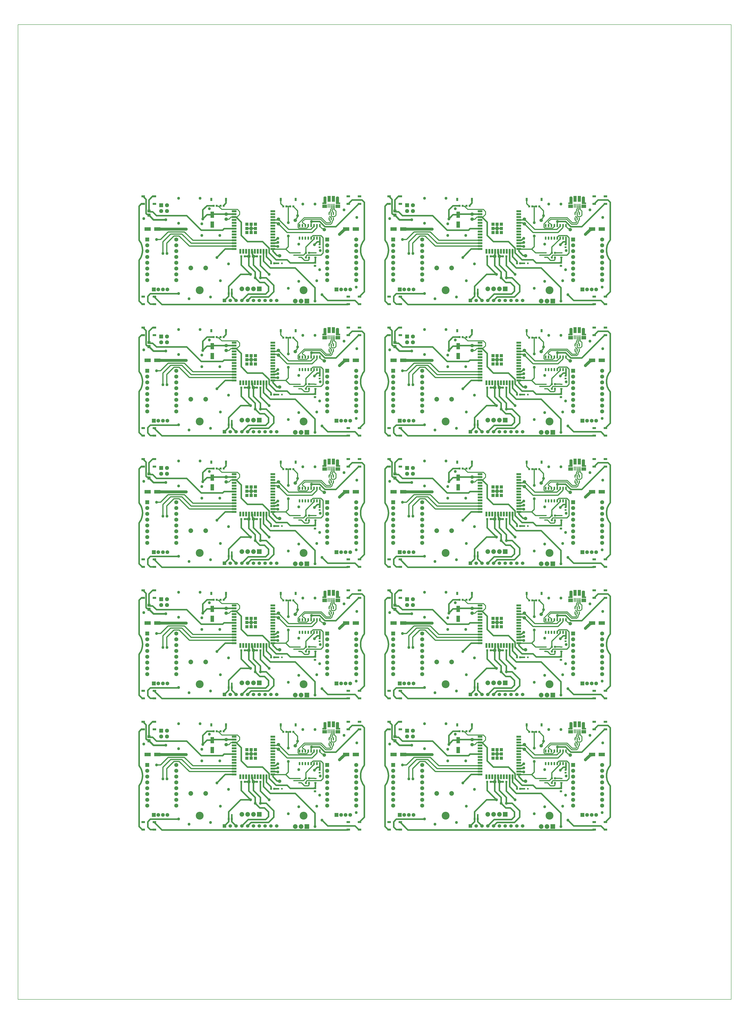
<source format=gtl>
%FSTAX23Y23*%
%MOIN*%
%SFA1B1*%

%IPPOS*%
%AMD36*
4,1,8,0.012200,-0.022700,0.012200,0.022700,0.009200,0.025800,-0.009200,0.025800,-0.012200,0.022700,-0.012200,-0.022700,-0.009200,-0.025800,0.009200,-0.025800,0.012200,-0.022700,0.0*
1,1,0.006100,0.009200,-0.022700*
1,1,0.006100,0.009200,0.022700*
1,1,0.006100,-0.009200,0.022700*
1,1,0.006100,-0.009200,-0.022700*
%
%ADD15C,0.005000*%
%ADD17R,0.062990X0.110240*%
%ADD18R,0.035430X0.029530*%
%ADD19R,0.039370X0.035430*%
%ADD20R,0.110240X0.062990*%
%ADD21R,0.025590X0.027560*%
%ADD22R,0.035430X0.039370*%
%ADD23R,0.023620X0.047240*%
%ADD24R,0.031500X0.031500*%
%ADD25R,0.015750X0.068900*%
%ADD26R,0.056100X0.098430*%
%ADD27R,0.059060X0.035430*%
%ADD28R,0.078740X0.035430*%
%ADD29R,0.035430X0.078740*%
%ADD30R,0.052360X0.052360*%
%ADD31R,0.043310X0.023620*%
%ADD32R,0.033470X0.037400*%
%ADD33R,0.055120X0.055000*%
%ADD34R,0.055120X0.047240*%
%ADD35R,0.035430X0.055120*%
G04~CAMADD=36~8~0.0~0.0~515.8~244.1~30.5~0.0~15~0.0~0.0~0.0~0.0~0~0.0~0.0~0.0~0.0~0~0.0~0.0~0.0~270.0~244.0~516.0*
%ADD36D36*%
%ADD37C,0.059060*%
%ADD38R,0.037400X0.037400*%
%ADD56O,0.040000X0.057480*%
%ADD69C,0.025000*%
%ADD70C,0.050000*%
%ADD71C,0.020000*%
%ADD72C,0.030000*%
%ADD73C,0.015000*%
%ADD74O,0.047240X0.094490*%
%ADD75C,0.065000*%
%ADD76R,0.065000X0.065000*%
%ADD77C,0.080000*%
%ADD78R,0.080000X0.080000*%
%ADD79R,0.060000X0.060000*%
%ADD80C,0.060000*%
%ADD81C,0.070000*%
%ADD82R,0.070000X0.070000*%
%ADD83C,0.135430*%
%ADD84C,0.050000*%
%LNcontrolboardv1-1*%
%LPD*%
G36*
X05243Y04638D02*
X05322D01*
Y0458*
X05243*
Y04638*
G37*
G54D15*
X0Y0D02*
X12286D01*
Y16786*
X0*
Y0*
G36*
X05243Y04675D02*
X05264D01*
Y0476*
X05264Y04761*
X05264Y04762*
X05264Y04762*
X05264Y04763*
X05264Y04764*
X05264Y04765*
X05265Y04766*
X05265Y04766*
X05265Y04767*
X05266Y04768*
X05266Y04769*
X05267Y04769*
X05267Y0477*
X05268Y04771*
X05268Y04771*
X05269Y04772*
X05269Y04772*
X0527Y04773*
X05271Y04773*
X05271Y04774*
X05272Y04774*
X05273Y04774*
X05274Y04775*
X05275Y04775*
X05275Y04775*
X05276Y04775*
X05277Y04776*
X05278Y04776*
X05279Y04776*
X05279Y04776*
X05299*
X053Y04776*
X05301Y04776*
X05302Y04776*
X05302Y04775*
X05303Y04775*
X05304Y04775*
X05305Y04775*
X05305Y04774*
X05306Y04774*
X05307Y04774*
X05308Y04773*
X05308Y04773*
X05309Y04772*
X0531Y04772*
X0531Y04771*
X05311Y04771*
X05311Y0477*
X05312Y04769*
X05312Y04769*
X05313Y04768*
X05313Y04767*
X05313Y04766*
X05314Y04766*
X05314Y04765*
X05314Y04764*
X05314Y04763*
X05315Y04762*
X05315Y04762*
X05315Y04761*
X05315Y0476*
Y04648*
X05243*
Y04675*
G37*
G36*
X05471Y04638D02*
X0555D01*
Y0458*
X05471*
Y04638*
G37*
G36*
X05478Y0476D02*
X05478Y04761D01*
X05478Y04762*
X05478Y04762*
X05479Y04763*
X05479Y04764*
X05479Y04765*
X05479Y04766*
X0548Y04766*
X0548Y04767*
X0548Y04768*
X05481Y04769*
X05481Y04769*
X05482Y0477*
X05482Y04771*
X05483Y04771*
X05483Y04772*
X05484Y04772*
X05485Y04773*
X05485Y04773*
X05486Y04774*
X05487Y04774*
X05488Y04774*
X05488Y04775*
X05489Y04775*
X0549Y04775*
X05491Y04775*
X05491Y04776*
X05492Y04776*
X05493Y04776*
X05494Y04776*
X05514*
X05514Y04776*
X05515Y04776*
X05516Y04776*
X05517Y04775*
X05518Y04775*
X05518Y04775*
X05519Y04775*
X0552Y04774*
X05521Y04774*
X05521Y04774*
X05522Y04773*
X05523Y04773*
X05524Y04772*
X05524Y04772*
X05525Y04771*
X05525Y04771*
X05526Y0477*
X05526Y04769*
X05527Y04769*
X05527Y04768*
X05528Y04767*
X05528Y04766*
X05528Y04766*
X05529Y04765*
X05529Y04764*
X05529Y04763*
X05529Y04762*
X05529Y04762*
X05529Y04761*
X05529Y0476*
Y04675*
X0555*
Y04648*
X05478*
Y0476*
G37*
G54D17*
X03346Y04294D03*
Y04463D03*
G54D18*
X05196Y03905D03*
Y03952D03*
G54D19*
X05116Y03585D03*
Y03638D03*
G54D20*
X05821Y04218D03*
X05652D03*
X02232D03*
X02401D03*
G54D21*
X0363Y03178D03*
X03683D03*
G54D22*
X0363Y03108D03*
X03683D03*
G54D23*
X05359Y04484D03*
X05396D03*
X05434D03*
Y04393D03*
X05396D03*
X05359D03*
G54D24*
X04546Y03628D03*
X04487D03*
G54D25*
X05448Y04617D03*
X05422D03*
X05396D03*
X05371D03*
X05345D03*
G54D26*
X05434Y04738D03*
X05359D03*
G54D27*
X02349Y04652D03*
Y04782D03*
X02156Y04652D03*
Y04782D03*
Y03053D03*
Y02924D03*
X02349Y03053D03*
Y02924D03*
X0569Y03053D03*
Y02924D03*
X05883Y03053D03*
Y02924D03*
X0569Y04782D03*
Y04652D03*
X05883Y04782D03*
Y04652D03*
G54D28*
X03722Y04523D03*
Y04473D03*
Y04423D03*
Y04373D03*
Y04323D03*
Y04273D03*
Y04223D03*
Y04173D03*
Y04123D03*
Y04073D03*
Y04023D03*
Y03973D03*
Y03923D03*
Y03873D03*
X04391D03*
Y03923D03*
Y03973D03*
Y04023D03*
Y04073D03*
Y04123D03*
Y04173D03*
Y04223D03*
Y04273D03*
Y04323D03*
Y04373D03*
Y04423D03*
Y04473D03*
Y04523D03*
G54D29*
X03831Y03834D03*
X03881D03*
X03931D03*
X03981D03*
X04031D03*
X04081D03*
X04131D03*
X04181D03*
X04231D03*
X04281D03*
G54D30*
X03945Y043D03*
X04017D03*
X04089D03*
X03945Y04228D03*
X04017D03*
X04089D03*
X03945Y04156D03*
X04017D03*
X04089D03*
G54D31*
X0521Y03768D03*
X05123Y03731D03*
Y03806D03*
X04763Y03768D03*
X0485Y03806D03*
Y03731D03*
G54D32*
X05012Y03808D03*
X04961D03*
X05012Y03728D03*
X04961D03*
X04691Y04608D03*
X04742D03*
X03422Y04618D03*
X03371D03*
X04412Y03628D03*
X04361D03*
X04571Y04608D03*
X04622D03*
X03542Y04618D03*
X03491D03*
G54D33*
X02256Y04455D03*
G54D34*
X02256Y04525D03*
G54D35*
X04782Y04728D03*
X04526D03*
X03329D03*
X03584D03*
G54D36*
X05201Y0406D03*
X05151D03*
X05101D03*
X05051D03*
X05001D03*
X04951D03*
X04901D03*
X04851D03*
Y04277D03*
X04901D03*
X04951D03*
X05001D03*
X05051D03*
X05101D03*
X05151D03*
X05201D03*
G54D37*
X03586Y04388D03*
X04776Y04368D03*
X05276Y04208D03*
X03586Y04473D03*
X04486Y04388D03*
Y04308D03*
X04056Y03748D03*
X03976D03*
X04506Y03758D03*
G54D38*
X03847Y03748D03*
X03906D03*
X04176D03*
X04117D03*
G54D56*
X05492Y04609D03*
X05301D03*
G54D69*
X02094Y04015D02*
X02092Y04017D01*
X02127Y03954D02*
X02126Y03957D01*
X02112Y03986D02*
X02111Y03988D01*
X02126Y0375D02*
X02127Y03753D01*
X02111Y03719D02*
X02112Y03721D01*
X02137Y03783D02*
X02138Y03786D01*
X02146Y03852D02*
Y03855D01*
X02144Y03817D02*
X02144Y0382D01*
Y03887D02*
X02144Y0389D01*
X02138Y03921D02*
X02137Y03924D01*
X05955Y03692D02*
X05957Y0369D01*
X05966Y03669D02*
X05965Y03677D01*
X05961Y03685*
X05905Y0389D02*
X05904Y03887D01*
X05902Y03855D02*
X05902Y03852D01*
X05936Y03721D02*
X05938Y03719D01*
X05938Y03988D02*
X05938Y03988D01*
X05938Y03988*
X05922Y03957D02*
X05921Y03954D01*
X05938Y03988D02*
X05936Y03986D01*
X05904Y0382D02*
X05905Y03817D01*
X05921Y03753D02*
X05922Y0375D01*
X05911Y03786D02*
X05911Y03783D01*
Y03924D02*
X05911Y03921D01*
X05957Y04017D02*
X05955Y04015D01*
X05961Y04022D02*
X05965Y0403D01*
X05966Y04038*
X02092Y0369D02*
X02088Y03682D01*
X02086Y03674*
X02092Y0369D02*
X02094Y03692D01*
X02094Y03692*
X02086Y04033D02*
X02088Y04025D01*
X02092Y04017*
X02321Y04783D02*
X02333D01*
X02256Y04525D02*
Y04719D01*
X02321Y04783*
X02086Y04612D02*
X02128Y04654D01*
X0214*
X02112Y03986D02*
X02126Y03957D01*
X02094Y04015D02*
X02111Y03988D01*
X02112Y03721D02*
X02126Y0375D01*
X02127Y03753D02*
X02137Y03783D01*
X02144Y03887D02*
X02146Y03855D01*
X02144Y0382D02*
X02146Y03852D01*
X02138Y03921D02*
X02144Y0389D01*
X02127Y03954D02*
X02137Y03924D01*
X02138Y03786D02*
X02144Y03817D01*
X059Y0307D02*
X05966Y03137D01*
X059Y03059D02*
Y0307D01*
X05883Y03053D02*
X05895D01*
X059Y03059*
X05966Y03137D02*
Y03669D01*
X05957Y04017D02*
X05961Y04022D01*
X05938Y03719D02*
X05955Y03692D01*
X05957Y0369D02*
X05961Y03685D01*
X05905Y0389D02*
X05911Y03921D01*
X05902Y03855D02*
X05904Y03887D01*
X05902Y03852D02*
X05904Y0382D01*
X05922Y0375D02*
X05936Y03721D01*
X05936Y03721D01*
X05922Y03957D02*
X05936Y03986D01*
X05911Y03924D02*
X05921Y03954D01*
X05938Y03988D02*
X05938Y03988D01*
X05905Y03817D02*
X05911Y03786D01*
X05911Y03783D02*
X05921Y03753D01*
X05966Y04038D02*
Y04678D01*
X05926Y04718D02*
X05966Y04678D01*
X05938Y03988D02*
X05938Y03988D01*
X05955Y04015*
X0569Y04652D02*
X05702D01*
X05707Y04658*
X05756Y04718D02*
X05926D01*
X05707Y04658D02*
Y04669D01*
X05756Y04718*
X03426Y03728D02*
X03571Y03873D01*
X03722*
X02139Y04782D02*
X0214Y04783D01*
X03542Y04618D02*
Y0462D01*
X03584Y04663D02*
Y04728D01*
X03542Y0462D02*
X03584Y04663D01*
X03683Y03108D02*
Y03178D01*
X03556Y02988D02*
X0363Y03062D01*
Y03108*
X03683Y03062D02*
X03756Y02988D01*
X03683Y03062D02*
Y03108D01*
X03979Y03751D02*
Y03831D01*
X03976Y03748D02*
X03979Y03751D01*
Y03831D02*
X03981Y03834D01*
X04039Y03776D02*
Y03826D01*
X04031Y03834D02*
X04039Y03826D01*
X04056Y03748D02*
Y03759D01*
X04039Y03776D02*
X04056Y03759D01*
X03906Y03748D02*
X03976D01*
Y03588D02*
Y03748D01*
X04086Y03378D02*
Y03478D01*
X03976Y03588D02*
X04086Y03478D01*
X04316Y03148D02*
Y03228D01*
X03966Y03098D02*
X04266D01*
X04316Y03148*
X04166Y03298D02*
X04246D01*
X04086Y03378D02*
X04166Y03298D01*
X04246D02*
X04316Y03228D01*
X03856Y02988D02*
X03966Y03098D01*
X04316Y03048D02*
X04406Y03138D01*
X03956Y02988D02*
X04016Y03048D01*
X04316*
X04406Y03138D02*
Y03248D01*
X04176Y03589D02*
Y03748D01*
Y03589D02*
X04326Y03438D01*
X04276Y03378D02*
X04406Y03248D01*
X04176Y03378D02*
X04276D01*
X0363Y03108D02*
Y03178D01*
X03836Y03438D02*
X04006D01*
X0363Y03178D02*
Y03232D01*
X03836Y03438*
X04391Y04023D02*
X04396Y04028D01*
X04056Y03748D02*
X04117D01*
X04176Y03378D02*
Y03478D01*
X04056Y03598D02*
Y03748D01*
Y03598D02*
X04176Y03478D01*
X03847Y03598D02*
Y03748D01*
Y03598D02*
X04006Y03438D01*
D01*
X04231Y03663D02*
Y03834D01*
Y03663D02*
X04346Y03548D01*
X04361Y03628D02*
Y0366D01*
X04281Y0374D02*
Y03834D01*
Y0374D02*
X04361Y0366D01*
X04412Y03628D02*
X04487D01*
X04464Y03761D02*
X04504D01*
X04506Y03758*
X04392Y03833D02*
X04464Y03761D01*
X04392Y03833D02*
Y03872D01*
X04474Y03921D02*
X04476Y03918D01*
X04393Y03921D02*
X04474D01*
X04391Y03923D02*
X04393Y03921D01*
X05116Y02978D02*
Y03208D01*
X04346Y03548D02*
X04776D01*
X05116Y03208*
X03763Y04418D02*
X03846Y04335D01*
Y04108D02*
X03954Y04001D01*
X03846Y04108D02*
Y04335D01*
X03954Y04001D02*
X04214D01*
X04326Y03888*
Y03808D02*
Y03888D01*
Y03808D02*
X04446Y03688D01*
X04636*
X0469Y03635*
X05196Y03952D02*
X05197D01*
X05201Y03957*
X05196Y04348D02*
X05286Y04258D01*
X05477*
X05871Y04652D02*
X05883D01*
X05477Y04258D02*
X05871Y04652D01*
X05056Y04348D02*
X05196D01*
X05156Y03998D02*
X05201D01*
Y03957D02*
Y03998D01*
Y0406*
X05106Y03948D02*
X05156Y03998D01*
X0469Y03635D02*
X05106D01*
X05116Y03638D02*
X05118D01*
X05123Y03644*
Y03731*
X02726Y03338D02*
X02739D01*
X02268Y04514D02*
X02321D01*
X02256Y04525D02*
X02268Y04514D01*
X02321D02*
X02386Y04448D01*
X02906*
X03156Y04198*
X03526D02*
X03551Y04223D01*
X03722*
X03156Y04198D02*
X03526D01*
X02345Y03053D02*
X0248Y02918D01*
X05685Y02918D02*
X0569Y02924D01*
X05659Y02918D02*
X05685D01*
X02236Y02968D02*
Y03058D01*
X05658Y02918D02*
X05659Y02918D01*
X0248Y02918D02*
X05658D01*
X02333Y03053D02*
X02345D01*
X05871Y02924D02*
X05883D01*
X05236Y03088D02*
X05336Y02988D01*
X05806D02*
X05871Y02924D01*
X05336Y02988D02*
X05806D01*
X03371Y04618D02*
X03374Y04616D01*
X03184Y0439D02*
X03257Y04463D01*
X03356Y04473D02*
X03722D01*
X03257Y04463D02*
X03346D01*
X03356Y04473*
X03184Y0439D02*
Y04546D01*
X03256Y04618D02*
X03371D01*
X03184Y04546D02*
X03256Y04618D01*
X0447Y04058D02*
X04476D01*
X0444Y04028D02*
X0447Y04058D01*
X04396Y04028D02*
X0444D01*
X0447Y03988D02*
X04476D01*
X0446Y03978D02*
X0447Y03988D01*
X04391Y03973D02*
X04396Y03978D01*
X0446*
X0214Y04783D02*
X02152D01*
X02206Y04729*
X02221Y0447D02*
X02241D01*
X02206Y04485D02*
X02221Y0447D01*
X02241D02*
X02256Y04455D01*
X02206Y04485D02*
Y04729D01*
X02086Y02977D02*
X0214Y02924D01*
X02086Y02977D02*
Y03674D01*
X02092Y0369D02*
D01*
X02094Y03692D02*
X02094Y03692D01*
X02111Y03719*
X02086Y04033D02*
Y04612D01*
Y04033D02*
D01*
X02236Y02968D02*
X02281Y02924D01*
X02333*
X02236Y03058D02*
X02281Y03103D01*
X02744Y03104D02*
X02762D01*
X02766Y03108*
X02744Y03103D02*
X02744Y03104D01*
X02281Y03103D02*
X02744D01*
G54D70*
X05622Y04212D02*
X05645D01*
X05536Y04128D02*
X05538D01*
X05645Y04212D02*
X05652Y04218D01*
X05538Y04128D02*
X05622Y04212D01*
X02401Y04218D02*
X02896D01*
G54D71*
X03012Y04023D02*
X03722D01*
X02952Y03923D02*
X03722D01*
X02982Y03973D02*
X03722D01*
X02563Y03802D02*
Y03975D01*
Y03802D02*
X02566Y03798D01*
X02866Y04168D02*
X03012Y04023D01*
X02686Y04098D02*
X02776D01*
X02952Y03923*
X02823Y04131D02*
X02982Y03973D01*
X02563Y03975D02*
X02686Y04098D01*
X04571Y04608D02*
Y0461D01*
X04526Y04655D02*
Y04728D01*
Y04655D02*
X04571Y0461D01*
X04742Y04607D02*
X04816Y04532D01*
X04742Y04607D02*
Y04608D01*
X04816Y04448D02*
Y04532D01*
X04811Y04443D02*
X04816Y04448D01*
X04776Y04368D02*
Y04379D01*
X05101Y04263D02*
Y04277D01*
X04391Y04373D02*
X04461D01*
X04476Y04388*
X04486*
X04461Y04323D02*
X04476Y04308D01*
X04391Y04323D02*
X04461D01*
X05149Y04275D02*
X05151Y04277D01*
X04476Y04308D02*
X04486D01*
X05149Y04241D02*
Y04275D01*
X04679Y03806D02*
X0485D01*
X04392Y03872D02*
X04613D01*
X04679Y03806*
X05113D02*
X05123D01*
X05111Y03808D02*
X05113Y03806D01*
X05012Y03808D02*
X05111D01*
X05101Y04047D02*
Y0406D01*
X04961Y03906D02*
X05101Y04047D01*
X04961Y03808D02*
Y03906D01*
X04921Y03768D02*
X04952Y038D01*
X04961Y03807D02*
Y03808D01*
X04763Y03768D02*
X04921D01*
X04952Y038D02*
X04954D01*
X04961Y03807*
X04885Y0373D02*
X04936Y03678D01*
X04851Y0373D02*
X04885D01*
X0485Y03731D02*
X04851Y0373D01*
X05Y03678D02*
X05012Y0369D01*
X04936Y03678D02*
X05D01*
X05012Y0369D02*
Y03728D01*
X04968Y03757D02*
X04979Y03768D01*
X04961Y03728D02*
X04968Y03735D01*
Y03757*
X05051Y0406D02*
Y04074D01*
X05082Y04104*
X05219*
X04979Y03768D02*
X0521D01*
X0522*
X05256Y03805D02*
Y04067D01*
X0522Y03768D02*
X05256Y03805D01*
X05219Y04104D02*
X05256Y04067D01*
X04622Y04608D02*
X04656D01*
X04691*
X04613Y03872D02*
X04656Y03915D01*
X05051Y04277D02*
Y04343D01*
X05056Y04348*
X04656Y03915D02*
Y04098D01*
X05066Y04158D02*
X05149Y04241D01*
X05048Y0421D02*
X05101Y04263D01*
X04665Y0421D02*
X05048D01*
X04486Y04308D02*
X04636Y04158D01*
X04486Y04388D02*
X04665Y0421D01*
X04636Y04158D02*
X05066D01*
X02496Y03798D02*
Y03998D01*
X02629Y04131D02*
X02823D01*
X02496Y03998D02*
X02629Y04131D01*
X02586Y04168D02*
X02866D01*
X02386Y04038D02*
X02456D01*
X02586Y04168*
X03945Y04228D02*
X04017D01*
Y043*
Y04228D02*
X04089D01*
X04017Y04156D02*
Y04228D01*
X04776Y04379D02*
X04811Y04413D01*
Y04443*
X04656Y04328D02*
Y04608D01*
G54D72*
X02257Y04455D02*
X02334Y04378D01*
X02546*
G54D73*
X0343Y04611D02*
X03454D01*
X03422Y04618D02*
X0343Y04611D01*
X03774Y04429D02*
X03816Y04471D01*
Y04518*
X03722Y04423D02*
X03728Y04429D01*
X03483Y04611D02*
X03491Y04618D01*
X03454Y04611D02*
X03483D01*
X05396Y04617D02*
X05397Y04617D01*
X05369Y04506D02*
Y04514D01*
X05359Y04484D02*
Y04496D01*
X05422Y04617D02*
X05422Y04617D01*
X05359Y04496D02*
X05369Y04506D01*
X05409Y04541D02*
X05422Y04554D01*
X05384Y04529D02*
Y04551D01*
X05369Y04514D02*
X05384Y04529D01*
X05409D02*
Y04541D01*
X05384Y04551D02*
X05397Y04564D01*
Y04617*
X05422Y04554D02*
Y04617D01*
X05434Y04484D02*
Y04496D01*
X05424Y04506D02*
X05434Y04496D01*
X05424Y04506D02*
Y04514D01*
X05409Y04529D02*
X05424Y04514D01*
X05448Y04557D02*
Y04617D01*
Y04557D02*
X05476Y04528D01*
X05201Y04263D02*
X05236Y04228D01*
X05256*
X05201Y04263D02*
Y04277D01*
X05256Y04228D02*
X05261Y04223D01*
X04974Y04235D02*
X05001Y04263D01*
X04898Y04334D02*
Y04346D01*
X04924Y04318D02*
X04951Y0429D01*
X05359Y04381D02*
Y04393D01*
Y04381D02*
X05369Y04371D01*
X04898Y04346D02*
X04941Y04389D01*
X04824Y04246D02*
Y04307D01*
X05369Y04363D02*
Y04371D01*
X05424Y04363D02*
Y04371D01*
X04914Y04318D02*
X04924D01*
X04835Y04235D02*
X04974D01*
X05001Y04263D02*
Y04277D01*
X05434Y04381D02*
Y04393D01*
X04824Y04246D02*
X04835Y04235D01*
X04951Y04277D02*
Y0429D01*
X04824Y04307D02*
X04931Y04414D01*
X05424Y04371D02*
X05434Y04381D01*
X04898Y04334D02*
X04914Y04318D01*
X03727Y04418D02*
X03763D01*
X03722Y04423D02*
X03727Y04418D01*
X05369Y04363D02*
X05384Y04348D01*
Y04336D02*
Y04348D01*
X05386Y04302D02*
X05409Y04326D01*
X05375Y04327D02*
X05384Y04336D01*
X05409Y04326D02*
Y04348D01*
X05424Y04363*
X05222Y04414D02*
X05309Y04327D01*
X04931Y04414D02*
X05222D01*
X05309Y04327D02*
X05375D01*
X05212Y04389D02*
X05299Y04302D01*
X05386*
X04941Y04389D02*
X05212D01*
X03728Y04429D02*
X03774D01*
X05106Y03635D02*
X05108D01*
X05476Y04458D02*
Y04528D01*
X03586Y04388D02*
X03632D01*
X03667Y04423*
X03722*
X03779Y04556D02*
X03816Y04518D01*
X03768Y04556D02*
X03779D01*
X03768D02*
X03768D01*
X03509D02*
X03768D01*
X03454Y04611D02*
X03509Y04556D01*
X05396Y04393D02*
Y04405D01*
Y04446D02*
Y04484D01*
X05407Y04435D02*
X05453D01*
X05386Y04415D02*
X05396Y04405D01*
X05453Y04435D02*
X05476Y04458D01*
X05396Y04446D02*
X05407Y04435D01*
X05386Y04415D02*
Y04423D01*
X05377Y04432D02*
X05386Y04423D01*
X05373Y04432D02*
X05377D01*
X05366Y04438D02*
X05373Y04432D01*
G54D74*
X05504Y04728D03*
X05289D03*
G54D75*
X02418Y03178D03*
X02496D03*
X02575D03*
X05566D03*
X05645D03*
X05724D03*
G54D76*
X02339Y03178D03*
X05488D03*
G54D77*
X03856Y03188D03*
X04056D03*
X03956D03*
X04776Y02978D03*
X04876D03*
X03232Y03548D03*
X02976D03*
G54D78*
X04156Y03188D03*
X04976Y02978D03*
G54D79*
X03556Y02988D03*
G54D80*
X03656Y02988D03*
X03756D03*
X03856D03*
X03956D03*
X04056D03*
X04156D03*
X04256D03*
X04356D03*
X04456D03*
G54D81*
X02726Y04038D03*
Y03838D03*
Y03938D03*
Y03738D03*
Y03638D03*
Y03538D03*
Y03438D03*
Y03338D03*
X02226D03*
Y03438D03*
Y03538D03*
Y03638D03*
Y03738D03*
Y03838D03*
Y03938D03*
X05826Y04038D03*
Y03838D03*
Y03938D03*
Y03738D03*
Y03638D03*
Y03538D03*
Y03438D03*
Y03338D03*
X05326D03*
Y03438D03*
Y03538D03*
Y03638D03*
Y03738D03*
Y03838D03*
Y03938D03*
X02466Y04528D03*
X02566Y04628D03*
Y04528D03*
G54D82*
X02226Y04038D03*
X05326D03*
X02466Y04628D03*
G54D83*
X03129Y03165D03*
X04921D03*
G54D84*
X05536Y04128D03*
X02566Y03798D03*
X02496D03*
X02386Y04038D03*
X03426Y03728D03*
X02546Y04378D03*
X02896Y04218D03*
X04086Y03378D03*
X04006Y03438D03*
X05236Y03088D03*
X05116Y02978D03*
X04326Y03438D03*
X04176Y03378D03*
X04476Y03918D03*
X05056Y04348D03*
X04656Y04098D03*
X05106Y03948D03*
X02766Y03108D03*
X03626Y03618D03*
X03486Y03328D03*
X03316Y03048D03*
X03476Y04108D03*
X03166D03*
X02766Y04318D03*
X04656Y03198D03*
X04836Y03318D03*
X05196Y03518D03*
X05146Y03328D03*
X05826Y03218D03*
X03166Y04308D03*
X02166Y04398D03*
X02766Y04748D03*
X03136D03*
X04836Y03958D03*
X04906Y04648D03*
X05116D03*
X05616Y04548D03*
X05836Y04418D03*
X02946Y03018D03*
X05206Y03848D03*
X04816Y04448D03*
X04656Y04328D03*
X03184Y0439D03*
X03296Y04568D03*
X04476Y04058D03*
Y03988D03*
G36*
X0948Y04638D02*
X09559D01*
Y0458*
X0948*
Y04638*
G37*
G36*
Y04675D02*
X09501D01*
Y0476*
X09501Y04761*
X09501Y04762*
X09501Y04762*
X09501Y04763*
X09501Y04764*
X09501Y04765*
X09502Y04766*
X09502Y04766*
X09502Y04767*
X09503Y04768*
X09503Y04769*
X09504Y04769*
X09504Y0477*
X09505Y04771*
X09505Y04771*
X09506Y04772*
X09506Y04772*
X09507Y04773*
X09508Y04773*
X09509Y04774*
X09509Y04774*
X0951Y04774*
X09511Y04775*
X09512Y04775*
X09512Y04775*
X09513Y04775*
X09514Y04776*
X09515Y04776*
X09516Y04776*
X09516Y04776*
X09536*
X09537Y04776*
X09538Y04776*
X09539Y04776*
X09539Y04775*
X0954Y04775*
X09541Y04775*
X09542Y04775*
X09542Y04774*
X09543Y04774*
X09544Y04774*
X09545Y04773*
X09545Y04773*
X09546Y04772*
X09547Y04772*
X09547Y04771*
X09548Y04771*
X09548Y0477*
X09549Y04769*
X09549Y04769*
X0955Y04768*
X0955Y04767*
X0955Y04766*
X09551Y04766*
X09551Y04765*
X09551Y04764*
X09551Y04763*
X09552Y04762*
X09552Y04762*
X09552Y04761*
X09552Y0476*
Y04648*
X0948*
Y04675*
G37*
G36*
X09708Y04638D02*
X09787D01*
Y0458*
X09708*
Y04638*
G37*
G36*
X09715Y0476D02*
X09715Y04761D01*
X09715Y04762*
X09715Y04762*
X09716Y04763*
X09716Y04764*
X09716Y04765*
X09716Y04766*
X09717Y04766*
X09717Y04767*
X09717Y04768*
X09718Y04769*
X09718Y04769*
X09719Y0477*
X09719Y04771*
X0972Y04771*
X0972Y04772*
X09721Y04772*
X09722Y04773*
X09722Y04773*
X09723Y04774*
X09724Y04774*
X09725Y04774*
X09725Y04775*
X09726Y04775*
X09727Y04775*
X09728Y04775*
X09728Y04776*
X09729Y04776*
X0973Y04776*
X09731Y04776*
X09751*
X09751Y04776*
X09752Y04776*
X09753Y04776*
X09754Y04775*
X09755Y04775*
X09755Y04775*
X09756Y04775*
X09757Y04774*
X09758Y04774*
X09759Y04774*
X09759Y04773*
X0976Y04773*
X09761Y04772*
X09761Y04772*
X09762Y04771*
X09762Y04771*
X09763Y0477*
X09763Y04769*
X09764Y04769*
X09764Y04768*
X09765Y04767*
X09765Y04766*
X09765Y04766*
X09766Y04765*
X09766Y04764*
X09766Y04763*
X09766Y04762*
X09766Y04762*
X09766Y04761*
X09766Y0476*
Y04675*
X09787*
Y04648*
X09715*
Y0476*
G37*
G54D17*
X07584Y04294D03*
Y04463D03*
G54D18*
X09434Y03905D03*
Y03952D03*
G54D19*
X09354Y03585D03*
Y03638D03*
G54D20*
X10058Y04218D03*
X09889D03*
X06469D03*
X06638D03*
G54D21*
X07867Y03178D03*
X0792D03*
G54D22*
X07867Y03108D03*
X0792D03*
G54D23*
X09596Y04484D03*
X09634D03*
X09671D03*
Y04393D03*
X09634D03*
X09596D03*
G54D24*
X08783Y03628D03*
X08724D03*
G54D25*
X09685Y04617D03*
X09659D03*
X09634D03*
X09608D03*
X09582D03*
G54D26*
X09671Y04738D03*
X09596D03*
G54D27*
X06586Y04652D03*
Y04782D03*
X06393Y04652D03*
Y04782D03*
Y03053D03*
Y02924D03*
X06586Y03053D03*
Y02924D03*
X09927Y03053D03*
Y02924D03*
X1012Y03053D03*
Y02924D03*
X09927Y04782D03*
Y04652D03*
X1012Y04782D03*
Y04652D03*
G54D28*
X07959Y04523D03*
Y04473D03*
Y04423D03*
Y04373D03*
Y04323D03*
Y04273D03*
Y04223D03*
Y04173D03*
Y04123D03*
Y04073D03*
Y04023D03*
Y03973D03*
Y03923D03*
Y03873D03*
X08628D03*
Y03923D03*
Y03973D03*
Y04023D03*
Y04073D03*
Y04123D03*
Y04173D03*
Y04223D03*
Y04273D03*
Y04323D03*
Y04373D03*
Y04423D03*
Y04473D03*
Y04523D03*
G54D29*
X08069Y03834D03*
X08119D03*
X08169D03*
X08219D03*
X08269D03*
X08319D03*
X08369D03*
X08419D03*
X08469D03*
X08519D03*
G54D30*
X08182Y043D03*
X08254D03*
X08326D03*
X08182Y04228D03*
X08254D03*
X08326D03*
X08182Y04156D03*
X08254D03*
X08326D03*
G54D31*
X09447Y03768D03*
X0936Y03731D03*
Y03806D03*
X09Y03768D03*
X09087Y03806D03*
Y03731D03*
G54D32*
X09249Y03808D03*
X09198D03*
X09249Y03728D03*
X09198D03*
X08928Y04608D03*
X08979D03*
X07659Y04618D03*
X07608D03*
X08649Y03628D03*
X08598D03*
X08808Y04608D03*
X08859D03*
X07779Y04618D03*
X07728D03*
G54D33*
X06494Y04455D03*
G54D34*
X06494Y04525D03*
G54D35*
X09019Y04728D03*
X08764D03*
X07566D03*
X07821D03*
G54D36*
X09439Y0406D03*
X09389D03*
X09339D03*
X09289D03*
X09239D03*
X09189D03*
X09139D03*
X09089D03*
Y04277D03*
X09139D03*
X09189D03*
X09239D03*
X09289D03*
X09339D03*
X09389D03*
X09439D03*
G54D37*
X07824Y04388D03*
X09014Y04368D03*
X09514Y04208D03*
X07824Y04473D03*
X08724Y04388D03*
Y04308D03*
X08294Y03748D03*
X08214D03*
X08744Y03758D03*
G54D38*
X08084Y03748D03*
X08144D03*
X08413D03*
X08354D03*
G54D56*
X09729Y04609D03*
X09538D03*
G54D69*
X06331Y04015D02*
X06329Y04017D01*
X06364Y03954D02*
X06363Y03957D01*
X06349Y03986D02*
X06348Y03988D01*
X06363Y0375D02*
X06364Y03753D01*
X06348Y03719D02*
X06349Y03721D01*
X06374Y03783D02*
X06375Y03786D01*
X06383Y03852D02*
Y03855D01*
X06381Y03817D02*
X06381Y0382D01*
Y03887D02*
X06381Y0389D01*
X06375Y03921D02*
X06374Y03924D01*
X10192Y03692D02*
X10194Y0369D01*
X10204Y03669D02*
X10202Y03677D01*
X10198Y03685*
X10142Y0389D02*
X10141Y03887D01*
X10139Y03855D02*
X10139Y03852D01*
X10173Y03721D02*
X10175Y03719D01*
X10175Y03988D02*
X10175Y03988D01*
X10175Y03988*
X10159Y03957D02*
X10158Y03954D01*
X10175Y03988D02*
X10173Y03986D01*
X10141Y0382D02*
X10142Y03817D01*
X10158Y03753D02*
X10159Y0375D01*
X10148Y03786D02*
X10148Y03783D01*
Y03924D02*
X10148Y03921D01*
X10194Y04017D02*
X10192Y04015D01*
X10198Y04022D02*
X10202Y0403D01*
X10204Y04038*
X06329Y0369D02*
X06325Y03682D01*
X06324Y03674*
X06329Y0369D02*
X06331Y03692D01*
X06331Y03692*
X06324Y04033D02*
X06325Y04025D01*
X06329Y04017*
X06558Y04783D02*
X0657D01*
X06494Y04525D02*
Y04719D01*
X06558Y04783*
X06324Y04612D02*
X06365Y04654D01*
X06377*
X06349Y03986D02*
X06363Y03957D01*
X06331Y04015D02*
X06348Y03988D01*
X06349Y03721D02*
X06363Y0375D01*
X06364Y03753D02*
X06374Y03783D01*
X06381Y03887D02*
X06383Y03855D01*
X06381Y0382D02*
X06383Y03852D01*
X06375Y03921D02*
X06381Y0389D01*
X06364Y03954D02*
X06374Y03924D01*
X06375Y03786D02*
X06381Y03817D01*
X10137Y0307D02*
X10204Y03137D01*
X10137Y03059D02*
Y0307D01*
X1012Y03053D02*
X10132D01*
X10137Y03059*
X10204Y03137D02*
Y03669D01*
X10194Y04017D02*
X10198Y04022D01*
X10175Y03719D02*
X10192Y03692D01*
X10194Y0369D02*
X10198Y03685D01*
X10142Y0389D02*
X10148Y03921D01*
X10139Y03855D02*
X10141Y03887D01*
X10139Y03852D02*
X10141Y0382D01*
X10159Y0375D02*
X10173Y03721D01*
X10173Y03721D01*
X10159Y03957D02*
X10173Y03986D01*
X10148Y03924D02*
X10158Y03954D01*
X10175Y03988D02*
X10175Y03988D01*
X10142Y03817D02*
X10148Y03786D01*
X10148Y03783D02*
X10158Y03753D01*
X10204Y04038D02*
Y04678D01*
X10164Y04718D02*
X10204Y04678D01*
X10175Y03988D02*
X10175Y03988D01*
X10192Y04015*
X09927Y04652D02*
X09939D01*
X09944Y04658*
X09993Y04718D02*
X10164D01*
X09944Y04658D02*
Y04669D01*
X09993Y04718*
X07664Y03728D02*
X07808Y03873D01*
X07959*
X06376Y04782D02*
X06377Y04783D01*
X07779Y04618D02*
Y0462D01*
X07821Y04663D02*
Y04728D01*
X07779Y0462D02*
X07821Y04663D01*
X0792Y03108D02*
Y03178D01*
X07794Y02988D02*
X07867Y03062D01*
Y03108*
X0792Y03062D02*
X07994Y02988D01*
X0792Y03062D02*
Y03108D01*
X08216Y03751D02*
Y03831D01*
X08214Y03748D02*
X08216Y03751D01*
Y03831D02*
X08219Y03834D01*
X08276Y03776D02*
Y03826D01*
X08269Y03834D02*
X08276Y03826D01*
X08294Y03748D02*
Y03759D01*
X08276Y03776D02*
X08294Y03759D01*
X08144Y03748D02*
X08214D01*
Y03588D02*
Y03748D01*
X08324Y03378D02*
Y03478D01*
X08214Y03588D02*
X08324Y03478D01*
X08554Y03148D02*
Y03228D01*
X08204Y03098D02*
X08504D01*
X08554Y03148*
X08404Y03298D02*
X08484D01*
X08324Y03378D02*
X08404Y03298D01*
X08484D02*
X08554Y03228D01*
X08094Y02988D02*
X08204Y03098D01*
X08554Y03048D02*
X08644Y03138D01*
X08194Y02988D02*
X08254Y03048D01*
X08554*
X08644Y03138D02*
Y03248D01*
X08413Y03589D02*
Y03748D01*
Y03589D02*
X08564Y03438D01*
X08514Y03378D02*
X08644Y03248D01*
X08414Y03378D02*
X08514D01*
X07867Y03108D02*
Y03178D01*
X08074Y03438D02*
X08244D01*
X07867Y03178D02*
Y03232D01*
X08074Y03438*
X08628Y04023D02*
X08633Y04028D01*
X08294Y03748D02*
X08354D01*
X08414Y03378D02*
Y03478D01*
X08294Y03598D02*
Y03748D01*
Y03598D02*
X08414Y03478D01*
X08084Y03598D02*
Y03748D01*
Y03598D02*
X08244Y03438D01*
D01*
X08469Y03663D02*
Y03834D01*
Y03663D02*
X08584Y03548D01*
X08598Y03628D02*
Y0366D01*
X08519Y0374D02*
Y03834D01*
Y0374D02*
X08598Y0366D01*
X08649Y03628D02*
X08724D01*
X08701Y03761D02*
X08741D01*
X08744Y03758*
X08629Y03833D02*
X08701Y03761D01*
X08629Y03833D02*
Y03872D01*
X08711Y03921D02*
X08714Y03918D01*
X0863Y03921D02*
X08711D01*
X08628Y03923D02*
X0863Y03921D01*
X09354Y02978D02*
Y03208D01*
X08584Y03548D02*
X09014D01*
X09354Y03208*
X08Y04418D02*
X08084Y04335D01*
Y04108D02*
X08191Y04001D01*
X08084Y04108D02*
Y04335D01*
X08191Y04001D02*
X08451D01*
X08564Y03888*
Y03808D02*
Y03888D01*
Y03808D02*
X08684Y03688D01*
X08874*
X08927Y03635*
X09434Y03952D02*
X09434D01*
X09439Y03957*
X09434Y04348D02*
X09524Y04258D01*
X09714*
X10108Y04652D02*
X1012D01*
X09714Y04258D02*
X10108Y04652D01*
X09294Y04348D02*
X09434D01*
X09394Y03998D02*
X09439D01*
Y03957D02*
Y03998D01*
Y0406*
X09344Y03948D02*
X09394Y03998D01*
X08927Y03635D02*
X09344D01*
X09354Y03638D02*
X09355D01*
X0936Y03644*
Y03731*
X06964Y03338D02*
X06976D01*
X06505Y04514D02*
X06558D01*
X06494Y04525D02*
X06505Y04514D01*
X06558D02*
X06624Y04448D01*
X07144*
X07394Y04198*
X07764D02*
X07788Y04223D01*
X07959*
X07394Y04198D02*
X07764D01*
X06582Y03053D02*
X06717Y02918D01*
X09922Y02918D02*
X09927Y02924D01*
X09896Y02918D02*
X09922D01*
X06474Y02968D02*
Y03058D01*
X09895Y02918D02*
X09896Y02918D01*
X06717Y02918D02*
X09895D01*
X0657Y03053D02*
X06582D01*
X10108Y02924D02*
X1012D01*
X09474Y03088D02*
X09574Y02988D01*
X10043D02*
X10108Y02924D01*
X09574Y02988D02*
X10043D01*
X07608Y04618D02*
X07611Y04616D01*
X07422Y0439D02*
X07494Y04463D01*
X07593Y04473D02*
X07959D01*
X07494Y04463D02*
X07584D01*
X07593Y04473*
X07422Y0439D02*
Y04546D01*
X07494Y04618D02*
X07608D01*
X07422Y04546D02*
X07494Y04618D01*
X08707Y04058D02*
X08714D01*
X08677Y04028D02*
X08707Y04058D01*
X08633Y04028D02*
X08677D01*
X08707Y03988D02*
X08714D01*
X08697Y03978D02*
X08707Y03988D01*
X08628Y03973D02*
X08633Y03978D01*
X08697*
X06377Y04783D02*
X06389D01*
X06444Y04729*
X06458Y0447D02*
X06479D01*
X06444Y04485D02*
X06458Y0447D01*
X06479D02*
X06494Y04455D01*
X06444Y04485D02*
Y04729D01*
X06324Y02977D02*
X06377Y02924D01*
X06324Y02977D02*
Y03674D01*
X06329Y0369D02*
D01*
X06331Y03692D02*
X06331Y03692D01*
X06348Y03719*
X06324Y04033D02*
Y04612D01*
Y04033D02*
D01*
X06474Y02968D02*
X06518Y02924D01*
X0657*
X06474Y03058D02*
X06518Y03103D01*
X06981Y03104D02*
X06999D01*
X07004Y03108*
X06981Y03103D02*
X06981Y03104D01*
X06518Y03103D02*
X06981D01*
G54D70*
X09859Y04212D02*
X09882D01*
X09774Y04128D02*
X09775D01*
X09882Y04212D02*
X09889Y04218D01*
X09775Y04128D02*
X09859Y04212D01*
X06638Y04218D02*
X07134D01*
G54D71*
X07249Y04023D02*
X07959D01*
X07189Y03923D02*
X07959D01*
X07219Y03973D02*
X07959D01*
X068Y03802D02*
Y03975D01*
Y03802D02*
X06804Y03798D01*
X07104Y04168D02*
X07249Y04023D01*
X06924Y04098D02*
X07014D01*
X07189Y03923*
X07061Y04131D02*
X07219Y03973D01*
X068Y03975D02*
X06924Y04098D01*
X08808Y04608D02*
Y0461D01*
X08764Y04655D02*
Y04728D01*
Y04655D02*
X08808Y0461D01*
X08979Y04607D02*
X09054Y04532D01*
X08979Y04607D02*
Y04608D01*
X09054Y04448D02*
Y04532D01*
X09048Y04443D02*
X09054Y04448D01*
X09014Y04368D02*
Y04379D01*
X09339Y04263D02*
Y04277D01*
X08628Y04373D02*
X08698D01*
X08713Y04388*
X08724*
X08698Y04323D02*
X08713Y04308D01*
X08628Y04323D02*
X08698D01*
X09386Y04275D02*
X09389Y04277D01*
X08713Y04308D02*
X08724D01*
X09386Y04241D02*
Y04275D01*
X08916Y03806D02*
X09087D01*
X08629Y03872D02*
X0885D01*
X08916Y03806*
X0935D02*
X0936D01*
X09348Y03808D02*
X0935Y03806D01*
X09249Y03808D02*
X09348D01*
X09339Y04047D02*
Y0406D01*
X09198Y03906D02*
X09339Y04047D01*
X09198Y03808D02*
Y03906D01*
X09158Y03768D02*
X09189Y038D01*
X09198Y03807D02*
Y03808D01*
X09Y03768D02*
X09158D01*
X09189Y038D02*
X09191D01*
X09198Y03807*
X09122Y0373D02*
X09174Y03678D01*
X09088Y0373D02*
X09122D01*
X09087Y03731D02*
X09088Y0373D01*
X09237Y03678D02*
X09249Y0369D01*
X09174Y03678D02*
X09237D01*
X09249Y0369D02*
Y03728D01*
X09205Y03757D02*
X09216Y03768D01*
X09198Y03728D02*
X09205Y03735D01*
Y03757*
X09289Y0406D02*
Y04074D01*
X09319Y04104*
X09456*
X09216Y03768D02*
X09447D01*
X09457*
X09494Y03805D02*
Y04067D01*
X09457Y03768D02*
X09494Y03805D01*
X09456Y04104D02*
X09494Y04067D01*
X08859Y04608D02*
X08894D01*
X08928*
X0885Y03872D02*
X08894Y03915D01*
X09289Y04277D02*
Y04343D01*
X09294Y04348*
X08894Y03915D02*
Y04098D01*
X09304Y04158D02*
X09386Y04241D01*
X09285Y0421D02*
X09339Y04263D01*
X08902Y0421D02*
X09285D01*
X08724Y04308D02*
X08874Y04158D01*
X08724Y04388D02*
X08902Y0421D01*
X08874Y04158D02*
X09304D01*
X06734Y03798D02*
Y03998D01*
X06867Y04131D02*
X07061D01*
X06734Y03998D02*
X06867Y04131D01*
X06824Y04168D02*
X07104D01*
X06624Y04038D02*
X06694D01*
X06824Y04168*
X08182Y04228D02*
X08254D01*
Y043*
Y04228D02*
X08326D01*
X08254Y04156D02*
Y04228D01*
X09014Y04379D02*
X09048Y04413D01*
Y04443*
X08894Y04328D02*
Y04608D01*
G54D72*
X06494Y04455D02*
X06571Y04378D01*
X06784*
G54D73*
X07667Y04611D02*
X07691D01*
X07659Y04618D02*
X07667Y04611D01*
X08011Y04429D02*
X08054Y04471D01*
Y04518*
X07959Y04423D02*
X07965Y04429D01*
X0772Y04611D02*
X07728Y04618D01*
X07691Y04611D02*
X0772D01*
X09634Y04617D02*
X09634Y04617D01*
X09606Y04506D02*
Y04514D01*
X09596Y04484D02*
Y04496D01*
X09659Y04617D02*
X09659Y04617D01*
X09596Y04496D02*
X09606Y04506D01*
X09646Y04541D02*
X09659Y04554D01*
X09621Y04529D02*
Y04551D01*
X09606Y04514D02*
X09621Y04529D01*
X09646D02*
Y04541D01*
X09621Y04551D02*
X09634Y04564D01*
Y04617*
X09659Y04554D02*
Y04617D01*
X09671Y04484D02*
Y04496D01*
X09661Y04506D02*
X09671Y04496D01*
X09661Y04506D02*
Y04514D01*
X09646Y04529D02*
X09661Y04514D01*
X09685Y04557D02*
Y04617D01*
Y04557D02*
X09714Y04528D01*
X09439Y04263D02*
X09473Y04228D01*
X09494*
X09439Y04263D02*
Y04277D01*
X09494Y04228D02*
X09499Y04223D01*
X09211Y04235D02*
X09239Y04263D01*
X09135Y04334D02*
Y04346D01*
X09161Y04318D02*
X09189Y0429D01*
X09596Y04381D02*
Y04393D01*
Y04381D02*
X09606Y04371D01*
X09135Y04346D02*
X09178Y04389D01*
X09061Y04246D02*
Y04307D01*
X09606Y04363D02*
Y04371D01*
X09661Y04363D02*
Y04371D01*
X09151Y04318D02*
X09161D01*
X09072Y04235D02*
X09211D01*
X09239Y04263D02*
Y04277D01*
X09671Y04381D02*
Y04393D01*
X09061Y04246D02*
X09072Y04235D01*
X09189Y04277D02*
Y0429D01*
X09061Y04307D02*
X09168Y04414D01*
X09661Y04371D02*
X09671Y04381D01*
X09135Y04334D02*
X09151Y04318D01*
X07964Y04418D02*
X08D01*
X07959Y04423D02*
X07964Y04418D01*
X09606Y04363D02*
X09621Y04348D01*
Y04336D02*
Y04348D01*
X09623Y04302D02*
X09646Y04326D01*
X09612Y04327D02*
X09621Y04336D01*
X09646Y04326D02*
Y04348D01*
X09661Y04363*
X09459Y04414D02*
X09546Y04327D01*
X09168Y04414D02*
X09459D01*
X09546Y04327D02*
X09612D01*
X09449Y04389D02*
X09536Y04302D01*
X09623*
X09178Y04389D02*
X09449D01*
X07965Y04429D02*
X08011D01*
X09344Y03635D02*
X09345D01*
X09714Y04458D02*
Y04528D01*
X07824Y04388D02*
X07869D01*
X07904Y04423*
X07959*
X08016Y04556D02*
X08054Y04518D01*
X08005Y04556D02*
X08016D01*
X08005D02*
X08005D01*
X07746D02*
X08005D01*
X07691Y04611D02*
X07746Y04556D01*
X09634Y04393D02*
Y04405D01*
Y04446D02*
Y04484D01*
X09644Y04435D02*
X0969D01*
X09623Y04415D02*
X09634Y04405D01*
X0969Y04435D02*
X09714Y04458D01*
X09634Y04446D02*
X09644Y04435D01*
X09623Y04415D02*
Y04423D01*
X09614Y04432D02*
X09623Y04423D01*
X0961Y04432D02*
X09614D01*
X09604Y04438D02*
X0961Y04432D01*
G54D74*
X09741Y04728D03*
X09526D03*
G54D75*
X06655Y03178D03*
X06734D03*
X06812D03*
X09804D03*
X09882D03*
X09961D03*
G54D76*
X06576Y03178D03*
X09725D03*
G54D77*
X08094Y03188D03*
X08294D03*
X08194D03*
X09014Y02978D03*
X09114D03*
X07469Y03548D03*
X07214D03*
G54D78*
X08394Y03188D03*
X09214Y02978D03*
G54D79*
X07794Y02988D03*
G54D80*
X07894Y02988D03*
X07994D03*
X08094D03*
X08194D03*
X08294D03*
X08394D03*
X08494D03*
X08594D03*
X08694D03*
G54D81*
X06964Y04038D03*
Y03838D03*
Y03938D03*
Y03738D03*
Y03638D03*
Y03538D03*
Y03438D03*
Y03338D03*
X06464D03*
Y03438D03*
Y03538D03*
Y03638D03*
Y03738D03*
Y03838D03*
Y03938D03*
X10064Y04038D03*
Y03838D03*
Y03938D03*
Y03738D03*
Y03638D03*
Y03538D03*
Y03438D03*
Y03338D03*
X09564D03*
Y03438D03*
Y03538D03*
Y03638D03*
Y03738D03*
Y03838D03*
Y03938D03*
X06704Y04528D03*
X06804Y04628D03*
Y04528D03*
G54D82*
X06464Y04038D03*
X09564D03*
X06704Y04628D03*
G54D83*
X07366Y03165D03*
X09158D03*
G54D84*
X09774Y04128D03*
X06804Y03798D03*
X06734D03*
X06624Y04038D03*
X07664Y03728D03*
X06784Y04378D03*
X07134Y04218D03*
X08324Y03378D03*
X08244Y03438D03*
X09474Y03088D03*
X09354Y02978D03*
X08564Y03438D03*
X08414Y03378D03*
X08714Y03918D03*
X09294Y04348D03*
X08894Y04098D03*
X09344Y03948D03*
X07004Y03108D03*
X07864Y03618D03*
X07724Y03328D03*
X07554Y03048D03*
X07714Y04108D03*
X07404D03*
X07004Y04318D03*
X08894Y03198D03*
X09074Y03318D03*
X09434Y03518D03*
X09384Y03328D03*
X10064Y03218D03*
X07404Y04308D03*
X06404Y04398D03*
X07004Y04748D03*
X07374D03*
X09074Y03958D03*
X09144Y04648D03*
X09354D03*
X09854Y04548D03*
X10074Y04418D03*
X07184Y03018D03*
X09444Y03848D03*
X09054Y04448D03*
X08894Y04328D03*
X07422Y0439D03*
X07534Y04568D03*
X08714Y04058D03*
Y03988D03*
G36*
X05243Y069D02*
X05322D01*
Y06842*
X05243*
Y069*
G37*
G36*
Y06937D02*
X05264D01*
Y07022*
X05264Y07023*
X05264Y07024*
X05264Y07024*
X05264Y07025*
X05264Y07026*
X05264Y07027*
X05265Y07028*
X05265Y07028*
X05265Y07029*
X05266Y0703*
X05266Y07031*
X05267Y07031*
X05267Y07032*
X05268Y07033*
X05268Y07033*
X05269Y07034*
X05269Y07034*
X0527Y07035*
X05271Y07035*
X05271Y07036*
X05272Y07036*
X05273Y07036*
X05274Y07037*
X05275Y07037*
X05275Y07037*
X05276Y07037*
X05277Y07038*
X05278Y07038*
X05279Y07038*
X05279Y07038*
X05299*
X053Y07038*
X05301Y07038*
X05302Y07038*
X05302Y07037*
X05303Y07037*
X05304Y07037*
X05305Y07037*
X05305Y07036*
X05306Y07036*
X05307Y07036*
X05308Y07035*
X05308Y07035*
X05309Y07034*
X0531Y07034*
X0531Y07033*
X05311Y07033*
X05311Y07032*
X05312Y07031*
X05312Y07031*
X05313Y0703*
X05313Y07029*
X05313Y07028*
X05314Y07028*
X05314Y07027*
X05314Y07026*
X05314Y07025*
X05315Y07024*
X05315Y07024*
X05315Y07023*
X05315Y07022*
Y0691*
X05243*
Y06937*
G37*
G36*
X05471Y069D02*
X0555D01*
Y06842*
X05471*
Y069*
G37*
G36*
X05478Y07022D02*
X05478Y07023D01*
X05478Y07024*
X05478Y07024*
X05479Y07025*
X05479Y07026*
X05479Y07027*
X05479Y07028*
X0548Y07028*
X0548Y07029*
X0548Y0703*
X05481Y07031*
X05481Y07031*
X05482Y07032*
X05482Y07033*
X05483Y07033*
X05483Y07034*
X05484Y07034*
X05485Y07035*
X05485Y07035*
X05486Y07036*
X05487Y07036*
X05488Y07036*
X05488Y07037*
X05489Y07037*
X0549Y07037*
X05491Y07037*
X05491Y07038*
X05492Y07038*
X05493Y07038*
X05494Y07038*
X05514*
X05514Y07038*
X05515Y07038*
X05516Y07038*
X05517Y07037*
X05518Y07037*
X05518Y07037*
X05519Y07037*
X0552Y07036*
X05521Y07036*
X05521Y07036*
X05522Y07035*
X05523Y07035*
X05524Y07034*
X05524Y07034*
X05525Y07033*
X05525Y07033*
X05526Y07032*
X05526Y07031*
X05527Y07031*
X05527Y0703*
X05528Y07029*
X05528Y07028*
X05528Y07028*
X05529Y07027*
X05529Y07026*
X05529Y07025*
X05529Y07024*
X05529Y07024*
X05529Y07023*
X05529Y07022*
Y06937*
X0555*
Y0691*
X05478*
Y07022*
G37*
G54D17*
X03346Y06556D03*
Y06725D03*
G54D18*
X05196Y06167D03*
Y06214D03*
G54D19*
X05116Y05847D03*
Y059D03*
G54D20*
X05821Y0648D03*
X05652D03*
X02232D03*
X02401D03*
G54D21*
X0363Y0544D03*
X03683D03*
G54D22*
X0363Y0537D03*
X03683D03*
G54D23*
X05359Y06746D03*
X05396D03*
X05434D03*
Y06655D03*
X05396D03*
X05359D03*
G54D24*
X04546Y0589D03*
X04487D03*
G54D25*
X05448Y06879D03*
X05422D03*
X05396D03*
X05371D03*
X05345D03*
G54D26*
X05434Y07D03*
X05359D03*
G54D27*
X02349Y06914D03*
Y07044D03*
X02156Y06914D03*
Y07044D03*
Y05315D03*
Y05186D03*
X02349Y05315D03*
Y05186D03*
X0569Y05315D03*
Y05186D03*
X05883Y05315D03*
Y05186D03*
X0569Y07044D03*
Y06914D03*
X05883Y07044D03*
Y06914D03*
G54D28*
X03722Y06785D03*
Y06735D03*
Y06685D03*
Y06635D03*
Y06585D03*
Y06535D03*
Y06485D03*
Y06435D03*
Y06385D03*
Y06335D03*
Y06285D03*
Y06235D03*
Y06185D03*
Y06135D03*
X04391D03*
Y06185D03*
Y06235D03*
Y06285D03*
Y06335D03*
Y06385D03*
Y06435D03*
Y06485D03*
Y06535D03*
Y06585D03*
Y06635D03*
Y06685D03*
Y06735D03*
Y06785D03*
G54D29*
X03831Y06096D03*
X03881D03*
X03931D03*
X03981D03*
X04031D03*
X04081D03*
X04131D03*
X04181D03*
X04231D03*
X04281D03*
G54D30*
X03945Y06562D03*
X04017D03*
X04089D03*
X03945Y0649D03*
X04017D03*
X04089D03*
X03945Y06418D03*
X04017D03*
X04089D03*
G54D31*
X0521Y0603D03*
X05123Y05993D03*
Y06068D03*
X04763Y0603D03*
X0485Y06068D03*
Y05993D03*
G54D32*
X05012Y0607D03*
X04961D03*
X05012Y0599D03*
X04961D03*
X04691Y0687D03*
X04742D03*
X03422Y0688D03*
X03371D03*
X04412Y0589D03*
X04361D03*
X04571Y0687D03*
X04622D03*
X03542Y0688D03*
X03491D03*
G54D33*
X02256Y06717D03*
G54D34*
X02256Y06787D03*
G54D35*
X04782Y0699D03*
X04526D03*
X03329D03*
X03584D03*
G54D36*
X05201Y06322D03*
X05151D03*
X05101D03*
X05051D03*
X05001D03*
X04951D03*
X04901D03*
X04851D03*
Y06539D03*
X04901D03*
X04951D03*
X05001D03*
X05051D03*
X05101D03*
X05151D03*
X05201D03*
G54D37*
X03586Y0665D03*
X04776Y0663D03*
X05276Y0647D03*
X03586Y06735D03*
X04486Y0665D03*
Y0657D03*
X04056Y0601D03*
X03976D03*
X04506Y0602D03*
G54D38*
X03847Y0601D03*
X03906D03*
X04176D03*
X04117D03*
G54D56*
X05492Y06871D03*
X05301D03*
G54D69*
X02094Y06277D02*
X02092Y06279D01*
X02127Y06216D02*
X02126Y06219D01*
X02112Y06248D02*
X02111Y0625D01*
X02126Y06012D02*
X02127Y06015D01*
X02111Y05981D02*
X02112Y05983D01*
X02137Y06045D02*
X02138Y06048D01*
X02146Y06114D02*
Y06117D01*
X02144Y06079D02*
X02144Y06082D01*
Y06149D02*
X02144Y06152D01*
X02138Y06183D02*
X02137Y06186D01*
X05955Y05954D02*
X05957Y05952D01*
X05966Y05931D02*
X05965Y05939D01*
X05961Y05947*
X05905Y06152D02*
X05904Y06149D01*
X05902Y06117D02*
X05902Y06114D01*
X05936Y05983D02*
X05938Y05981D01*
X05938Y0625D02*
X05938Y0625D01*
X05938Y0625*
X05922Y06219D02*
X05921Y06216D01*
X05938Y0625D02*
X05936Y06248D01*
X05904Y06082D02*
X05905Y06079D01*
X05921Y06015D02*
X05922Y06012D01*
X05911Y06048D02*
X05911Y06045D01*
Y06186D02*
X05911Y06183D01*
X05957Y06279D02*
X05955Y06277D01*
X05961Y06284D02*
X05965Y06292D01*
X05966Y063*
X02092Y05952D02*
X02088Y05944D01*
X02086Y05936*
X02092Y05952D02*
X02094Y05954D01*
X02094Y05954*
X02086Y06295D02*
X02088Y06287D01*
X02092Y06279*
X02321Y07045D02*
X02333D01*
X02256Y06787D02*
Y06981D01*
X02321Y07045*
X02086Y06874D02*
X02128Y06916D01*
X0214*
X02112Y06248D02*
X02126Y06219D01*
X02094Y06277D02*
X02111Y0625D01*
X02112Y05983D02*
X02126Y06012D01*
X02127Y06015D02*
X02137Y06045D01*
X02144Y06149D02*
X02146Y06117D01*
X02144Y06082D02*
X02146Y06114D01*
X02138Y06183D02*
X02144Y06152D01*
X02127Y06216D02*
X02137Y06186D01*
X02138Y06048D02*
X02144Y06079D01*
X059Y05332D02*
X05966Y05399D01*
X059Y05321D02*
Y05332D01*
X05883Y05315D02*
X05895D01*
X059Y05321*
X05966Y05399D02*
Y05931D01*
X05957Y06279D02*
X05961Y06284D01*
X05938Y05981D02*
X05955Y05954D01*
X05957Y05952D02*
X05961Y05947D01*
X05905Y06152D02*
X05911Y06183D01*
X05902Y06117D02*
X05904Y06149D01*
X05902Y06114D02*
X05904Y06082D01*
X05922Y06012D02*
X05936Y05983D01*
X05936Y05983D01*
X05922Y06219D02*
X05936Y06248D01*
X05911Y06186D02*
X05921Y06216D01*
X05938Y0625D02*
X05938Y0625D01*
X05905Y06079D02*
X05911Y06048D01*
X05911Y06045D02*
X05921Y06015D01*
X05966Y063D02*
Y0694D01*
X05926Y0698D02*
X05966Y0694D01*
X05938Y0625D02*
X05938Y0625D01*
X05955Y06277*
X0569Y06914D02*
X05702D01*
X05707Y0692*
X05756Y0698D02*
X05926D01*
X05707Y0692D02*
Y06931D01*
X05756Y0698*
X03426Y0599D02*
X03571Y06135D01*
X03722*
X02139Y07044D02*
X0214Y07045D01*
X03542Y0688D02*
Y06882D01*
X03584Y06925D02*
Y0699D01*
X03542Y06882D02*
X03584Y06925D01*
X03683Y0537D02*
Y0544D01*
X03556Y0525D02*
X0363Y05324D01*
Y0537*
X03683Y05324D02*
X03756Y0525D01*
X03683Y05324D02*
Y0537D01*
X03979Y06013D02*
Y06093D01*
X03976Y0601D02*
X03979Y06013D01*
Y06093D02*
X03981Y06096D01*
X04039Y06038D02*
Y06088D01*
X04031Y06096D02*
X04039Y06088D01*
X04056Y0601D02*
Y06021D01*
X04039Y06038D02*
X04056Y06021D01*
X03906Y0601D02*
X03976D01*
Y0585D02*
Y0601D01*
X04086Y0564D02*
Y0574D01*
X03976Y0585D02*
X04086Y0574D01*
X04316Y0541D02*
Y0549D01*
X03966Y0536D02*
X04266D01*
X04316Y0541*
X04166Y0556D02*
X04246D01*
X04086Y0564D02*
X04166Y0556D01*
X04246D02*
X04316Y0549D01*
X03856Y0525D02*
X03966Y0536D01*
X04316Y0531D02*
X04406Y054D01*
X03956Y0525D02*
X04016Y0531D01*
X04316*
X04406Y054D02*
Y0551D01*
X04176Y05851D02*
Y0601D01*
Y05851D02*
X04326Y057D01*
X04276Y0564D02*
X04406Y0551D01*
X04176Y0564D02*
X04276D01*
X0363Y0537D02*
Y0544D01*
X03836Y057D02*
X04006D01*
X0363Y0544D02*
Y05494D01*
X03836Y057*
X04391Y06285D02*
X04396Y0629D01*
X04056Y0601D02*
X04117D01*
X04176Y0564D02*
Y0574D01*
X04056Y0586D02*
Y0601D01*
Y0586D02*
X04176Y0574D01*
X03847Y0586D02*
Y0601D01*
Y0586D02*
X04006Y057D01*
D01*
X04231Y05925D02*
Y06096D01*
Y05925D02*
X04346Y0581D01*
X04361Y0589D02*
Y05922D01*
X04281Y06002D02*
Y06096D01*
Y06002D02*
X04361Y05922D01*
X04412Y0589D02*
X04487D01*
X04464Y06023D02*
X04504D01*
X04506Y0602*
X04392Y06095D02*
X04464Y06023D01*
X04392Y06095D02*
Y06134D01*
X04474Y06183D02*
X04476Y0618D01*
X04393Y06183D02*
X04474D01*
X04391Y06185D02*
X04393Y06183D01*
X05116Y0524D02*
Y0547D01*
X04346Y0581D02*
X04776D01*
X05116Y0547*
X03763Y0668D02*
X03846Y06597D01*
Y0637D02*
X03954Y06263D01*
X03846Y0637D02*
Y06597D01*
X03954Y06263D02*
X04214D01*
X04326Y0615*
Y0607D02*
Y0615D01*
Y0607D02*
X04446Y0595D01*
X04636*
X0469Y05897*
X05196Y06214D02*
X05197D01*
X05201Y06219*
X05196Y0661D02*
X05286Y0652D01*
X05477*
X05871Y06914D02*
X05883D01*
X05477Y0652D02*
X05871Y06914D01*
X05056Y0661D02*
X05196D01*
X05156Y0626D02*
X05201D01*
Y06219D02*
Y0626D01*
Y06322*
X05106Y0621D02*
X05156Y0626D01*
X0469Y05897D02*
X05106D01*
X05116Y059D02*
X05118D01*
X05123Y05906*
Y05993*
X02726Y056D02*
X02739D01*
X02268Y06776D02*
X02321D01*
X02256Y06787D02*
X02268Y06776D01*
X02321D02*
X02386Y0671D01*
X02906*
X03156Y0646*
X03526D02*
X03551Y06485D01*
X03722*
X03156Y0646D02*
X03526D01*
X02345Y05315D02*
X0248Y0518D01*
X05685Y0518D02*
X0569Y05186D01*
X05659Y0518D02*
X05685D01*
X02236Y0523D02*
Y0532D01*
X05658Y0518D02*
X05659Y0518D01*
X0248Y0518D02*
X05658D01*
X02333Y05315D02*
X02345D01*
X05871Y05186D02*
X05883D01*
X05236Y0535D02*
X05336Y0525D01*
X05806D02*
X05871Y05186D01*
X05336Y0525D02*
X05806D01*
X03371Y0688D02*
X03374Y06878D01*
X03184Y06652D02*
X03257Y06725D01*
X03356Y06735D02*
X03722D01*
X03257Y06725D02*
X03346D01*
X03356Y06735*
X03184Y06652D02*
Y06808D01*
X03256Y0688D02*
X03371D01*
X03184Y06808D02*
X03256Y0688D01*
X0447Y0632D02*
X04476D01*
X0444Y0629D02*
X0447Y0632D01*
X04396Y0629D02*
X0444D01*
X0447Y0625D02*
X04476D01*
X0446Y0624D02*
X0447Y0625D01*
X04391Y06235D02*
X04396Y0624D01*
X0446*
X0214Y07045D02*
X02152D01*
X02206Y06991*
X02221Y06732D02*
X02241D01*
X02206Y06747D02*
X02221Y06732D01*
X02241D02*
X02256Y06717D01*
X02206Y06747D02*
Y06991D01*
X02086Y05239D02*
X0214Y05186D01*
X02086Y05239D02*
Y05936D01*
X02092Y05952D02*
D01*
X02094Y05954D02*
X02094Y05954D01*
X02111Y05981*
X02086Y06295D02*
Y06874D01*
Y06295D02*
D01*
X02236Y0523D02*
X02281Y05186D01*
X02333*
X02236Y0532D02*
X02281Y05365D01*
X02744Y05366D02*
X02762D01*
X02766Y0537*
X02744Y05365D02*
X02744Y05366D01*
X02281Y05365D02*
X02744D01*
G54D70*
X05622Y06474D02*
X05645D01*
X05536Y0639D02*
X05538D01*
X05645Y06474D02*
X05652Y0648D01*
X05538Y0639D02*
X05622Y06474D01*
X02401Y0648D02*
X02896D01*
G54D71*
X03012Y06285D02*
X03722D01*
X02952Y06185D02*
X03722D01*
X02982Y06235D02*
X03722D01*
X02563Y06064D02*
Y06237D01*
Y06064D02*
X02566Y0606D01*
X02866Y0643D02*
X03012Y06285D01*
X02686Y0636D02*
X02776D01*
X02952Y06185*
X02823Y06393D02*
X02982Y06235D01*
X02563Y06237D02*
X02686Y0636D01*
X04571Y0687D02*
Y06872D01*
X04526Y06917D02*
Y0699D01*
Y06917D02*
X04571Y06872D01*
X04742Y06869D02*
X04816Y06794D01*
X04742Y06869D02*
Y0687D01*
X04816Y0671D02*
Y06794D01*
X04811Y06705D02*
X04816Y0671D01*
X04776Y0663D02*
Y06641D01*
X05101Y06525D02*
Y06539D01*
X04391Y06635D02*
X04461D01*
X04476Y0665*
X04486*
X04461Y06585D02*
X04476Y0657D01*
X04391Y06585D02*
X04461D01*
X05149Y06537D02*
X05151Y06539D01*
X04476Y0657D02*
X04486D01*
X05149Y06503D02*
Y06537D01*
X04679Y06068D02*
X0485D01*
X04392Y06134D02*
X04613D01*
X04679Y06068*
X05113D02*
X05123D01*
X05111Y0607D02*
X05113Y06068D01*
X05012Y0607D02*
X05111D01*
X05101Y06309D02*
Y06322D01*
X04961Y06168D02*
X05101Y06309D01*
X04961Y0607D02*
Y06168D01*
X04921Y0603D02*
X04952Y06062D01*
X04961Y06069D02*
Y0607D01*
X04763Y0603D02*
X04921D01*
X04952Y06062D02*
X04954D01*
X04961Y06069*
X04885Y05992D02*
X04936Y0594D01*
X04851Y05992D02*
X04885D01*
X0485Y05993D02*
X04851Y05992D01*
X05Y0594D02*
X05012Y05952D01*
X04936Y0594D02*
X05D01*
X05012Y05952D02*
Y0599D01*
X04968Y06019D02*
X04979Y0603D01*
X04961Y0599D02*
X04968Y05997D01*
Y06019*
X05051Y06322D02*
Y06336D01*
X05082Y06366*
X05219*
X04979Y0603D02*
X0521D01*
X0522*
X05256Y06067D02*
Y06329D01*
X0522Y0603D02*
X05256Y06067D01*
X05219Y06366D02*
X05256Y06329D01*
X04622Y0687D02*
X04656D01*
X04691*
X04613Y06134D02*
X04656Y06177D01*
X05051Y06539D02*
Y06605D01*
X05056Y0661*
X04656Y06177D02*
Y0636D01*
X05066Y0642D02*
X05149Y06503D01*
X05048Y06472D02*
X05101Y06525D01*
X04665Y06472D02*
X05048D01*
X04486Y0657D02*
X04636Y0642D01*
X04486Y0665D02*
X04665Y06472D01*
X04636Y0642D02*
X05066D01*
X02496Y0606D02*
Y0626D01*
X02629Y06393D02*
X02823D01*
X02496Y0626D02*
X02629Y06393D01*
X02586Y0643D02*
X02866D01*
X02386Y063D02*
X02456D01*
X02586Y0643*
X03945Y0649D02*
X04017D01*
Y06562*
Y0649D02*
X04089D01*
X04017Y06418D02*
Y0649D01*
X04776Y06641D02*
X04811Y06675D01*
Y06705*
X04656Y0659D02*
Y0687D01*
G54D72*
X02257Y06717D02*
X02334Y0664D01*
X02546*
G54D73*
X0343Y06873D02*
X03454D01*
X03422Y0688D02*
X0343Y06873D01*
X03774Y06691D02*
X03816Y06733D01*
Y0678*
X03722Y06685D02*
X03728Y06691D01*
X03483Y06873D02*
X03491Y0688D01*
X03454Y06873D02*
X03483D01*
X05396Y06879D02*
X05397Y06879D01*
X05369Y06768D02*
Y06776D01*
X05359Y06746D02*
Y06758D01*
X05422Y06879D02*
X05422Y06879D01*
X05359Y06758D02*
X05369Y06768D01*
X05409Y06803D02*
X05422Y06816D01*
X05384Y06791D02*
Y06813D01*
X05369Y06776D02*
X05384Y06791D01*
X05409D02*
Y06803D01*
X05384Y06813D02*
X05397Y06826D01*
Y06879*
X05422Y06816D02*
Y06879D01*
X05434Y06746D02*
Y06758D01*
X05424Y06768D02*
X05434Y06758D01*
X05424Y06768D02*
Y06776D01*
X05409Y06791D02*
X05424Y06776D01*
X05448Y06819D02*
Y06879D01*
Y06819D02*
X05476Y0679D01*
X05201Y06525D02*
X05236Y0649D01*
X05256*
X05201Y06525D02*
Y06539D01*
X05256Y0649D02*
X05261Y06485D01*
X04974Y06497D02*
X05001Y06525D01*
X04898Y06596D02*
Y06608D01*
X04924Y0658D02*
X04951Y06552D01*
X05359Y06643D02*
Y06655D01*
Y06643D02*
X05369Y06633D01*
X04898Y06608D02*
X04941Y06651D01*
X04824Y06508D02*
Y06569D01*
X05369Y06625D02*
Y06633D01*
X05424Y06625D02*
Y06633D01*
X04914Y0658D02*
X04924D01*
X04835Y06497D02*
X04974D01*
X05001Y06525D02*
Y06539D01*
X05434Y06643D02*
Y06655D01*
X04824Y06508D02*
X04835Y06497D01*
X04951Y06539D02*
Y06552D01*
X04824Y06569D02*
X04931Y06676D01*
X05424Y06633D02*
X05434Y06643D01*
X04898Y06596D02*
X04914Y0658D01*
X03727Y0668D02*
X03763D01*
X03722Y06685D02*
X03727Y0668D01*
X05369Y06625D02*
X05384Y0661D01*
Y06598D02*
Y0661D01*
X05386Y06564D02*
X05409Y06588D01*
X05375Y06589D02*
X05384Y06598D01*
X05409Y06588D02*
Y0661D01*
X05424Y06625*
X05222Y06676D02*
X05309Y06589D01*
X04931Y06676D02*
X05222D01*
X05309Y06589D02*
X05375D01*
X05212Y06651D02*
X05299Y06564D01*
X05386*
X04941Y06651D02*
X05212D01*
X03728Y06691D02*
X03774D01*
X05106Y05897D02*
X05108D01*
X05476Y0672D02*
Y0679D01*
X03586Y0665D02*
X03632D01*
X03667Y06685*
X03722*
X03779Y06818D02*
X03816Y0678D01*
X03768Y06818D02*
X03779D01*
X03768D02*
X03768D01*
X03509D02*
X03768D01*
X03454Y06873D02*
X03509Y06818D01*
X05396Y06655D02*
Y06667D01*
Y06708D02*
Y06746D01*
X05407Y06697D02*
X05453D01*
X05386Y06677D02*
X05396Y06667D01*
X05453Y06697D02*
X05476Y0672D01*
X05396Y06708D02*
X05407Y06697D01*
X05386Y06677D02*
Y06685D01*
X05377Y06694D02*
X05386Y06685D01*
X05373Y06694D02*
X05377D01*
X05366Y067D02*
X05373Y06694D01*
G54D74*
X05504Y0699D03*
X05289D03*
G54D75*
X02418Y0544D03*
X02496D03*
X02575D03*
X05566D03*
X05645D03*
X05724D03*
G54D76*
X02339Y0544D03*
X05488D03*
G54D77*
X03856Y0545D03*
X04056D03*
X03956D03*
X04776Y0524D03*
X04876D03*
X03232Y0581D03*
X02976D03*
G54D78*
X04156Y0545D03*
X04976Y0524D03*
G54D79*
X03556Y0525D03*
G54D80*
X03656Y0525D03*
X03756D03*
X03856D03*
X03956D03*
X04056D03*
X04156D03*
X04256D03*
X04356D03*
X04456D03*
G54D81*
X02726Y063D03*
Y061D03*
Y062D03*
Y06D03*
Y059D03*
Y058D03*
Y057D03*
Y056D03*
X02226D03*
Y057D03*
Y058D03*
Y059D03*
Y06D03*
Y061D03*
Y062D03*
X05826Y063D03*
Y061D03*
Y062D03*
Y06D03*
Y059D03*
Y058D03*
Y057D03*
Y056D03*
X05326D03*
Y057D03*
Y058D03*
Y059D03*
Y06D03*
Y061D03*
Y062D03*
X02466Y0679D03*
X02566Y0689D03*
Y0679D03*
G54D82*
X02226Y063D03*
X05326D03*
X02466Y0689D03*
G54D83*
X03129Y05427D03*
X04921D03*
G54D84*
X05536Y0639D03*
X02566Y0606D03*
X02496D03*
X02386Y063D03*
X03426Y0599D03*
X02546Y0664D03*
X02896Y0648D03*
X04086Y0564D03*
X04006Y057D03*
X05236Y0535D03*
X05116Y0524D03*
X04326Y057D03*
X04176Y0564D03*
X04476Y0618D03*
X05056Y0661D03*
X04656Y0636D03*
X05106Y0621D03*
X02766Y0537D03*
X03626Y0588D03*
X03486Y0559D03*
X03316Y0531D03*
X03476Y0637D03*
X03166D03*
X02766Y0658D03*
X04656Y0546D03*
X04836Y0558D03*
X05196Y0578D03*
X05146Y0559D03*
X05826Y0548D03*
X03166Y0657D03*
X02166Y0666D03*
X02766Y0701D03*
X03136D03*
X04836Y0622D03*
X04906Y0691D03*
X05116D03*
X05616Y0681D03*
X05836Y0668D03*
X02946Y0528D03*
X05206Y0611D03*
X04816Y0671D03*
X04656Y0659D03*
X03184Y06652D03*
X03296Y0683D03*
X04476Y0632D03*
Y0625D03*
G36*
X0948Y069D02*
X09559D01*
Y06842*
X0948*
Y069*
G37*
G36*
Y06937D02*
X09501D01*
Y07022*
X09501Y07023*
X09501Y07024*
X09501Y07024*
X09501Y07025*
X09501Y07026*
X09501Y07027*
X09502Y07028*
X09502Y07028*
X09502Y07029*
X09503Y0703*
X09503Y07031*
X09504Y07031*
X09504Y07032*
X09505Y07033*
X09505Y07033*
X09506Y07034*
X09506Y07034*
X09507Y07035*
X09508Y07035*
X09509Y07036*
X09509Y07036*
X0951Y07036*
X09511Y07037*
X09512Y07037*
X09512Y07037*
X09513Y07037*
X09514Y07038*
X09515Y07038*
X09516Y07038*
X09516Y07038*
X09536*
X09537Y07038*
X09538Y07038*
X09539Y07038*
X09539Y07037*
X0954Y07037*
X09541Y07037*
X09542Y07037*
X09542Y07036*
X09543Y07036*
X09544Y07036*
X09545Y07035*
X09545Y07035*
X09546Y07034*
X09547Y07034*
X09547Y07033*
X09548Y07033*
X09548Y07032*
X09549Y07031*
X09549Y07031*
X0955Y0703*
X0955Y07029*
X0955Y07028*
X09551Y07028*
X09551Y07027*
X09551Y07026*
X09551Y07025*
X09552Y07024*
X09552Y07024*
X09552Y07023*
X09552Y07022*
Y0691*
X0948*
Y06937*
G37*
G36*
X09708Y069D02*
X09787D01*
Y06842*
X09708*
Y069*
G37*
G36*
X09715Y07022D02*
X09715Y07023D01*
X09715Y07024*
X09715Y07024*
X09716Y07025*
X09716Y07026*
X09716Y07027*
X09716Y07028*
X09717Y07028*
X09717Y07029*
X09717Y0703*
X09718Y07031*
X09718Y07031*
X09719Y07032*
X09719Y07033*
X0972Y07033*
X0972Y07034*
X09721Y07034*
X09722Y07035*
X09722Y07035*
X09723Y07036*
X09724Y07036*
X09725Y07036*
X09725Y07037*
X09726Y07037*
X09727Y07037*
X09728Y07037*
X09728Y07038*
X09729Y07038*
X0973Y07038*
X09731Y07038*
X09751*
X09751Y07038*
X09752Y07038*
X09753Y07038*
X09754Y07037*
X09755Y07037*
X09755Y07037*
X09756Y07037*
X09757Y07036*
X09758Y07036*
X09759Y07036*
X09759Y07035*
X0976Y07035*
X09761Y07034*
X09761Y07034*
X09762Y07033*
X09762Y07033*
X09763Y07032*
X09763Y07031*
X09764Y07031*
X09764Y0703*
X09765Y07029*
X09765Y07028*
X09765Y07028*
X09766Y07027*
X09766Y07026*
X09766Y07025*
X09766Y07024*
X09766Y07024*
X09766Y07023*
X09766Y07022*
Y06937*
X09787*
Y0691*
X09715*
Y07022*
G37*
G54D17*
X07584Y06556D03*
Y06725D03*
G54D18*
X09434Y06167D03*
Y06214D03*
G54D19*
X09354Y05847D03*
Y059D03*
G54D20*
X10058Y0648D03*
X09889D03*
X06469D03*
X06638D03*
G54D21*
X07867Y0544D03*
X0792D03*
G54D22*
X07867Y0537D03*
X0792D03*
G54D23*
X09596Y06746D03*
X09634D03*
X09671D03*
Y06655D03*
X09634D03*
X09596D03*
G54D24*
X08783Y0589D03*
X08724D03*
G54D25*
X09685Y06879D03*
X09659D03*
X09634D03*
X09608D03*
X09582D03*
G54D26*
X09671Y07D03*
X09596D03*
G54D27*
X06586Y06914D03*
Y07044D03*
X06393Y06914D03*
Y07044D03*
Y05315D03*
Y05186D03*
X06586Y05315D03*
Y05186D03*
X09927Y05315D03*
Y05186D03*
X1012Y05315D03*
Y05186D03*
X09927Y07044D03*
Y06914D03*
X1012Y07044D03*
Y06914D03*
G54D28*
X07959Y06785D03*
Y06735D03*
Y06685D03*
Y06635D03*
Y06585D03*
Y06535D03*
Y06485D03*
Y06435D03*
Y06385D03*
Y06335D03*
Y06285D03*
Y06235D03*
Y06185D03*
Y06135D03*
X08628D03*
Y06185D03*
Y06235D03*
Y06285D03*
Y06335D03*
Y06385D03*
Y06435D03*
Y06485D03*
Y06535D03*
Y06585D03*
Y06635D03*
Y06685D03*
Y06735D03*
Y06785D03*
G54D29*
X08069Y06096D03*
X08119D03*
X08169D03*
X08219D03*
X08269D03*
X08319D03*
X08369D03*
X08419D03*
X08469D03*
X08519D03*
G54D30*
X08182Y06562D03*
X08254D03*
X08326D03*
X08182Y0649D03*
X08254D03*
X08326D03*
X08182Y06418D03*
X08254D03*
X08326D03*
G54D31*
X09447Y0603D03*
X0936Y05993D03*
Y06068D03*
X09Y0603D03*
X09087Y06068D03*
Y05993D03*
G54D32*
X09249Y0607D03*
X09198D03*
X09249Y0599D03*
X09198D03*
X08928Y0687D03*
X08979D03*
X07659Y0688D03*
X07608D03*
X08649Y0589D03*
X08598D03*
X08808Y0687D03*
X08859D03*
X07779Y0688D03*
X07728D03*
G54D33*
X06494Y06717D03*
G54D34*
X06494Y06787D03*
G54D35*
X09019Y0699D03*
X08764D03*
X07566D03*
X07821D03*
G54D36*
X09439Y06322D03*
X09389D03*
X09339D03*
X09289D03*
X09239D03*
X09189D03*
X09139D03*
X09089D03*
Y06539D03*
X09139D03*
X09189D03*
X09239D03*
X09289D03*
X09339D03*
X09389D03*
X09439D03*
G54D37*
X07824Y0665D03*
X09014Y0663D03*
X09514Y0647D03*
X07824Y06735D03*
X08724Y0665D03*
Y0657D03*
X08294Y0601D03*
X08214D03*
X08744Y0602D03*
G54D38*
X08084Y0601D03*
X08144D03*
X08413D03*
X08354D03*
G54D56*
X09729Y06871D03*
X09538D03*
G54D69*
X06331Y06277D02*
X06329Y06279D01*
X06364Y06216D02*
X06363Y06219D01*
X06349Y06248D02*
X06348Y0625D01*
X06363Y06012D02*
X06364Y06015D01*
X06348Y05981D02*
X06349Y05983D01*
X06374Y06045D02*
X06375Y06048D01*
X06383Y06114D02*
Y06117D01*
X06381Y06079D02*
X06381Y06082D01*
Y06149D02*
X06381Y06152D01*
X06375Y06183D02*
X06374Y06186D01*
X10192Y05954D02*
X10194Y05952D01*
X10204Y05931D02*
X10202Y05939D01*
X10198Y05947*
X10142Y06152D02*
X10141Y06149D01*
X10139Y06117D02*
X10139Y06114D01*
X10173Y05983D02*
X10175Y05981D01*
X10175Y0625D02*
X10175Y0625D01*
X10175Y0625*
X10159Y06219D02*
X10158Y06216D01*
X10175Y0625D02*
X10173Y06248D01*
X10141Y06082D02*
X10142Y06079D01*
X10158Y06015D02*
X10159Y06012D01*
X10148Y06048D02*
X10148Y06045D01*
Y06186D02*
X10148Y06183D01*
X10194Y06279D02*
X10192Y06277D01*
X10198Y06284D02*
X10202Y06292D01*
X10204Y063*
X06329Y05952D02*
X06325Y05944D01*
X06324Y05936*
X06329Y05952D02*
X06331Y05954D01*
X06331Y05954*
X06324Y06295D02*
X06325Y06287D01*
X06329Y06279*
X06558Y07045D02*
X0657D01*
X06494Y06787D02*
Y06981D01*
X06558Y07045*
X06324Y06874D02*
X06365Y06916D01*
X06377*
X06349Y06248D02*
X06363Y06219D01*
X06331Y06277D02*
X06348Y0625D01*
X06349Y05983D02*
X06363Y06012D01*
X06364Y06015D02*
X06374Y06045D01*
X06381Y06149D02*
X06383Y06117D01*
X06381Y06082D02*
X06383Y06114D01*
X06375Y06183D02*
X06381Y06152D01*
X06364Y06216D02*
X06374Y06186D01*
X06375Y06048D02*
X06381Y06079D01*
X10137Y05332D02*
X10204Y05399D01*
X10137Y05321D02*
Y05332D01*
X1012Y05315D02*
X10132D01*
X10137Y05321*
X10204Y05399D02*
Y05931D01*
X10194Y06279D02*
X10198Y06284D01*
X10175Y05981D02*
X10192Y05954D01*
X10194Y05952D02*
X10198Y05947D01*
X10142Y06152D02*
X10148Y06183D01*
X10139Y06117D02*
X10141Y06149D01*
X10139Y06114D02*
X10141Y06082D01*
X10159Y06012D02*
X10173Y05983D01*
X10173Y05983D01*
X10159Y06219D02*
X10173Y06248D01*
X10148Y06186D02*
X10158Y06216D01*
X10175Y0625D02*
X10175Y0625D01*
X10142Y06079D02*
X10148Y06048D01*
X10148Y06045D02*
X10158Y06015D01*
X10204Y063D02*
Y0694D01*
X10164Y0698D02*
X10204Y0694D01*
X10175Y0625D02*
X10175Y0625D01*
X10192Y06277*
X09927Y06914D02*
X09939D01*
X09944Y0692*
X09993Y0698D02*
X10164D01*
X09944Y0692D02*
Y06931D01*
X09993Y0698*
X07664Y0599D02*
X07808Y06135D01*
X07959*
X06376Y07044D02*
X06377Y07045D01*
X07779Y0688D02*
Y06882D01*
X07821Y06925D02*
Y0699D01*
X07779Y06882D02*
X07821Y06925D01*
X0792Y0537D02*
Y0544D01*
X07794Y0525D02*
X07867Y05324D01*
Y0537*
X0792Y05324D02*
X07994Y0525D01*
X0792Y05324D02*
Y0537D01*
X08216Y06013D02*
Y06093D01*
X08214Y0601D02*
X08216Y06013D01*
Y06093D02*
X08219Y06096D01*
X08276Y06038D02*
Y06088D01*
X08269Y06096D02*
X08276Y06088D01*
X08294Y0601D02*
Y06021D01*
X08276Y06038D02*
X08294Y06021D01*
X08144Y0601D02*
X08214D01*
Y0585D02*
Y0601D01*
X08324Y0564D02*
Y0574D01*
X08214Y0585D02*
X08324Y0574D01*
X08554Y0541D02*
Y0549D01*
X08204Y0536D02*
X08504D01*
X08554Y0541*
X08404Y0556D02*
X08484D01*
X08324Y0564D02*
X08404Y0556D01*
X08484D02*
X08554Y0549D01*
X08094Y0525D02*
X08204Y0536D01*
X08554Y0531D02*
X08644Y054D01*
X08194Y0525D02*
X08254Y0531D01*
X08554*
X08644Y054D02*
Y0551D01*
X08413Y05851D02*
Y0601D01*
Y05851D02*
X08564Y057D01*
X08514Y0564D02*
X08644Y0551D01*
X08414Y0564D02*
X08514D01*
X07867Y0537D02*
Y0544D01*
X08074Y057D02*
X08244D01*
X07867Y0544D02*
Y05494D01*
X08074Y057*
X08628Y06285D02*
X08633Y0629D01*
X08294Y0601D02*
X08354D01*
X08414Y0564D02*
Y0574D01*
X08294Y0586D02*
Y0601D01*
Y0586D02*
X08414Y0574D01*
X08084Y0586D02*
Y0601D01*
Y0586D02*
X08244Y057D01*
D01*
X08469Y05925D02*
Y06096D01*
Y05925D02*
X08584Y0581D01*
X08598Y0589D02*
Y05922D01*
X08519Y06002D02*
Y06096D01*
Y06002D02*
X08598Y05922D01*
X08649Y0589D02*
X08724D01*
X08701Y06023D02*
X08741D01*
X08744Y0602*
X08629Y06095D02*
X08701Y06023D01*
X08629Y06095D02*
Y06134D01*
X08711Y06183D02*
X08714Y0618D01*
X0863Y06183D02*
X08711D01*
X08628Y06185D02*
X0863Y06183D01*
X09354Y0524D02*
Y0547D01*
X08584Y0581D02*
X09014D01*
X09354Y0547*
X08Y0668D02*
X08084Y06597D01*
Y0637D02*
X08191Y06263D01*
X08084Y0637D02*
Y06597D01*
X08191Y06263D02*
X08451D01*
X08564Y0615*
Y0607D02*
Y0615D01*
Y0607D02*
X08684Y0595D01*
X08874*
X08927Y05897*
X09434Y06214D02*
X09434D01*
X09439Y06219*
X09434Y0661D02*
X09524Y0652D01*
X09714*
X10108Y06914D02*
X1012D01*
X09714Y0652D02*
X10108Y06914D01*
X09294Y0661D02*
X09434D01*
X09394Y0626D02*
X09439D01*
Y06219D02*
Y0626D01*
Y06322*
X09344Y0621D02*
X09394Y0626D01*
X08927Y05897D02*
X09344D01*
X09354Y059D02*
X09355D01*
X0936Y05906*
Y05993*
X06964Y056D02*
X06976D01*
X06505Y06776D02*
X06558D01*
X06494Y06787D02*
X06505Y06776D01*
X06558D02*
X06624Y0671D01*
X07144*
X07394Y0646*
X07764D02*
X07788Y06485D01*
X07959*
X07394Y0646D02*
X07764D01*
X06582Y05315D02*
X06717Y0518D01*
X09922Y0518D02*
X09927Y05186D01*
X09896Y0518D02*
X09922D01*
X06474Y0523D02*
Y0532D01*
X09895Y0518D02*
X09896Y0518D01*
X06717Y0518D02*
X09895D01*
X0657Y05315D02*
X06582D01*
X10108Y05186D02*
X1012D01*
X09474Y0535D02*
X09574Y0525D01*
X10043D02*
X10108Y05186D01*
X09574Y0525D02*
X10043D01*
X07608Y0688D02*
X07611Y06878D01*
X07422Y06652D02*
X07494Y06725D01*
X07593Y06735D02*
X07959D01*
X07494Y06725D02*
X07584D01*
X07593Y06735*
X07422Y06652D02*
Y06808D01*
X07494Y0688D02*
X07608D01*
X07422Y06808D02*
X07494Y0688D01*
X08707Y0632D02*
X08714D01*
X08677Y0629D02*
X08707Y0632D01*
X08633Y0629D02*
X08677D01*
X08707Y0625D02*
X08714D01*
X08697Y0624D02*
X08707Y0625D01*
X08628Y06235D02*
X08633Y0624D01*
X08697*
X06377Y07045D02*
X06389D01*
X06444Y06991*
X06458Y06732D02*
X06479D01*
X06444Y06747D02*
X06458Y06732D01*
X06479D02*
X06494Y06717D01*
X06444Y06747D02*
Y06991D01*
X06324Y05239D02*
X06377Y05186D01*
X06324Y05239D02*
Y05936D01*
X06329Y05952D02*
D01*
X06331Y05954D02*
X06331Y05954D01*
X06348Y05981*
X06324Y06295D02*
Y06874D01*
Y06295D02*
D01*
X06474Y0523D02*
X06518Y05186D01*
X0657*
X06474Y0532D02*
X06518Y05365D01*
X06981Y05366D02*
X06999D01*
X07004Y0537*
X06981Y05365D02*
X06981Y05366D01*
X06518Y05365D02*
X06981D01*
G54D70*
X09859Y06474D02*
X09882D01*
X09774Y0639D02*
X09775D01*
X09882Y06474D02*
X09889Y0648D01*
X09775Y0639D02*
X09859Y06474D01*
X06638Y0648D02*
X07134D01*
G54D71*
X07249Y06285D02*
X07959D01*
X07189Y06185D02*
X07959D01*
X07219Y06235D02*
X07959D01*
X068Y06064D02*
Y06237D01*
Y06064D02*
X06804Y0606D01*
X07104Y0643D02*
X07249Y06285D01*
X06924Y0636D02*
X07014D01*
X07189Y06185*
X07061Y06393D02*
X07219Y06235D01*
X068Y06237D02*
X06924Y0636D01*
X08808Y0687D02*
Y06872D01*
X08764Y06917D02*
Y0699D01*
Y06917D02*
X08808Y06872D01*
X08979Y06869D02*
X09054Y06794D01*
X08979Y06869D02*
Y0687D01*
X09054Y0671D02*
Y06794D01*
X09048Y06705D02*
X09054Y0671D01*
X09014Y0663D02*
Y06641D01*
X09339Y06525D02*
Y06539D01*
X08628Y06635D02*
X08698D01*
X08713Y0665*
X08724*
X08698Y06585D02*
X08713Y0657D01*
X08628Y06585D02*
X08698D01*
X09386Y06537D02*
X09389Y06539D01*
X08713Y0657D02*
X08724D01*
X09386Y06503D02*
Y06537D01*
X08916Y06068D02*
X09087D01*
X08629Y06134D02*
X0885D01*
X08916Y06068*
X0935D02*
X0936D01*
X09348Y0607D02*
X0935Y06068D01*
X09249Y0607D02*
X09348D01*
X09339Y06309D02*
Y06322D01*
X09198Y06168D02*
X09339Y06309D01*
X09198Y0607D02*
Y06168D01*
X09158Y0603D02*
X09189Y06062D01*
X09198Y06069D02*
Y0607D01*
X09Y0603D02*
X09158D01*
X09189Y06062D02*
X09191D01*
X09198Y06069*
X09122Y05992D02*
X09174Y0594D01*
X09088Y05992D02*
X09122D01*
X09087Y05993D02*
X09088Y05992D01*
X09237Y0594D02*
X09249Y05952D01*
X09174Y0594D02*
X09237D01*
X09249Y05952D02*
Y0599D01*
X09205Y06019D02*
X09216Y0603D01*
X09198Y0599D02*
X09205Y05997D01*
Y06019*
X09289Y06322D02*
Y06336D01*
X09319Y06366*
X09456*
X09216Y0603D02*
X09447D01*
X09457*
X09494Y06067D02*
Y06329D01*
X09457Y0603D02*
X09494Y06067D01*
X09456Y06366D02*
X09494Y06329D01*
X08859Y0687D02*
X08894D01*
X08928*
X0885Y06134D02*
X08894Y06177D01*
X09289Y06539D02*
Y06605D01*
X09294Y0661*
X08894Y06177D02*
Y0636D01*
X09304Y0642D02*
X09386Y06503D01*
X09285Y06472D02*
X09339Y06525D01*
X08902Y06472D02*
X09285D01*
X08724Y0657D02*
X08874Y0642D01*
X08724Y0665D02*
X08902Y06472D01*
X08874Y0642D02*
X09304D01*
X06734Y0606D02*
Y0626D01*
X06867Y06393D02*
X07061D01*
X06734Y0626D02*
X06867Y06393D01*
X06824Y0643D02*
X07104D01*
X06624Y063D02*
X06694D01*
X06824Y0643*
X08182Y0649D02*
X08254D01*
Y06562*
Y0649D02*
X08326D01*
X08254Y06418D02*
Y0649D01*
X09014Y06641D02*
X09048Y06675D01*
Y06705*
X08894Y0659D02*
Y0687D01*
G54D72*
X06494Y06717D02*
X06571Y0664D01*
X06784*
G54D73*
X07667Y06873D02*
X07691D01*
X07659Y0688D02*
X07667Y06873D01*
X08011Y06691D02*
X08054Y06733D01*
Y0678*
X07959Y06685D02*
X07965Y06691D01*
X0772Y06873D02*
X07728Y0688D01*
X07691Y06873D02*
X0772D01*
X09634Y06879D02*
X09634Y06879D01*
X09606Y06768D02*
Y06776D01*
X09596Y06746D02*
Y06758D01*
X09659Y06879D02*
X09659Y06879D01*
X09596Y06758D02*
X09606Y06768D01*
X09646Y06803D02*
X09659Y06816D01*
X09621Y06791D02*
Y06813D01*
X09606Y06776D02*
X09621Y06791D01*
X09646D02*
Y06803D01*
X09621Y06813D02*
X09634Y06826D01*
Y06879*
X09659Y06816D02*
Y06879D01*
X09671Y06746D02*
Y06758D01*
X09661Y06768D02*
X09671Y06758D01*
X09661Y06768D02*
Y06776D01*
X09646Y06791D02*
X09661Y06776D01*
X09685Y06819D02*
Y06879D01*
Y06819D02*
X09714Y0679D01*
X09439Y06525D02*
X09473Y0649D01*
X09494*
X09439Y06525D02*
Y06539D01*
X09494Y0649D02*
X09499Y06485D01*
X09211Y06497D02*
X09239Y06525D01*
X09135Y06596D02*
Y06608D01*
X09161Y0658D02*
X09189Y06552D01*
X09596Y06643D02*
Y06655D01*
Y06643D02*
X09606Y06633D01*
X09135Y06608D02*
X09178Y06651D01*
X09061Y06508D02*
Y06569D01*
X09606Y06625D02*
Y06633D01*
X09661Y06625D02*
Y06633D01*
X09151Y0658D02*
X09161D01*
X09072Y06497D02*
X09211D01*
X09239Y06525D02*
Y06539D01*
X09671Y06643D02*
Y06655D01*
X09061Y06508D02*
X09072Y06497D01*
X09189Y06539D02*
Y06552D01*
X09061Y06569D02*
X09168Y06676D01*
X09661Y06633D02*
X09671Y06643D01*
X09135Y06596D02*
X09151Y0658D01*
X07964Y0668D02*
X08D01*
X07959Y06685D02*
X07964Y0668D01*
X09606Y06625D02*
X09621Y0661D01*
Y06598D02*
Y0661D01*
X09623Y06564D02*
X09646Y06588D01*
X09612Y06589D02*
X09621Y06598D01*
X09646Y06588D02*
Y0661D01*
X09661Y06625*
X09459Y06676D02*
X09546Y06589D01*
X09168Y06676D02*
X09459D01*
X09546Y06589D02*
X09612D01*
X09449Y06651D02*
X09536Y06564D01*
X09623*
X09178Y06651D02*
X09449D01*
X07965Y06691D02*
X08011D01*
X09344Y05897D02*
X09345D01*
X09714Y0672D02*
Y0679D01*
X07824Y0665D02*
X07869D01*
X07904Y06685*
X07959*
X08016Y06818D02*
X08054Y0678D01*
X08005Y06818D02*
X08016D01*
X08005D02*
X08005D01*
X07746D02*
X08005D01*
X07691Y06873D02*
X07746Y06818D01*
X09634Y06655D02*
Y06667D01*
Y06708D02*
Y06746D01*
X09644Y06697D02*
X0969D01*
X09623Y06677D02*
X09634Y06667D01*
X0969Y06697D02*
X09714Y0672D01*
X09634Y06708D02*
X09644Y06697D01*
X09623Y06677D02*
Y06685D01*
X09614Y06694D02*
X09623Y06685D01*
X0961Y06694D02*
X09614D01*
X09604Y067D02*
X0961Y06694D01*
G54D74*
X09741Y0699D03*
X09526D03*
G54D75*
X06655Y0544D03*
X06734D03*
X06812D03*
X09804D03*
X09882D03*
X09961D03*
G54D76*
X06576Y0544D03*
X09725D03*
G54D77*
X08094Y0545D03*
X08294D03*
X08194D03*
X09014Y0524D03*
X09114D03*
X07469Y0581D03*
X07214D03*
G54D78*
X08394Y0545D03*
X09214Y0524D03*
G54D79*
X07794Y0525D03*
G54D80*
X07894Y0525D03*
X07994D03*
X08094D03*
X08194D03*
X08294D03*
X08394D03*
X08494D03*
X08594D03*
X08694D03*
G54D81*
X06964Y063D03*
Y061D03*
Y062D03*
Y06D03*
Y059D03*
Y058D03*
Y057D03*
Y056D03*
X06464D03*
Y057D03*
Y058D03*
Y059D03*
Y06D03*
Y061D03*
Y062D03*
X10064Y063D03*
Y061D03*
Y062D03*
Y06D03*
Y059D03*
Y058D03*
Y057D03*
Y056D03*
X09564D03*
Y057D03*
Y058D03*
Y059D03*
Y06D03*
Y061D03*
Y062D03*
X06704Y0679D03*
X06804Y0689D03*
Y0679D03*
G54D82*
X06464Y063D03*
X09564D03*
X06704Y0689D03*
G54D83*
X07366Y05427D03*
X09158D03*
G54D84*
X09774Y0639D03*
X06804Y0606D03*
X06734D03*
X06624Y063D03*
X07664Y0599D03*
X06784Y0664D03*
X07134Y0648D03*
X08324Y0564D03*
X08244Y057D03*
X09474Y0535D03*
X09354Y0524D03*
X08564Y057D03*
X08414Y0564D03*
X08714Y0618D03*
X09294Y0661D03*
X08894Y0636D03*
X09344Y0621D03*
X07004Y0537D03*
X07864Y0588D03*
X07724Y0559D03*
X07554Y0531D03*
X07714Y0637D03*
X07404D03*
X07004Y0658D03*
X08894Y0546D03*
X09074Y0558D03*
X09434Y0578D03*
X09384Y0559D03*
X10064Y0548D03*
X07404Y0657D03*
X06404Y0666D03*
X07004Y0701D03*
X07374D03*
X09074Y0622D03*
X09144Y0691D03*
X09354D03*
X09854Y0681D03*
X10074Y0668D03*
X07184Y0528D03*
X09444Y0611D03*
X09054Y0671D03*
X08894Y0659D03*
X07422Y06652D03*
X07534Y0683D03*
X08714Y0632D03*
Y0625D03*
G36*
X05243Y09161D02*
X05322D01*
Y09103*
X05243*
Y09161*
G37*
G36*
Y09198D02*
X05264D01*
Y09283*
X05264Y09284*
X05264Y09285*
X05264Y09285*
X05264Y09286*
X05264Y09287*
X05264Y09288*
X05265Y09289*
X05265Y09289*
X05265Y0929*
X05266Y09291*
X05266Y09292*
X05267Y09292*
X05267Y09293*
X05268Y09294*
X05268Y09294*
X05269Y09295*
X05269Y09295*
X0527Y09296*
X05271Y09296*
X05271Y09297*
X05272Y09297*
X05273Y09297*
X05274Y09298*
X05275Y09298*
X05275Y09298*
X05276Y09298*
X05277Y09299*
X05278Y09299*
X05279Y09299*
X05279Y09299*
X05299*
X053Y09299*
X05301Y09299*
X05302Y09299*
X05302Y09298*
X05303Y09298*
X05304Y09298*
X05305Y09298*
X05305Y09297*
X05306Y09297*
X05307Y09297*
X05308Y09296*
X05308Y09296*
X05309Y09295*
X0531Y09295*
X0531Y09294*
X05311Y09294*
X05311Y09293*
X05312Y09292*
X05312Y09292*
X05313Y09291*
X05313Y0929*
X05313Y09289*
X05314Y09289*
X05314Y09288*
X05314Y09287*
X05314Y09286*
X05315Y09285*
X05315Y09285*
X05315Y09284*
X05315Y09283*
Y09171*
X05243*
Y09198*
G37*
G36*
X05471Y09161D02*
X0555D01*
Y09103*
X05471*
Y09161*
G37*
G36*
X05478Y09283D02*
X05478Y09284D01*
X05478Y09285*
X05478Y09285*
X05479Y09286*
X05479Y09287*
X05479Y09288*
X05479Y09289*
X0548Y09289*
X0548Y0929*
X0548Y09291*
X05481Y09292*
X05481Y09292*
X05482Y09293*
X05482Y09294*
X05483Y09294*
X05483Y09295*
X05484Y09295*
X05485Y09296*
X05485Y09296*
X05486Y09297*
X05487Y09297*
X05488Y09297*
X05488Y09298*
X05489Y09298*
X0549Y09298*
X05491Y09298*
X05491Y09299*
X05492Y09299*
X05493Y09299*
X05494Y09299*
X05514*
X05514Y09299*
X05515Y09299*
X05516Y09299*
X05517Y09298*
X05518Y09298*
X05518Y09298*
X05519Y09298*
X0552Y09297*
X05521Y09297*
X05521Y09297*
X05522Y09296*
X05523Y09296*
X05524Y09295*
X05524Y09295*
X05525Y09294*
X05525Y09294*
X05526Y09293*
X05526Y09292*
X05527Y09292*
X05527Y09291*
X05528Y0929*
X05528Y09289*
X05528Y09289*
X05529Y09288*
X05529Y09287*
X05529Y09286*
X05529Y09285*
X05529Y09285*
X05529Y09284*
X05529Y09283*
Y09198*
X0555*
Y09171*
X05478*
Y09283*
G37*
G54D17*
X03346Y08817D03*
Y08986D03*
G54D18*
X05196Y08428D03*
Y08475D03*
G54D19*
X05116Y08109D03*
Y08162D03*
G54D20*
X05821Y08742D03*
X05652D03*
X02232D03*
X02401D03*
G54D21*
X0363Y07702D03*
X03683D03*
G54D22*
X0363Y07632D03*
X03683D03*
G54D23*
X05359Y09007D03*
X05396D03*
X05434D03*
Y08916D03*
X05396D03*
X05359D03*
G54D24*
X04546Y08152D03*
X04487D03*
G54D25*
X05448Y0914D03*
X05422D03*
X05396D03*
X05371D03*
X05345D03*
G54D26*
X05434Y09261D03*
X05359D03*
G54D27*
X02349Y09175D03*
Y09305D03*
X02156Y09175D03*
Y09305D03*
Y07577D03*
Y07448D03*
X02349Y07577D03*
Y07448D03*
X0569Y07577D03*
Y07448D03*
X05883Y07577D03*
Y07448D03*
X0569Y09305D03*
Y09175D03*
X05883Y09305D03*
Y09175D03*
G54D28*
X03722Y09046D03*
Y08996D03*
Y08946D03*
Y08896D03*
Y08846D03*
Y08796D03*
Y08746D03*
Y08696D03*
Y08646D03*
Y08596D03*
Y08546D03*
Y08496D03*
Y08446D03*
Y08396D03*
X04391D03*
Y08446D03*
Y08496D03*
Y08546D03*
Y08596D03*
Y08646D03*
Y08696D03*
Y08746D03*
Y08796D03*
Y08846D03*
Y08896D03*
Y08946D03*
Y08996D03*
Y09046D03*
G54D29*
X03831Y08358D03*
X03881D03*
X03931D03*
X03981D03*
X04031D03*
X04081D03*
X04131D03*
X04181D03*
X04231D03*
X04281D03*
G54D30*
X03945Y08823D03*
X04017D03*
X04089D03*
X03945Y08751D03*
X04017D03*
X04089D03*
X03945Y08679D03*
X04017D03*
X04089D03*
G54D31*
X0521Y08292D03*
X05123Y08255D03*
Y0833D03*
X04763Y08292D03*
X0485Y0833D03*
Y08255D03*
G54D32*
X05012Y08332D03*
X04961D03*
X05012Y08252D03*
X04961D03*
X04691Y09132D03*
X04742D03*
X03422Y09142D03*
X03371D03*
X04412Y08152D03*
X04361D03*
X04571Y09132D03*
X04622D03*
X03542Y09142D03*
X03491D03*
G54D33*
X02256Y08979D03*
G54D34*
X02256Y09049D03*
G54D35*
X04782Y09252D03*
X04526D03*
X03329D03*
X03584D03*
G54D36*
X05201Y08583D03*
X05151D03*
X05101D03*
X05051D03*
X05001D03*
X04951D03*
X04901D03*
X04851D03*
Y088D03*
X04901D03*
X04951D03*
X05001D03*
X05051D03*
X05101D03*
X05151D03*
X05201D03*
G54D37*
X03586Y08912D03*
X04776Y08892D03*
X05276Y08732D03*
X03586Y08996D03*
X04486Y08912D03*
Y08832D03*
X04056Y08272D03*
X03976D03*
X04506Y08282D03*
G54D38*
X03847Y08272D03*
X03906D03*
X04176D03*
X04117D03*
G54D56*
X05492Y09132D03*
X05301D03*
G54D69*
X02094Y08538D02*
X02092Y0854D01*
X02127Y08477D02*
X02126Y0848D01*
X02112Y08509D02*
X02111Y08511D01*
X02126Y08274D02*
X02127Y08277D01*
X02111Y08243D02*
X02112Y08245D01*
X02137Y08307D02*
X02138Y0831D01*
X02146Y08376D02*
Y08379D01*
X02144Y08341D02*
X02144Y08344D01*
Y0841D02*
X02144Y08413D01*
X02138Y08444D02*
X02137Y08447D01*
X05955Y08216D02*
X05957Y08214D01*
X05966Y08193D02*
X05965Y08201D01*
X05961Y08209*
X05905Y08413D02*
X05904Y0841D01*
X05902Y08379D02*
X05902Y08376D01*
X05936Y08245D02*
X05938Y08243D01*
X05938Y08511D02*
X05938Y08511D01*
X05938Y08511*
X05922Y0848D02*
X05921Y08477D01*
X05938Y08511D02*
X05936Y08509D01*
X05904Y08344D02*
X05905Y08341D01*
X05921Y08277D02*
X05922Y08274D01*
X05911Y0831D02*
X05911Y08307D01*
Y08447D02*
X05911Y08444D01*
X05957Y0854D02*
X05955Y08538D01*
X05961Y08545D02*
X05965Y08553D01*
X05966Y08562*
X02092Y08214D02*
X02088Y08206D01*
X02086Y08198*
X02092Y08214D02*
X02094Y08216D01*
X02094Y08216*
X02086Y08556D02*
X02088Y08548D01*
X02092Y0854*
X02321Y09306D02*
X02333D01*
X02256Y09049D02*
Y09242D01*
X02321Y09306*
X02086Y09135D02*
X02128Y09177D01*
X0214*
X02112Y08509D02*
X02126Y0848D01*
X02094Y08538D02*
X02111Y08511D01*
X02112Y08245D02*
X02126Y08274D01*
X02127Y08277D02*
X02137Y08307D01*
X02144Y0841D02*
X02146Y08379D01*
X02144Y08344D02*
X02146Y08376D01*
X02138Y08444D02*
X02144Y08413D01*
X02127Y08477D02*
X02137Y08447D01*
X02138Y0831D02*
X02144Y08341D01*
X059Y07594D02*
X05966Y07661D01*
X059Y07583D02*
Y07594D01*
X05883Y07577D02*
X05895D01*
X059Y07583*
X05966Y07661D02*
Y08193D01*
X05957Y0854D02*
X05961Y08545D01*
X05938Y08243D02*
X05955Y08216D01*
X05957Y08214D02*
X05961Y08209D01*
X05905Y08413D02*
X05911Y08444D01*
X05902Y08379D02*
X05904Y0841D01*
X05902Y08376D02*
X05904Y08344D01*
X05922Y08274D02*
X05936Y08245D01*
X05936Y08245D01*
X05922Y0848D02*
X05936Y08509D01*
X05911Y08447D02*
X05921Y08477D01*
X05938Y08511D02*
X05938Y08511D01*
X05905Y08341D02*
X05911Y0831D01*
X05911Y08307D02*
X05921Y08277D01*
X05966Y08562D02*
Y09202D01*
X05926Y09242D02*
X05966Y09202D01*
X05938Y08511D02*
X05938Y08511D01*
X05955Y08538*
X0569Y09175D02*
X05702D01*
X05707Y09181*
X05756Y09242D02*
X05926D01*
X05707Y09181D02*
Y09192D01*
X05756Y09242*
X03426Y08252D02*
X03571Y08396D01*
X03722*
X02139Y09305D02*
X0214Y09306D01*
X03542Y09142D02*
Y09143D01*
X03584Y09186D02*
Y09252D01*
X03542Y09143D02*
X03584Y09186D01*
X03683Y07632D02*
Y07702D01*
X03556Y07512D02*
X0363Y07586D01*
Y07632*
X03683Y07586D02*
X03756Y07512D01*
X03683Y07586D02*
Y07632D01*
X03979Y08275D02*
Y08355D01*
X03976Y08272D02*
X03979Y08275D01*
Y08355D02*
X03981Y08358D01*
X04039Y083D02*
Y0835D01*
X04031Y08358D02*
X04039Y0835D01*
X04056Y08272D02*
Y08283D01*
X04039Y083D02*
X04056Y08283D01*
X03906Y08272D02*
X03976D01*
Y08112D02*
Y08272D01*
X04086Y07902D02*
Y08002D01*
X03976Y08112D02*
X04086Y08002D01*
X04316Y07672D02*
Y07752D01*
X03966Y07622D02*
X04266D01*
X04316Y07672*
X04166Y07822D02*
X04246D01*
X04086Y07902D02*
X04166Y07822D01*
X04246D02*
X04316Y07752D01*
X03856Y07512D02*
X03966Y07622D01*
X04316Y07572D02*
X04406Y07662D01*
X03956Y07512D02*
X04016Y07572D01*
X04316*
X04406Y07662D02*
Y07772D01*
X04176Y08113D02*
Y08272D01*
Y08113D02*
X04326Y07962D01*
X04276Y07902D02*
X04406Y07772D01*
X04176Y07902D02*
X04276D01*
X0363Y07632D02*
Y07702D01*
X03836Y07962D02*
X04006D01*
X0363Y07702D02*
Y07756D01*
X03836Y07962*
X04391Y08546D02*
X04396Y08551D01*
X04056Y08272D02*
X04117D01*
X04176Y07902D02*
Y08002D01*
X04056Y08122D02*
Y08272D01*
Y08122D02*
X04176Y08002D01*
X03847Y08122D02*
Y08272D01*
Y08122D02*
X04006Y07962D01*
D01*
X04231Y08187D02*
Y08358D01*
Y08187D02*
X04346Y08072D01*
X04361Y08152D02*
Y08184D01*
X04281Y08264D02*
Y08358D01*
Y08264D02*
X04361Y08184D01*
X04412Y08152D02*
X04487D01*
X04464Y08285D02*
X04504D01*
X04506Y08282*
X04392Y08357D02*
X04464Y08285D01*
X04392Y08357D02*
Y08395D01*
X04474Y08444D02*
X04476Y08442D01*
X04393Y08444D02*
X04474D01*
X04391Y08446D02*
X04393Y08444D01*
X05116Y07502D02*
Y07732D01*
X04346Y08072D02*
X04776D01*
X05116Y07732*
X03763Y08941D02*
X03846Y08858D01*
Y08632D02*
X03954Y08524D01*
X03846Y08632D02*
Y08858D01*
X03954Y08524D02*
X04214D01*
X04326Y08412*
Y08332D02*
Y08412D01*
Y08332D02*
X04446Y08212D01*
X04636*
X0469Y08159*
X05196Y08475D02*
X05197D01*
X05201Y0848*
X05196Y08872D02*
X05286Y08782D01*
X05477*
X05871Y09175D02*
X05883D01*
X05477Y08782D02*
X05871Y09175D01*
X05056Y08872D02*
X05196D01*
X05156Y08522D02*
X05201D01*
Y0848D02*
Y08522D01*
Y08583*
X05106Y08472D02*
X05156Y08522D01*
X0469Y08159D02*
X05106D01*
X05116Y08162D02*
X05118D01*
X05123Y08168*
Y08255*
X02726Y07862D02*
X02739D01*
X02268Y09037D02*
X02321D01*
X02256Y09049D02*
X02268Y09037D01*
X02321D02*
X02386Y08972D01*
X02906*
X03156Y08722*
X03526D02*
X03551Y08746D01*
X03722*
X03156Y08722D02*
X03526D01*
X02345Y07577D02*
X0248Y07442D01*
X05685Y07442D02*
X0569Y07448D01*
X05659Y07442D02*
X05685D01*
X02236Y07492D02*
Y07582D01*
X05658Y07442D02*
X05659Y07442D01*
X0248Y07442D02*
X05658D01*
X02333Y07577D02*
X02345D01*
X05871Y07448D02*
X05883D01*
X05236Y07612D02*
X05336Y07512D01*
X05806D02*
X05871Y07448D01*
X05336Y07512D02*
X05806D01*
X03371Y09142D02*
X03374Y09139D01*
X03184Y08914D02*
X03257Y08986D01*
X03356Y08996D02*
X03722D01*
X03257Y08986D02*
X03346D01*
X03356Y08996*
X03184Y08914D02*
Y0907D01*
X03256Y09142D02*
X03371D01*
X03184Y0907D02*
X03256Y09142D01*
X0447Y08582D02*
X04476D01*
X0444Y08551D02*
X0447Y08582D01*
X04396Y08551D02*
X0444D01*
X0447Y08512D02*
X04476D01*
X0446Y08501D02*
X0447Y08512D01*
X04391Y08496D02*
X04396Y08501D01*
X0446*
X0214Y09306D02*
X02152D01*
X02206Y09252*
X02221Y08994D02*
X02241D01*
X02206Y09008D02*
X02221Y08994D01*
X02241D02*
X02256Y08979D01*
X02206Y09008D02*
Y09252D01*
X02086Y07501D02*
X0214Y07448D01*
X02086Y07501D02*
Y08198D01*
X02092Y08214D02*
D01*
X02094Y08216D02*
X02094Y08216D01*
X02111Y08243*
X02086Y08556D02*
Y09135D01*
Y08556D02*
D01*
X02236Y07492D02*
X02281Y07448D01*
X02333*
X02236Y07582D02*
X02281Y07627D01*
X02744Y07628D02*
X02762D01*
X02766Y07632*
X02744Y07627D02*
X02744Y07628D01*
X02281Y07627D02*
X02744D01*
G54D70*
X05622Y08735D02*
X05645D01*
X05536Y08652D02*
X05538D01*
X05645Y08735D02*
X05652Y08742D01*
X05538Y08652D02*
X05622Y08735D01*
X02401Y08742D02*
X02896D01*
G54D71*
X03012Y08546D02*
X03722D01*
X02952Y08446D02*
X03722D01*
X02982Y08496D02*
X03722D01*
X02563Y08326D02*
Y08498D01*
Y08326D02*
X02566Y08322D01*
X02866Y08692D02*
X03012Y08546D01*
X02686Y08622D02*
X02776D01*
X02952Y08446*
X02823Y08655D02*
X02982Y08496D01*
X02563Y08498D02*
X02686Y08622D01*
X04571Y09132D02*
Y09133D01*
X04526Y09178D02*
Y09252D01*
Y09178D02*
X04571Y09133D01*
X04742Y0913D02*
X04816Y09055D01*
X04742Y0913D02*
Y09132D01*
X04816Y08972D02*
Y09055D01*
X04811Y08966D02*
X04816Y08972D01*
X04776Y08892D02*
Y08902D01*
X05101Y08786D02*
Y088D01*
X04391Y08896D02*
X04461D01*
X04476Y08912*
X04486*
X04461Y08846D02*
X04476Y08832D01*
X04391Y08846D02*
X04461D01*
X05149Y08798D02*
X05151Y088D01*
X04476Y08832D02*
X04486D01*
X05149Y08764D02*
Y08798D01*
X04679Y0833D02*
X0485D01*
X04392Y08395D02*
X04613D01*
X04679Y0833*
X05113D02*
X05123D01*
X05111Y08332D02*
X05113Y0833D01*
X05012Y08332D02*
X05111D01*
X05101Y0857D02*
Y08583D01*
X04961Y08429D02*
X05101Y0857D01*
X04961Y08332D02*
Y08429D01*
X04921Y08292D02*
X04952Y08324D01*
X04961Y08331D02*
Y08332D01*
X04763Y08292D02*
X04921D01*
X04952Y08324D02*
X04954D01*
X04961Y08331*
X04885Y08254D02*
X04936Y08202D01*
X04851Y08254D02*
X04885D01*
X0485Y08255D02*
X04851Y08254D01*
X05Y08202D02*
X05012Y08214D01*
X04936Y08202D02*
X05D01*
X05012Y08214D02*
Y08252D01*
X04968Y08281D02*
X04979Y08292D01*
X04961Y08252D02*
X04968Y08259D01*
Y08281*
X05051Y08583D02*
Y08597D01*
X05082Y08627*
X05219*
X04979Y08292D02*
X0521D01*
X0522*
X05256Y08329D02*
Y0859D01*
X0522Y08292D02*
X05256Y08329D01*
X05219Y08627D02*
X05256Y0859D01*
X04622Y09132D02*
X04656D01*
X04691*
X04613Y08395D02*
X04656Y08438D01*
X05051Y088D02*
Y08867D01*
X05056Y08872*
X04656Y08438D02*
Y08622D01*
X05066Y08682D02*
X05149Y08764D01*
X05048Y08733D02*
X05101Y08786D01*
X04665Y08733D02*
X05048D01*
X04486Y08832D02*
X04636Y08682D01*
X04486Y08912D02*
X04665Y08733D01*
X04636Y08682D02*
X05066D01*
X02496Y08322D02*
Y08522D01*
X02629Y08655D02*
X02823D01*
X02496Y08522D02*
X02629Y08655D01*
X02586Y08692D02*
X02866D01*
X02386Y08562D02*
X02456D01*
X02586Y08692*
X03945Y08751D02*
X04017D01*
Y08823*
Y08751D02*
X04089D01*
X04017Y08679D02*
Y08751D01*
X04776Y08902D02*
X04811Y08936D01*
Y08966*
X04656Y08852D02*
Y09132D01*
G54D72*
X02257Y08979D02*
X02334Y08902D01*
X02546*
G54D73*
X0343Y09134D02*
X03454D01*
X03422Y09142D02*
X0343Y09134D01*
X03774Y08952D02*
X03816Y08994D01*
Y09042*
X03722Y08946D02*
X03728Y08952D01*
X03483Y09134D02*
X03491Y09142D01*
X03454Y09134D02*
X03483D01*
X05396Y0914D02*
X05397Y0914D01*
X05369Y09029D02*
Y09037D01*
X05359Y09007D02*
Y09019D01*
X05422Y0914D02*
X05422Y0914D01*
X05359Y09019D02*
X05369Y09029D01*
X05409Y09064D02*
X05422Y09077D01*
X05384Y09052D02*
Y09074D01*
X05369Y09037D02*
X05384Y09052D01*
X05409D02*
Y09064D01*
X05384Y09074D02*
X05397Y09087D01*
Y0914*
X05422Y09077D02*
Y0914D01*
X05434Y09007D02*
Y09019D01*
X05424Y09029D02*
X05434Y09019D01*
X05424Y09029D02*
Y09037D01*
X05409Y09052D02*
X05424Y09037D01*
X05448Y0908D02*
Y0914D01*
Y0908D02*
X05476Y09052D01*
X05201Y08786D02*
X05236Y08752D01*
X05256*
X05201Y08786D02*
Y088D01*
X05256Y08752D02*
X05261Y08747D01*
X04974Y08758D02*
X05001Y08786D01*
X04898Y08857D02*
Y08869D01*
X04924Y08841D02*
X04951Y08813D01*
X05359Y08904D02*
Y08916D01*
Y08904D02*
X05369Y08894D01*
X04898Y08869D02*
X04941Y08912D01*
X04824Y08769D02*
Y0883D01*
X05369Y08886D02*
Y08894D01*
X05424Y08886D02*
Y08894D01*
X04914Y08841D02*
X04924D01*
X04835Y08758D02*
X04974D01*
X05001Y08786D02*
Y088D01*
X05434Y08904D02*
Y08916D01*
X04824Y08769D02*
X04835Y08758D01*
X04951Y088D02*
Y08813D01*
X04824Y0883D02*
X04931Y08937D01*
X05424Y08894D02*
X05434Y08904D01*
X04898Y08857D02*
X04914Y08841D01*
X03727Y08941D02*
X03763D01*
X03722Y08946D02*
X03727Y08941D01*
X05369Y08886D02*
X05384Y08871D01*
Y08859D02*
Y08871D01*
X05386Y08825D02*
X05409Y08849D01*
X05375Y0885D02*
X05384Y08859D01*
X05409Y08849D02*
Y08871D01*
X05424Y08886*
X05222Y08937D02*
X05309Y0885D01*
X04931Y08937D02*
X05222D01*
X05309Y0885D02*
X05375D01*
X05212Y08912D02*
X05299Y08825D01*
X05386*
X04941Y08912D02*
X05212D01*
X03728Y08952D02*
X03774D01*
X05106Y08159D02*
X05108D01*
X05476Y08982D02*
Y09052D01*
X03586Y08912D02*
X03632D01*
X03667Y08946*
X03722*
X03779Y09079D02*
X03816Y09042D01*
X03768Y09079D02*
X03779D01*
X03768D02*
X03768D01*
X03509D02*
X03768D01*
X03454Y09134D02*
X03509Y09079D01*
X05396Y08916D02*
Y08928D01*
Y08969D02*
Y09007D01*
X05407Y08958D02*
X05453D01*
X05386Y08938D02*
X05396Y08928D01*
X05453Y08958D02*
X05476Y08982D01*
X05396Y08969D02*
X05407Y08958D01*
X05386Y08938D02*
Y08946D01*
X05377Y08955D02*
X05386Y08946D01*
X05373Y08955D02*
X05377D01*
X05366Y08962D02*
X05373Y08955D01*
G54D74*
X05504Y09252D03*
X05289D03*
G54D75*
X02418Y07702D03*
X02496D03*
X02575D03*
X05566D03*
X05645D03*
X05724D03*
G54D76*
X02339Y07702D03*
X05488D03*
G54D77*
X03856Y07712D03*
X04056D03*
X03956D03*
X04776Y07502D03*
X04876D03*
X03232Y08072D03*
X02976D03*
G54D78*
X04156Y07712D03*
X04976Y07502D03*
G54D79*
X03556Y07512D03*
G54D80*
X03656Y07512D03*
X03756D03*
X03856D03*
X03956D03*
X04056D03*
X04156D03*
X04256D03*
X04356D03*
X04456D03*
G54D81*
X02726Y08562D03*
Y08362D03*
Y08462D03*
Y08262D03*
Y08162D03*
Y08062D03*
Y07962D03*
Y07862D03*
X02226D03*
Y07962D03*
Y08062D03*
Y08162D03*
Y08262D03*
Y08362D03*
Y08462D03*
X05826Y08562D03*
Y08362D03*
Y08462D03*
Y08262D03*
Y08162D03*
Y08062D03*
Y07962D03*
Y07862D03*
X05326D03*
Y07962D03*
Y08062D03*
Y08162D03*
Y08262D03*
Y08362D03*
Y08462D03*
X02466Y09052D03*
X02566Y09152D03*
Y09052D03*
G54D82*
X02226Y08562D03*
X05326D03*
X02466Y09152D03*
G54D83*
X03129Y07689D03*
X04921D03*
G54D84*
X05536Y08652D03*
X02566Y08322D03*
X02496D03*
X02386Y08562D03*
X03426Y08252D03*
X02546Y08902D03*
X02896Y08742D03*
X04086Y07902D03*
X04006Y07962D03*
X05236Y07612D03*
X05116Y07502D03*
X04326Y07962D03*
X04176Y07902D03*
X04476Y08442D03*
X05056Y08872D03*
X04656Y08622D03*
X05106Y08472D03*
X02766Y07632D03*
X03626Y08142D03*
X03486Y07852D03*
X03316Y07572D03*
X03476Y08632D03*
X03166D03*
X02766Y08842D03*
X04656Y07722D03*
X04836Y07842D03*
X05196Y08042D03*
X05146Y07852D03*
X05826Y07742D03*
X03166Y08832D03*
X02166Y08922D03*
X02766Y09272D03*
X03136D03*
X04836Y08482D03*
X04906Y09172D03*
X05116D03*
X05616Y09072D03*
X05836Y08942D03*
X02946Y07542D03*
X05206Y08372D03*
X04816Y08972D03*
X04656Y08852D03*
X03184Y08914D03*
X03296Y09092D03*
X04476Y08582D03*
Y08512D03*
G36*
X0948Y09161D02*
X09559D01*
Y09103*
X0948*
Y09161*
G37*
G36*
Y09198D02*
X09501D01*
Y09283*
X09501Y09284*
X09501Y09285*
X09501Y09285*
X09501Y09286*
X09501Y09287*
X09501Y09288*
X09502Y09289*
X09502Y09289*
X09502Y0929*
X09503Y09291*
X09503Y09292*
X09504Y09292*
X09504Y09293*
X09505Y09294*
X09505Y09294*
X09506Y09295*
X09506Y09295*
X09507Y09296*
X09508Y09296*
X09509Y09297*
X09509Y09297*
X0951Y09297*
X09511Y09298*
X09512Y09298*
X09512Y09298*
X09513Y09298*
X09514Y09299*
X09515Y09299*
X09516Y09299*
X09516Y09299*
X09536*
X09537Y09299*
X09538Y09299*
X09539Y09299*
X09539Y09298*
X0954Y09298*
X09541Y09298*
X09542Y09298*
X09542Y09297*
X09543Y09297*
X09544Y09297*
X09545Y09296*
X09545Y09296*
X09546Y09295*
X09547Y09295*
X09547Y09294*
X09548Y09294*
X09548Y09293*
X09549Y09292*
X09549Y09292*
X0955Y09291*
X0955Y0929*
X0955Y09289*
X09551Y09289*
X09551Y09288*
X09551Y09287*
X09551Y09286*
X09552Y09285*
X09552Y09285*
X09552Y09284*
X09552Y09283*
Y09171*
X0948*
Y09198*
G37*
G36*
X09708Y09161D02*
X09787D01*
Y09103*
X09708*
Y09161*
G37*
G36*
X09715Y09283D02*
X09715Y09284D01*
X09715Y09285*
X09715Y09285*
X09716Y09286*
X09716Y09287*
X09716Y09288*
X09716Y09289*
X09717Y09289*
X09717Y0929*
X09717Y09291*
X09718Y09292*
X09718Y09292*
X09719Y09293*
X09719Y09294*
X0972Y09294*
X0972Y09295*
X09721Y09295*
X09722Y09296*
X09722Y09296*
X09723Y09297*
X09724Y09297*
X09725Y09297*
X09725Y09298*
X09726Y09298*
X09727Y09298*
X09728Y09298*
X09728Y09299*
X09729Y09299*
X0973Y09299*
X09731Y09299*
X09751*
X09751Y09299*
X09752Y09299*
X09753Y09299*
X09754Y09298*
X09755Y09298*
X09755Y09298*
X09756Y09298*
X09757Y09297*
X09758Y09297*
X09759Y09297*
X09759Y09296*
X0976Y09296*
X09761Y09295*
X09761Y09295*
X09762Y09294*
X09762Y09294*
X09763Y09293*
X09763Y09292*
X09764Y09292*
X09764Y09291*
X09765Y0929*
X09765Y09289*
X09765Y09289*
X09766Y09288*
X09766Y09287*
X09766Y09286*
X09766Y09285*
X09766Y09285*
X09766Y09284*
X09766Y09283*
Y09198*
X09787*
Y09171*
X09715*
Y09283*
G37*
G54D17*
X07584Y08817D03*
Y08986D03*
G54D18*
X09434Y08428D03*
Y08475D03*
G54D19*
X09354Y08109D03*
Y08162D03*
G54D20*
X10058Y08742D03*
X09889D03*
X06469D03*
X06638D03*
G54D21*
X07867Y07702D03*
X0792D03*
G54D22*
X07867Y07632D03*
X0792D03*
G54D23*
X09596Y09007D03*
X09634D03*
X09671D03*
Y08916D03*
X09634D03*
X09596D03*
G54D24*
X08783Y08152D03*
X08724D03*
G54D25*
X09685Y0914D03*
X09659D03*
X09634D03*
X09608D03*
X09582D03*
G54D26*
X09671Y09261D03*
X09596D03*
G54D27*
X06586Y09175D03*
Y09305D03*
X06393Y09175D03*
Y09305D03*
Y07577D03*
Y07448D03*
X06586Y07577D03*
Y07448D03*
X09927Y07577D03*
Y07448D03*
X1012Y07577D03*
Y07448D03*
X09927Y09305D03*
Y09175D03*
X1012Y09305D03*
Y09175D03*
G54D28*
X07959Y09046D03*
Y08996D03*
Y08946D03*
Y08896D03*
Y08846D03*
Y08796D03*
Y08746D03*
Y08696D03*
Y08646D03*
Y08596D03*
Y08546D03*
Y08496D03*
Y08446D03*
Y08396D03*
X08628D03*
Y08446D03*
Y08496D03*
Y08546D03*
Y08596D03*
Y08646D03*
Y08696D03*
Y08746D03*
Y08796D03*
Y08846D03*
Y08896D03*
Y08946D03*
Y08996D03*
Y09046D03*
G54D29*
X08069Y08358D03*
X08119D03*
X08169D03*
X08219D03*
X08269D03*
X08319D03*
X08369D03*
X08419D03*
X08469D03*
X08519D03*
G54D30*
X08182Y08823D03*
X08254D03*
X08326D03*
X08182Y08751D03*
X08254D03*
X08326D03*
X08182Y08679D03*
X08254D03*
X08326D03*
G54D31*
X09447Y08292D03*
X0936Y08255D03*
Y0833D03*
X09Y08292D03*
X09087Y0833D03*
Y08255D03*
G54D32*
X09249Y08332D03*
X09198D03*
X09249Y08252D03*
X09198D03*
X08928Y09132D03*
X08979D03*
X07659Y09142D03*
X07608D03*
X08649Y08152D03*
X08598D03*
X08808Y09132D03*
X08859D03*
X07779Y09142D03*
X07728D03*
G54D33*
X06494Y08979D03*
G54D34*
X06494Y09049D03*
G54D35*
X09019Y09252D03*
X08764D03*
X07566D03*
X07821D03*
G54D36*
X09439Y08583D03*
X09389D03*
X09339D03*
X09289D03*
X09239D03*
X09189D03*
X09139D03*
X09089D03*
Y088D03*
X09139D03*
X09189D03*
X09239D03*
X09289D03*
X09339D03*
X09389D03*
X09439D03*
G54D37*
X07824Y08912D03*
X09014Y08892D03*
X09514Y08732D03*
X07824Y08996D03*
X08724Y08912D03*
Y08832D03*
X08294Y08272D03*
X08214D03*
X08744Y08282D03*
G54D38*
X08084Y08272D03*
X08144D03*
X08413D03*
X08354D03*
G54D56*
X09729Y09132D03*
X09538D03*
G54D69*
X06331Y08538D02*
X06329Y0854D01*
X06364Y08477D02*
X06363Y0848D01*
X06349Y08509D02*
X06348Y08511D01*
X06363Y08274D02*
X06364Y08277D01*
X06348Y08243D02*
X06349Y08245D01*
X06374Y08307D02*
X06375Y0831D01*
X06383Y08376D02*
Y08379D01*
X06381Y08341D02*
X06381Y08344D01*
Y0841D02*
X06381Y08413D01*
X06375Y08444D02*
X06374Y08447D01*
X10192Y08216D02*
X10194Y08214D01*
X10204Y08193D02*
X10202Y08201D01*
X10198Y08209*
X10142Y08413D02*
X10141Y0841D01*
X10139Y08379D02*
X10139Y08376D01*
X10173Y08245D02*
X10175Y08243D01*
X10175Y08511D02*
X10175Y08511D01*
X10175Y08511*
X10159Y0848D02*
X10158Y08477D01*
X10175Y08511D02*
X10173Y08509D01*
X10141Y08344D02*
X10142Y08341D01*
X10158Y08277D02*
X10159Y08274D01*
X10148Y0831D02*
X10148Y08307D01*
Y08447D02*
X10148Y08444D01*
X10194Y0854D02*
X10192Y08538D01*
X10198Y08545D02*
X10202Y08553D01*
X10204Y08562*
X06329Y08214D02*
X06325Y08206D01*
X06324Y08198*
X06329Y08214D02*
X06331Y08216D01*
X06331Y08216*
X06324Y08556D02*
X06325Y08548D01*
X06329Y0854*
X06558Y09306D02*
X0657D01*
X06494Y09049D02*
Y09242D01*
X06558Y09306*
X06324Y09135D02*
X06365Y09177D01*
X06377*
X06349Y08509D02*
X06363Y0848D01*
X06331Y08538D02*
X06348Y08511D01*
X06349Y08245D02*
X06363Y08274D01*
X06364Y08277D02*
X06374Y08307D01*
X06381Y0841D02*
X06383Y08379D01*
X06381Y08344D02*
X06383Y08376D01*
X06375Y08444D02*
X06381Y08413D01*
X06364Y08477D02*
X06374Y08447D01*
X06375Y0831D02*
X06381Y08341D01*
X10137Y07594D02*
X10204Y07661D01*
X10137Y07583D02*
Y07594D01*
X1012Y07577D02*
X10132D01*
X10137Y07583*
X10204Y07661D02*
Y08193D01*
X10194Y0854D02*
X10198Y08545D01*
X10175Y08243D02*
X10192Y08216D01*
X10194Y08214D02*
X10198Y08209D01*
X10142Y08413D02*
X10148Y08444D01*
X10139Y08379D02*
X10141Y0841D01*
X10139Y08376D02*
X10141Y08344D01*
X10159Y08274D02*
X10173Y08245D01*
X10173Y08245D01*
X10159Y0848D02*
X10173Y08509D01*
X10148Y08447D02*
X10158Y08477D01*
X10175Y08511D02*
X10175Y08511D01*
X10142Y08341D02*
X10148Y0831D01*
X10148Y08307D02*
X10158Y08277D01*
X10204Y08562D02*
Y09202D01*
X10164Y09242D02*
X10204Y09202D01*
X10175Y08511D02*
X10175Y08511D01*
X10192Y08538*
X09927Y09175D02*
X09939D01*
X09944Y09181*
X09993Y09242D02*
X10164D01*
X09944Y09181D02*
Y09192D01*
X09993Y09242*
X07664Y08252D02*
X07808Y08396D01*
X07959*
X06376Y09305D02*
X06377Y09306D01*
X07779Y09142D02*
Y09143D01*
X07821Y09186D02*
Y09252D01*
X07779Y09143D02*
X07821Y09186D01*
X0792Y07632D02*
Y07702D01*
X07794Y07512D02*
X07867Y07586D01*
Y07632*
X0792Y07586D02*
X07994Y07512D01*
X0792Y07586D02*
Y07632D01*
X08216Y08275D02*
Y08355D01*
X08214Y08272D02*
X08216Y08275D01*
Y08355D02*
X08219Y08358D01*
X08276Y083D02*
Y0835D01*
X08269Y08358D02*
X08276Y0835D01*
X08294Y08272D02*
Y08283D01*
X08276Y083D02*
X08294Y08283D01*
X08144Y08272D02*
X08214D01*
Y08112D02*
Y08272D01*
X08324Y07902D02*
Y08002D01*
X08214Y08112D02*
X08324Y08002D01*
X08554Y07672D02*
Y07752D01*
X08204Y07622D02*
X08504D01*
X08554Y07672*
X08404Y07822D02*
X08484D01*
X08324Y07902D02*
X08404Y07822D01*
X08484D02*
X08554Y07752D01*
X08094Y07512D02*
X08204Y07622D01*
X08554Y07572D02*
X08644Y07662D01*
X08194Y07512D02*
X08254Y07572D01*
X08554*
X08644Y07662D02*
Y07772D01*
X08413Y08113D02*
Y08272D01*
Y08113D02*
X08564Y07962D01*
X08514Y07902D02*
X08644Y07772D01*
X08414Y07902D02*
X08514D01*
X07867Y07632D02*
Y07702D01*
X08074Y07962D02*
X08244D01*
X07867Y07702D02*
Y07756D01*
X08074Y07962*
X08628Y08546D02*
X08633Y08551D01*
X08294Y08272D02*
X08354D01*
X08414Y07902D02*
Y08002D01*
X08294Y08122D02*
Y08272D01*
Y08122D02*
X08414Y08002D01*
X08084Y08122D02*
Y08272D01*
Y08122D02*
X08244Y07962D01*
D01*
X08469Y08187D02*
Y08358D01*
Y08187D02*
X08584Y08072D01*
X08598Y08152D02*
Y08184D01*
X08519Y08264D02*
Y08358D01*
Y08264D02*
X08598Y08184D01*
X08649Y08152D02*
X08724D01*
X08701Y08285D02*
X08741D01*
X08744Y08282*
X08629Y08357D02*
X08701Y08285D01*
X08629Y08357D02*
Y08395D01*
X08711Y08444D02*
X08714Y08442D01*
X0863Y08444D02*
X08711D01*
X08628Y08446D02*
X0863Y08444D01*
X09354Y07502D02*
Y07732D01*
X08584Y08072D02*
X09014D01*
X09354Y07732*
X08Y08941D02*
X08084Y08858D01*
Y08632D02*
X08191Y08524D01*
X08084Y08632D02*
Y08858D01*
X08191Y08524D02*
X08451D01*
X08564Y08412*
Y08332D02*
Y08412D01*
Y08332D02*
X08684Y08212D01*
X08874*
X08927Y08159*
X09434Y08475D02*
X09434D01*
X09439Y0848*
X09434Y08872D02*
X09524Y08782D01*
X09714*
X10108Y09175D02*
X1012D01*
X09714Y08782D02*
X10108Y09175D01*
X09294Y08872D02*
X09434D01*
X09394Y08522D02*
X09439D01*
Y0848D02*
Y08522D01*
Y08583*
X09344Y08472D02*
X09394Y08522D01*
X08927Y08159D02*
X09344D01*
X09354Y08162D02*
X09355D01*
X0936Y08168*
Y08255*
X06964Y07862D02*
X06976D01*
X06505Y09037D02*
X06558D01*
X06494Y09049D02*
X06505Y09037D01*
X06558D02*
X06624Y08972D01*
X07144*
X07394Y08722*
X07764D02*
X07788Y08746D01*
X07959*
X07394Y08722D02*
X07764D01*
X06582Y07577D02*
X06717Y07442D01*
X09922Y07442D02*
X09927Y07448D01*
X09896Y07442D02*
X09922D01*
X06474Y07492D02*
Y07582D01*
X09895Y07442D02*
X09896Y07442D01*
X06717Y07442D02*
X09895D01*
X0657Y07577D02*
X06582D01*
X10108Y07448D02*
X1012D01*
X09474Y07612D02*
X09574Y07512D01*
X10043D02*
X10108Y07448D01*
X09574Y07512D02*
X10043D01*
X07608Y09142D02*
X07611Y09139D01*
X07422Y08914D02*
X07494Y08986D01*
X07593Y08996D02*
X07959D01*
X07494Y08986D02*
X07584D01*
X07593Y08996*
X07422Y08914D02*
Y0907D01*
X07494Y09142D02*
X07608D01*
X07422Y0907D02*
X07494Y09142D01*
X08707Y08582D02*
X08714D01*
X08677Y08551D02*
X08707Y08582D01*
X08633Y08551D02*
X08677D01*
X08707Y08512D02*
X08714D01*
X08697Y08501D02*
X08707Y08512D01*
X08628Y08496D02*
X08633Y08501D01*
X08697*
X06377Y09306D02*
X06389D01*
X06444Y09252*
X06458Y08994D02*
X06479D01*
X06444Y09008D02*
X06458Y08994D01*
X06479D02*
X06494Y08979D01*
X06444Y09008D02*
Y09252D01*
X06324Y07501D02*
X06377Y07448D01*
X06324Y07501D02*
Y08198D01*
X06329Y08214D02*
D01*
X06331Y08216D02*
X06331Y08216D01*
X06348Y08243*
X06324Y08556D02*
Y09135D01*
Y08556D02*
D01*
X06474Y07492D02*
X06518Y07448D01*
X0657*
X06474Y07582D02*
X06518Y07627D01*
X06981Y07628D02*
X06999D01*
X07004Y07632*
X06981Y07627D02*
X06981Y07628D01*
X06518Y07627D02*
X06981D01*
G54D70*
X09859Y08735D02*
X09882D01*
X09774Y08652D02*
X09775D01*
X09882Y08735D02*
X09889Y08742D01*
X09775Y08652D02*
X09859Y08735D01*
X06638Y08742D02*
X07134D01*
G54D71*
X07249Y08546D02*
X07959D01*
X07189Y08446D02*
X07959D01*
X07219Y08496D02*
X07959D01*
X068Y08326D02*
Y08498D01*
Y08326D02*
X06804Y08322D01*
X07104Y08692D02*
X07249Y08546D01*
X06924Y08622D02*
X07014D01*
X07189Y08446*
X07061Y08655D02*
X07219Y08496D01*
X068Y08498D02*
X06924Y08622D01*
X08808Y09132D02*
Y09133D01*
X08764Y09178D02*
Y09252D01*
Y09178D02*
X08808Y09133D01*
X08979Y0913D02*
X09054Y09055D01*
X08979Y0913D02*
Y09132D01*
X09054Y08972D02*
Y09055D01*
X09048Y08966D02*
X09054Y08972D01*
X09014Y08892D02*
Y08902D01*
X09339Y08786D02*
Y088D01*
X08628Y08896D02*
X08698D01*
X08713Y08912*
X08724*
X08698Y08846D02*
X08713Y08832D01*
X08628Y08846D02*
X08698D01*
X09386Y08798D02*
X09389Y088D01*
X08713Y08832D02*
X08724D01*
X09386Y08764D02*
Y08798D01*
X08916Y0833D02*
X09087D01*
X08629Y08395D02*
X0885D01*
X08916Y0833*
X0935D02*
X0936D01*
X09348Y08332D02*
X0935Y0833D01*
X09249Y08332D02*
X09348D01*
X09339Y0857D02*
Y08583D01*
X09198Y08429D02*
X09339Y0857D01*
X09198Y08332D02*
Y08429D01*
X09158Y08292D02*
X09189Y08324D01*
X09198Y08331D02*
Y08332D01*
X09Y08292D02*
X09158D01*
X09189Y08324D02*
X09191D01*
X09198Y08331*
X09122Y08254D02*
X09174Y08202D01*
X09088Y08254D02*
X09122D01*
X09087Y08255D02*
X09088Y08254D01*
X09237Y08202D02*
X09249Y08214D01*
X09174Y08202D02*
X09237D01*
X09249Y08214D02*
Y08252D01*
X09205Y08281D02*
X09216Y08292D01*
X09198Y08252D02*
X09205Y08259D01*
Y08281*
X09289Y08583D02*
Y08597D01*
X09319Y08627*
X09456*
X09216Y08292D02*
X09447D01*
X09457*
X09494Y08329D02*
Y0859D01*
X09457Y08292D02*
X09494Y08329D01*
X09456Y08627D02*
X09494Y0859D01*
X08859Y09132D02*
X08894D01*
X08928*
X0885Y08395D02*
X08894Y08438D01*
X09289Y088D02*
Y08867D01*
X09294Y08872*
X08894Y08438D02*
Y08622D01*
X09304Y08682D02*
X09386Y08764D01*
X09285Y08733D02*
X09339Y08786D01*
X08902Y08733D02*
X09285D01*
X08724Y08832D02*
X08874Y08682D01*
X08724Y08912D02*
X08902Y08733D01*
X08874Y08682D02*
X09304D01*
X06734Y08322D02*
Y08522D01*
X06867Y08655D02*
X07061D01*
X06734Y08522D02*
X06867Y08655D01*
X06824Y08692D02*
X07104D01*
X06624Y08562D02*
X06694D01*
X06824Y08692*
X08182Y08751D02*
X08254D01*
Y08823*
Y08751D02*
X08326D01*
X08254Y08679D02*
Y08751D01*
X09014Y08902D02*
X09048Y08936D01*
Y08966*
X08894Y08852D02*
Y09132D01*
G54D72*
X06494Y08979D02*
X06571Y08902D01*
X06784*
G54D73*
X07667Y09134D02*
X07691D01*
X07659Y09142D02*
X07667Y09134D01*
X08011Y08952D02*
X08054Y08994D01*
Y09042*
X07959Y08946D02*
X07965Y08952D01*
X0772Y09134D02*
X07728Y09142D01*
X07691Y09134D02*
X0772D01*
X09634Y0914D02*
X09634Y0914D01*
X09606Y09029D02*
Y09037D01*
X09596Y09007D02*
Y09019D01*
X09659Y0914D02*
X09659Y0914D01*
X09596Y09019D02*
X09606Y09029D01*
X09646Y09064D02*
X09659Y09077D01*
X09621Y09052D02*
Y09074D01*
X09606Y09037D02*
X09621Y09052D01*
X09646D02*
Y09064D01*
X09621Y09074D02*
X09634Y09087D01*
Y0914*
X09659Y09077D02*
Y0914D01*
X09671Y09007D02*
Y09019D01*
X09661Y09029D02*
X09671Y09019D01*
X09661Y09029D02*
Y09037D01*
X09646Y09052D02*
X09661Y09037D01*
X09685Y0908D02*
Y0914D01*
Y0908D02*
X09714Y09052D01*
X09439Y08786D02*
X09473Y08752D01*
X09494*
X09439Y08786D02*
Y088D01*
X09494Y08752D02*
X09499Y08747D01*
X09211Y08758D02*
X09239Y08786D01*
X09135Y08857D02*
Y08869D01*
X09161Y08841D02*
X09189Y08813D01*
X09596Y08904D02*
Y08916D01*
Y08904D02*
X09606Y08894D01*
X09135Y08869D02*
X09178Y08912D01*
X09061Y08769D02*
Y0883D01*
X09606Y08886D02*
Y08894D01*
X09661Y08886D02*
Y08894D01*
X09151Y08841D02*
X09161D01*
X09072Y08758D02*
X09211D01*
X09239Y08786D02*
Y088D01*
X09671Y08904D02*
Y08916D01*
X09061Y08769D02*
X09072Y08758D01*
X09189Y088D02*
Y08813D01*
X09061Y0883D02*
X09168Y08937D01*
X09661Y08894D02*
X09671Y08904D01*
X09135Y08857D02*
X09151Y08841D01*
X07964Y08941D02*
X08D01*
X07959Y08946D02*
X07964Y08941D01*
X09606Y08886D02*
X09621Y08871D01*
Y08859D02*
Y08871D01*
X09623Y08825D02*
X09646Y08849D01*
X09612Y0885D02*
X09621Y08859D01*
X09646Y08849D02*
Y08871D01*
X09661Y08886*
X09459Y08937D02*
X09546Y0885D01*
X09168Y08937D02*
X09459D01*
X09546Y0885D02*
X09612D01*
X09449Y08912D02*
X09536Y08825D01*
X09623*
X09178Y08912D02*
X09449D01*
X07965Y08952D02*
X08011D01*
X09344Y08159D02*
X09345D01*
X09714Y08982D02*
Y09052D01*
X07824Y08912D02*
X07869D01*
X07904Y08946*
X07959*
X08016Y09079D02*
X08054Y09042D01*
X08005Y09079D02*
X08016D01*
X08005D02*
X08005D01*
X07746D02*
X08005D01*
X07691Y09134D02*
X07746Y09079D01*
X09634Y08916D02*
Y08928D01*
Y08969D02*
Y09007D01*
X09644Y08958D02*
X0969D01*
X09623Y08938D02*
X09634Y08928D01*
X0969Y08958D02*
X09714Y08982D01*
X09634Y08969D02*
X09644Y08958D01*
X09623Y08938D02*
Y08946D01*
X09614Y08955D02*
X09623Y08946D01*
X0961Y08955D02*
X09614D01*
X09604Y08962D02*
X0961Y08955D01*
G54D74*
X09741Y09252D03*
X09526D03*
G54D75*
X06655Y07702D03*
X06734D03*
X06812D03*
X09804D03*
X09882D03*
X09961D03*
G54D76*
X06576Y07702D03*
X09725D03*
G54D77*
X08094Y07712D03*
X08294D03*
X08194D03*
X09014Y07502D03*
X09114D03*
X07469Y08072D03*
X07214D03*
G54D78*
X08394Y07712D03*
X09214Y07502D03*
G54D79*
X07794Y07512D03*
G54D80*
X07894Y07512D03*
X07994D03*
X08094D03*
X08194D03*
X08294D03*
X08394D03*
X08494D03*
X08594D03*
X08694D03*
G54D81*
X06964Y08562D03*
Y08362D03*
Y08462D03*
Y08262D03*
Y08162D03*
Y08062D03*
Y07962D03*
Y07862D03*
X06464D03*
Y07962D03*
Y08062D03*
Y08162D03*
Y08262D03*
Y08362D03*
Y08462D03*
X10064Y08562D03*
Y08362D03*
Y08462D03*
Y08262D03*
Y08162D03*
Y08062D03*
Y07962D03*
Y07862D03*
X09564D03*
Y07962D03*
Y08062D03*
Y08162D03*
Y08262D03*
Y08362D03*
Y08462D03*
X06704Y09052D03*
X06804Y09152D03*
Y09052D03*
G54D82*
X06464Y08562D03*
X09564D03*
X06704Y09152D03*
G54D83*
X07366Y07689D03*
X09158D03*
G54D84*
X09774Y08652D03*
X06804Y08322D03*
X06734D03*
X06624Y08562D03*
X07664Y08252D03*
X06784Y08902D03*
X07134Y08742D03*
X08324Y07902D03*
X08244Y07962D03*
X09474Y07612D03*
X09354Y07502D03*
X08564Y07962D03*
X08414Y07902D03*
X08714Y08442D03*
X09294Y08872D03*
X08894Y08622D03*
X09344Y08472D03*
X07004Y07632D03*
X07864Y08142D03*
X07724Y07852D03*
X07554Y07572D03*
X07714Y08632D03*
X07404D03*
X07004Y08842D03*
X08894Y07722D03*
X09074Y07842D03*
X09434Y08042D03*
X09384Y07852D03*
X10064Y07742D03*
X07404Y08832D03*
X06404Y08922D03*
X07004Y09272D03*
X07374D03*
X09074Y08482D03*
X09144Y09172D03*
X09354D03*
X09854Y09072D03*
X10074Y08942D03*
X07184Y07542D03*
X09444Y08372D03*
X09054Y08972D03*
X08894Y08852D03*
X07422Y08914D03*
X07534Y09092D03*
X08714Y08582D03*
Y08512D03*
G36*
X05243Y11423D02*
X05322D01*
Y11365*
X05243*
Y11423*
G37*
G36*
Y1146D02*
X05264D01*
Y11545*
X05264Y11546*
X05264Y11547*
X05264Y11547*
X05264Y11548*
X05264Y11549*
X05264Y1155*
X05265Y11551*
X05265Y11551*
X05265Y11552*
X05266Y11553*
X05266Y11554*
X05267Y11554*
X05267Y11555*
X05268Y11556*
X05268Y11556*
X05269Y11557*
X05269Y11557*
X0527Y11558*
X05271Y11558*
X05271Y11559*
X05272Y11559*
X05273Y11559*
X05274Y1156*
X05275Y1156*
X05275Y1156*
X05276Y1156*
X05277Y11561*
X05278Y11561*
X05279Y11561*
X05279Y11561*
X05299*
X053Y11561*
X05301Y11561*
X05302Y11561*
X05302Y1156*
X05303Y1156*
X05304Y1156*
X05305Y1156*
X05305Y11559*
X05306Y11559*
X05307Y11559*
X05308Y11558*
X05308Y11558*
X05309Y11557*
X0531Y11557*
X0531Y11556*
X05311Y11556*
X05311Y11555*
X05312Y11554*
X05312Y11554*
X05313Y11553*
X05313Y11552*
X05313Y11551*
X05314Y11551*
X05314Y1155*
X05314Y11549*
X05314Y11548*
X05315Y11547*
X05315Y11547*
X05315Y11546*
X05315Y11545*
Y11433*
X05243*
Y1146*
G37*
G36*
X05471Y11423D02*
X0555D01*
Y11365*
X05471*
Y11423*
G37*
G36*
X05478Y11545D02*
X05478Y11546D01*
X05478Y11547*
X05478Y11547*
X05479Y11548*
X05479Y11549*
X05479Y1155*
X05479Y11551*
X0548Y11551*
X0548Y11552*
X0548Y11553*
X05481Y11554*
X05481Y11554*
X05482Y11555*
X05482Y11556*
X05483Y11556*
X05483Y11557*
X05484Y11557*
X05485Y11558*
X05485Y11558*
X05486Y11559*
X05487Y11559*
X05488Y11559*
X05488Y1156*
X05489Y1156*
X0549Y1156*
X05491Y1156*
X05491Y11561*
X05492Y11561*
X05493Y11561*
X05494Y11561*
X05514*
X05514Y11561*
X05515Y11561*
X05516Y11561*
X05517Y1156*
X05518Y1156*
X05518Y1156*
X05519Y1156*
X0552Y11559*
X05521Y11559*
X05521Y11559*
X05522Y11558*
X05523Y11558*
X05524Y11557*
X05524Y11557*
X05525Y11556*
X05525Y11556*
X05526Y11555*
X05526Y11554*
X05527Y11554*
X05527Y11553*
X05528Y11552*
X05528Y11551*
X05528Y11551*
X05529Y1155*
X05529Y11549*
X05529Y11548*
X05529Y11547*
X05529Y11547*
X05529Y11546*
X05529Y11545*
Y1146*
X0555*
Y11433*
X05478*
Y11545*
G37*
G54D17*
X03346Y11079D03*
Y11248D03*
G54D18*
X05196Y1069D03*
Y10737D03*
G54D19*
X05116Y1037D03*
Y10424D03*
G54D20*
X05821Y11004D03*
X05652D03*
X02232D03*
X02401D03*
G54D21*
X0363Y09964D03*
X03683D03*
G54D22*
X0363Y09894D03*
X03683D03*
G54D23*
X05359Y11269D03*
X05396D03*
X05434D03*
Y11178D03*
X05396D03*
X05359D03*
G54D24*
X04546Y10414D03*
X04487D03*
G54D25*
X05448Y11402D03*
X05422D03*
X05396D03*
X05371D03*
X05345D03*
G54D26*
X05434Y11523D03*
X05359D03*
G54D27*
X02349Y11437D03*
Y11567D03*
X02156Y11437D03*
Y11567D03*
Y09838D03*
Y09709D03*
X02349Y09838D03*
Y09709D03*
X0569Y09838D03*
Y09709D03*
X05883Y09838D03*
Y09709D03*
X0569Y11567D03*
Y11437D03*
X05883Y11567D03*
Y11437D03*
G54D28*
X03722Y11308D03*
Y11258D03*
Y11208D03*
Y11158D03*
Y11108D03*
Y11058D03*
Y11008D03*
Y10958D03*
Y10908D03*
Y10858D03*
Y10808D03*
Y10758D03*
Y10708D03*
Y10658D03*
X04391D03*
Y10708D03*
Y10758D03*
Y10808D03*
Y10858D03*
Y10908D03*
Y10958D03*
Y11008D03*
Y11058D03*
Y11108D03*
Y11158D03*
Y11208D03*
Y11258D03*
Y11308D03*
G54D29*
X03831Y10619D03*
X03881D03*
X03931D03*
X03981D03*
X04031D03*
X04081D03*
X04131D03*
X04181D03*
X04231D03*
X04281D03*
G54D30*
X03945Y11085D03*
X04017D03*
X04089D03*
X03945Y11013D03*
X04017D03*
X04089D03*
X03945Y10941D03*
X04017D03*
X04089D03*
G54D31*
X0521Y10554D03*
X05123Y10516D03*
Y10591D03*
X04763Y10554D03*
X0485Y10591D03*
Y10516D03*
G54D32*
X05012Y10594D03*
X04961D03*
X05012Y10514D03*
X04961D03*
X04691Y11394D03*
X04742D03*
X03422Y11404D03*
X03371D03*
X04412Y10414D03*
X04361D03*
X04571Y11394D03*
X04622D03*
X03542Y11404D03*
X03491D03*
G54D33*
X02256Y11241D03*
G54D34*
X02256Y11311D03*
G54D35*
X04782Y11514D03*
X04526D03*
X03329D03*
X03584D03*
G54D36*
X05201Y10845D03*
X05151D03*
X05101D03*
X05051D03*
X05001D03*
X04951D03*
X04901D03*
X04851D03*
Y11062D03*
X04901D03*
X04951D03*
X05001D03*
X05051D03*
X05101D03*
X05151D03*
X05201D03*
G54D37*
X03586Y11174D03*
X04776Y11154D03*
X05276Y10994D03*
X03586Y11258D03*
X04486Y11174D03*
Y11094D03*
X04056Y10534D03*
X03976D03*
X04506Y10544D03*
G54D38*
X03847Y10534D03*
X03906D03*
X04176D03*
X04117D03*
G54D56*
X05492Y11394D03*
X05301D03*
G54D69*
X02094Y108D02*
X02092Y10802D01*
X02127Y10739D02*
X02126Y10742D01*
X02112Y10771D02*
X02111Y10773D01*
X02126Y10535D02*
X02127Y10538D01*
X02111Y10504D02*
X02112Y10506D01*
X02137Y10568D02*
X02138Y10571D01*
X02146Y10637D02*
Y1064D01*
X02144Y10602D02*
X02144Y10605D01*
Y10672D02*
X02144Y10675D01*
X02138Y10706D02*
X02137Y10709D01*
X05955Y10477D02*
X05957Y10475D01*
X05966Y10454D02*
X05965Y10462D01*
X05961Y1047*
X05905Y10675D02*
X05904Y10672D01*
X05902Y1064D02*
X05902Y10637D01*
X05936Y10506D02*
X05938Y10504D01*
X05938Y10773D02*
X05938Y10773D01*
X05938Y10773*
X05922Y10742D02*
X05921Y10739D01*
X05938Y10773D02*
X05936Y10771D01*
X05904Y10605D02*
X05905Y10602D01*
X05921Y10538D02*
X05922Y10535D01*
X05911Y10571D02*
X05911Y10568D01*
Y10709D02*
X05911Y10706D01*
X05957Y10802D02*
X05955Y108D01*
X05961Y10807D02*
X05965Y10815D01*
X05966Y10824*
X02092Y10475D02*
X02088Y10467D01*
X02086Y10459*
X02092Y10475D02*
X02094Y10477D01*
X02094Y10477*
X02086Y10818D02*
X02088Y1081D01*
X02092Y10802*
X02321Y11568D02*
X02333D01*
X02256Y11311D02*
Y11504D01*
X02321Y11568*
X02086Y11397D02*
X02128Y11439D01*
X0214*
X02112Y10771D02*
X02126Y10742D01*
X02094Y108D02*
X02111Y10773D01*
X02112Y10506D02*
X02126Y10535D01*
X02127Y10538D02*
X02137Y10568D01*
X02144Y10672D02*
X02146Y1064D01*
X02144Y10605D02*
X02146Y10637D01*
X02138Y10706D02*
X02144Y10675D01*
X02127Y10739D02*
X02137Y10709D01*
X02138Y10571D02*
X02144Y10602D01*
X059Y09855D02*
X05966Y09922D01*
X059Y09844D02*
Y09855D01*
X05883Y09838D02*
X05895D01*
X059Y09844*
X05966Y09922D02*
Y10454D01*
X05957Y10802D02*
X05961Y10807D01*
X05938Y10504D02*
X05955Y10477D01*
X05957Y10475D02*
X05961Y1047D01*
X05905Y10675D02*
X05911Y10706D01*
X05902Y1064D02*
X05904Y10672D01*
X05902Y10637D02*
X05904Y10605D01*
X05922Y10535D02*
X05936Y10506D01*
X05936Y10506D01*
X05922Y10742D02*
X05936Y10771D01*
X05911Y10709D02*
X05921Y10739D01*
X05938Y10773D02*
X05938Y10773D01*
X05905Y10602D02*
X05911Y10571D01*
X05911Y10568D02*
X05921Y10538D01*
X05966Y10824D02*
Y11464D01*
X05926Y11504D02*
X05966Y11464D01*
X05938Y10773D02*
X05938Y10773D01*
X05955Y108*
X0569Y11437D02*
X05702D01*
X05707Y11443*
X05756Y11504D02*
X05926D01*
X05707Y11443D02*
Y11454D01*
X05756Y11504*
X03426Y10514D02*
X03571Y10658D01*
X03722*
X02139Y11567D02*
X0214Y11568D01*
X03542Y11404D02*
Y11405D01*
X03584Y11448D02*
Y11514D01*
X03542Y11405D02*
X03584Y11448D01*
X03683Y09894D02*
Y09964D01*
X03556Y09774D02*
X0363Y09847D01*
Y09894*
X03683Y09847D02*
X03756Y09774D01*
X03683Y09847D02*
Y09894D01*
X03979Y10536D02*
Y10616D01*
X03976Y10534D02*
X03979Y10536D01*
Y10616D02*
X03981Y10619D01*
X04039Y10561D02*
Y10611D01*
X04031Y10619D02*
X04039Y10611D01*
X04056Y10534D02*
Y10544D01*
X04039Y10561D02*
X04056Y10544D01*
X03906Y10534D02*
X03976D01*
Y10374D02*
Y10534D01*
X04086Y10164D02*
Y10264D01*
X03976Y10374D02*
X04086Y10264D01*
X04316Y09934D02*
Y10014D01*
X03966Y09884D02*
X04266D01*
X04316Y09934*
X04166Y10084D02*
X04246D01*
X04086Y10164D02*
X04166Y10084D01*
X04246D02*
X04316Y10014D01*
X03856Y09774D02*
X03966Y09884D01*
X04316Y09834D02*
X04406Y09924D01*
X03956Y09774D02*
X04016Y09834D01*
X04316*
X04406Y09924D02*
Y10034D01*
X04176Y10374D02*
Y10534D01*
Y10374D02*
X04326Y10224D01*
X04276Y10164D02*
X04406Y10034D01*
X04176Y10164D02*
X04276D01*
X0363Y09894D02*
Y09964D01*
X03836Y10224D02*
X04006D01*
X0363Y09964D02*
Y10017D01*
X03836Y10224*
X04391Y10808D02*
X04396Y10813D01*
X04056Y10534D02*
X04117D01*
X04176Y10164D02*
Y10264D01*
X04056Y10384D02*
Y10534D01*
Y10384D02*
X04176Y10264D01*
X03847Y10383D02*
Y10534D01*
Y10383D02*
X04006Y10224D01*
D01*
X04231Y10449D02*
Y10619D01*
Y10449D02*
X04346Y10334D01*
X04361Y10414D02*
Y10445D01*
X04281Y10525D02*
Y10619D01*
Y10525D02*
X04361Y10445D01*
X04412Y10414D02*
X04487D01*
X04464Y10546D02*
X04504D01*
X04506Y10544*
X04392Y10618D02*
X04464Y10546D01*
X04392Y10618D02*
Y10657D01*
X04474Y10706D02*
X04476Y10704D01*
X04393Y10706D02*
X04474D01*
X04391Y10708D02*
X04393Y10706D01*
X05116Y09764D02*
Y09994D01*
X04346Y10334D02*
X04776D01*
X05116Y09994*
X03763Y11203D02*
X03846Y1112D01*
Y10894D02*
X03954Y10786D01*
X03846Y10894D02*
Y1112D01*
X03954Y10786D02*
X04214D01*
X04326Y10674*
Y10594D02*
Y10674D01*
Y10594D02*
X04446Y10474D01*
X04636*
X0469Y1042*
X05196Y10737D02*
X05197D01*
X05201Y10742*
X05196Y11134D02*
X05286Y11044D01*
X05477*
X05871Y11437D02*
X05883D01*
X05477Y11044D02*
X05871Y11437D01*
X05056Y11134D02*
X05196D01*
X05156Y10784D02*
X05201D01*
Y10742D02*
Y10784D01*
Y10845*
X05106Y10734D02*
X05156Y10784D01*
X0469Y1042D02*
X05106D01*
X05116Y10424D02*
X05118D01*
X05123Y10429*
Y10516*
X02726Y10124D02*
X02739D01*
X02268Y11299D02*
X02321D01*
X02256Y11311D02*
X02268Y11299D01*
X02321D02*
X02386Y11234D01*
X02906*
X03156Y10984*
X03526D02*
X03551Y11008D01*
X03722*
X03156Y10984D02*
X03526D01*
X02345Y09838D02*
X0248Y09703D01*
X05685Y09703D02*
X0569Y09709D01*
X05659Y09703D02*
X05685D01*
X02236Y09754D02*
Y09844D01*
X05658Y09703D02*
X05659Y09703D01*
X0248Y09703D02*
X05658D01*
X02333Y09838D02*
X02345D01*
X05871Y09709D02*
X05883D01*
X05236Y09874D02*
X05336Y09774D01*
X05806D02*
X05871Y09709D01*
X05336Y09774D02*
X05806D01*
X03371Y11404D02*
X03374Y11401D01*
X03184Y11176D02*
X03257Y11248D01*
X03356Y11258D02*
X03722D01*
X03257Y11248D02*
X03346D01*
X03356Y11258*
X03184Y11176D02*
Y11332D01*
X03256Y11404D02*
X03371D01*
X03184Y11332D02*
X03256Y11404D01*
X0447Y10844D02*
X04476D01*
X0444Y10813D02*
X0447Y10844D01*
X04396Y10813D02*
X0444D01*
X0447Y10774D02*
X04476D01*
X0446Y10763D02*
X0447Y10774D01*
X04391Y10758D02*
X04396Y10763D01*
X0446*
X0214Y11568D02*
X02152D01*
X02206Y11514*
X02221Y11256D02*
X02241D01*
X02206Y1127D02*
X02221Y11256D01*
X02241D02*
X02256Y11241D01*
X02206Y1127D02*
Y11514D01*
X02086Y09762D02*
X0214Y09709D01*
X02086Y09762D02*
Y10459D01*
X02092Y10475D02*
D01*
X02094Y10477D02*
X02094Y10477D01*
X02111Y10504*
X02086Y10818D02*
Y11397D01*
Y10818D02*
D01*
X02236Y09754D02*
X02281Y09709D01*
X02333*
X02236Y09844D02*
X02281Y09888D01*
X02744Y09889D02*
X02762D01*
X02766Y09894*
X02744Y09888D02*
X02744Y09889D01*
X02281Y09888D02*
X02744D01*
G54D70*
X05622Y10997D02*
X05645D01*
X05536Y10914D02*
X05538D01*
X05645Y10997D02*
X05652Y11004D01*
X05538Y10914D02*
X05622Y10997D01*
X02401Y11004D02*
X02896D01*
G54D71*
X03012Y10808D02*
X03722D01*
X02952Y10708D02*
X03722D01*
X02982Y10758D02*
X03722D01*
X02563Y10587D02*
Y1076D01*
Y10587D02*
X02566Y10584D01*
X02866Y10954D02*
X03012Y10808D01*
X02686Y10884D02*
X02776D01*
X02952Y10708*
X02823Y10917D02*
X02982Y10758D01*
X02563Y1076D02*
X02686Y10884D01*
X04571Y11394D02*
Y11395D01*
X04526Y1144D02*
Y11514D01*
Y1144D02*
X04571Y11395D01*
X04742Y11392D02*
X04816Y11317D01*
X04742Y11392D02*
Y11394D01*
X04816Y11234D02*
Y11317D01*
X04811Y11228D02*
X04816Y11234D01*
X04776Y11154D02*
Y11164D01*
X05101Y11048D02*
Y11062D01*
X04391Y11158D02*
X04461D01*
X04476Y11174*
X04486*
X04461Y11108D02*
X04476Y11094D01*
X04391Y11108D02*
X04461D01*
X05149Y1106D02*
X05151Y11062D01*
X04476Y11094D02*
X04486D01*
X05149Y11026D02*
Y1106D01*
X04679Y10591D02*
X0485D01*
X04392Y10657D02*
X04613D01*
X04679Y10591*
X05113D02*
X05123D01*
X05111Y10594D02*
X05113Y10591D01*
X05012Y10594D02*
X05111D01*
X05101Y10832D02*
Y10845D01*
X04961Y10691D02*
X05101Y10832D01*
X04961Y10594D02*
Y10691D01*
X04921Y10554D02*
X04952Y10585D01*
X04961Y10592D02*
Y10594D01*
X04763Y10554D02*
X04921D01*
X04952Y10585D02*
X04954D01*
X04961Y10592*
X04885Y10515D02*
X04936Y10464D01*
X04851Y10515D02*
X04885D01*
X0485Y10516D02*
X04851Y10515D01*
X05Y10464D02*
X05012Y10475D01*
X04936Y10464D02*
X05D01*
X05012Y10475D02*
Y10514D01*
X04968Y10542D02*
X04979Y10554D01*
X04961Y10514D02*
X04968Y1052D01*
Y10542*
X05051Y10845D02*
Y10859D01*
X05082Y10889*
X05219*
X04979Y10554D02*
X0521D01*
X0522*
X05256Y1059D02*
Y10852D01*
X0522Y10554D02*
X05256Y1059D01*
X05219Y10889D02*
X05256Y10852D01*
X04622Y11394D02*
X04656D01*
X04691*
X04613Y10657D02*
X04656Y107D01*
X05051Y11062D02*
Y11129D01*
X05056Y11134*
X04656Y107D02*
Y10884D01*
X05066Y10944D02*
X05149Y11026D01*
X05048Y10995D02*
X05101Y11048D01*
X04665Y10995D02*
X05048D01*
X04486Y11094D02*
X04636Y10944D01*
X04486Y11174D02*
X04665Y10995D01*
X04636Y10944D02*
X05066D01*
X02496Y10584D02*
Y10784D01*
X02629Y10917D02*
X02823D01*
X02496Y10784D02*
X02629Y10917D01*
X02586Y10954D02*
X02866D01*
X02386Y10824D02*
X02456D01*
X02586Y10954*
X03945Y11013D02*
X04017D01*
Y11085*
Y11013D02*
X04089D01*
X04017Y10941D02*
Y11013D01*
X04776Y11164D02*
X04811Y11198D01*
Y11228*
X04656Y11114D02*
Y11394D01*
G54D72*
X02257Y11241D02*
X02334Y11164D01*
X02546*
G54D73*
X0343Y11396D02*
X03454D01*
X03422Y11404D02*
X0343Y11396D01*
X03774Y11214D02*
X03816Y11256D01*
Y11304*
X03722Y11208D02*
X03728Y11214D01*
X03483Y11396D02*
X03491Y11404D01*
X03454Y11396D02*
X03483D01*
X05396Y11402D02*
X05397Y11402D01*
X05369Y11291D02*
Y11299D01*
X05359Y11269D02*
Y11281D01*
X05422Y11402D02*
X05422Y11402D01*
X05359Y11281D02*
X05369Y11291D01*
X05409Y11326D02*
X05422Y11339D01*
X05384Y11314D02*
Y11336D01*
X05369Y11299D02*
X05384Y11314D01*
X05409D02*
Y11326D01*
X05384Y11336D02*
X05397Y11349D01*
Y11402*
X05422Y11339D02*
Y11402D01*
X05434Y11269D02*
Y11281D01*
X05424Y11291D02*
X05434Y11281D01*
X05424Y11291D02*
Y11299D01*
X05409Y11314D02*
X05424Y11299D01*
X05448Y11342D02*
Y11402D01*
Y11342D02*
X05476Y11314D01*
X05201Y11048D02*
X05236Y11014D01*
X05256*
X05201Y11048D02*
Y11062D01*
X05256Y11014D02*
X05261Y11009D01*
X04974Y1102D02*
X05001Y11048D01*
X04898Y11119D02*
Y11131D01*
X04924Y11103D02*
X04951Y11075D01*
X05359Y11166D02*
Y11178D01*
Y11166D02*
X05369Y11156D01*
X04898Y11131D02*
X04941Y11174D01*
X04824Y11031D02*
Y11092D01*
X05369Y11148D02*
Y11156D01*
X05424Y11148D02*
Y11156D01*
X04914Y11103D02*
X04924D01*
X04835Y1102D02*
X04974D01*
X05001Y11048D02*
Y11062D01*
X05434Y11166D02*
Y11178D01*
X04824Y11031D02*
X04835Y1102D01*
X04951Y11062D02*
Y11075D01*
X04824Y11092D02*
X04931Y11199D01*
X05424Y11156D02*
X05434Y11166D01*
X04898Y11119D02*
X04914Y11103D01*
X03727Y11203D02*
X03763D01*
X03722Y11208D02*
X03727Y11203D01*
X05369Y11148D02*
X05384Y11133D01*
Y11121D02*
Y11133D01*
X05386Y11087D02*
X05409Y11111D01*
X05375Y11112D02*
X05384Y11121D01*
X05409Y11111D02*
Y11133D01*
X05424Y11148*
X05222Y11199D02*
X05309Y11112D01*
X04931Y11199D02*
X05222D01*
X05309Y11112D02*
X05375D01*
X05212Y11174D02*
X05299Y11087D01*
X05386*
X04941Y11174D02*
X05212D01*
X03728Y11214D02*
X03774D01*
X05106Y1042D02*
X05108D01*
X05476Y11244D02*
Y11314D01*
X03586Y11174D02*
X03632D01*
X03667Y11208*
X03722*
X03779Y11341D02*
X03816Y11304D01*
X03768Y11341D02*
X03779D01*
X03768D02*
X03768D01*
X03509D02*
X03768D01*
X03454Y11396D02*
X03509Y11341D01*
X05396Y11178D02*
Y1119D01*
Y11231D02*
Y11269D01*
X05407Y1122D02*
X05453D01*
X05386Y112D02*
X05396Y1119D01*
X05453Y1122D02*
X05476Y11244D01*
X05396Y11231D02*
X05407Y1122D01*
X05386Y112D02*
Y11208D01*
X05377Y11217D02*
X05386Y11208D01*
X05373Y11217D02*
X05377D01*
X05366Y11224D02*
X05373Y11217D01*
G54D74*
X05504Y11514D03*
X05289D03*
G54D75*
X02418Y09964D03*
X02496D03*
X02575D03*
X05566D03*
X05645D03*
X05724D03*
G54D76*
X02339Y09964D03*
X05488D03*
G54D77*
X03856Y09974D03*
X04056D03*
X03956D03*
X04776Y09764D03*
X04876D03*
X03232Y10334D03*
X02976D03*
G54D78*
X04156Y09974D03*
X04976Y09764D03*
G54D79*
X03556Y09774D03*
G54D80*
X03656Y09774D03*
X03756D03*
X03856D03*
X03956D03*
X04056D03*
X04156D03*
X04256D03*
X04356D03*
X04456D03*
G54D81*
X02726Y10824D03*
Y10624D03*
Y10724D03*
Y10524D03*
Y10424D03*
Y10324D03*
Y10224D03*
Y10124D03*
X02226D03*
Y10224D03*
Y10324D03*
Y10424D03*
Y10524D03*
Y10624D03*
Y10724D03*
X05826Y10824D03*
Y10624D03*
Y10724D03*
Y10524D03*
Y10424D03*
Y10324D03*
Y10224D03*
Y10124D03*
X05326D03*
Y10224D03*
Y10324D03*
Y10424D03*
Y10524D03*
Y10624D03*
Y10724D03*
X02466Y11314D03*
X02566Y11414D03*
Y11314D03*
G54D82*
X02226Y10824D03*
X05326D03*
X02466Y11414D03*
G54D83*
X03129Y0995D03*
X04921D03*
G54D84*
X05536Y10914D03*
X02566Y10584D03*
X02496D03*
X02386Y10824D03*
X03426Y10514D03*
X02546Y11164D03*
X02896Y11004D03*
X04086Y10164D03*
X04006Y10224D03*
X05236Y09874D03*
X05116Y09764D03*
X04326Y10224D03*
X04176Y10164D03*
X04476Y10704D03*
X05056Y11134D03*
X04656Y10884D03*
X05106Y10734D03*
X02766Y09894D03*
X03626Y10404D03*
X03486Y10114D03*
X03316Y09834D03*
X03476Y10894D03*
X03166D03*
X02766Y11104D03*
X04656Y09984D03*
X04836Y10104D03*
X05196Y10304D03*
X05146Y10114D03*
X05826Y10004D03*
X03166Y11094D03*
X02166Y11184D03*
X02766Y11534D03*
X03136D03*
X04836Y10744D03*
X04906Y11434D03*
X05116D03*
X05616Y11334D03*
X05836Y11204D03*
X02946Y09804D03*
X05206Y10634D03*
X04816Y11234D03*
X04656Y11114D03*
X03184Y11176D03*
X03296Y11354D03*
X04476Y10844D03*
Y10774D03*
G36*
X0948Y11423D02*
X09559D01*
Y11365*
X0948*
Y11423*
G37*
G36*
Y1146D02*
X09501D01*
Y11545*
X09501Y11546*
X09501Y11547*
X09501Y11547*
X09501Y11548*
X09501Y11549*
X09501Y1155*
X09502Y11551*
X09502Y11551*
X09502Y11552*
X09503Y11553*
X09503Y11554*
X09504Y11554*
X09504Y11555*
X09505Y11556*
X09505Y11556*
X09506Y11557*
X09506Y11557*
X09507Y11558*
X09508Y11558*
X09509Y11559*
X09509Y11559*
X0951Y11559*
X09511Y1156*
X09512Y1156*
X09512Y1156*
X09513Y1156*
X09514Y11561*
X09515Y11561*
X09516Y11561*
X09516Y11561*
X09536*
X09537Y11561*
X09538Y11561*
X09539Y11561*
X09539Y1156*
X0954Y1156*
X09541Y1156*
X09542Y1156*
X09542Y11559*
X09543Y11559*
X09544Y11559*
X09545Y11558*
X09545Y11558*
X09546Y11557*
X09547Y11557*
X09547Y11556*
X09548Y11556*
X09548Y11555*
X09549Y11554*
X09549Y11554*
X0955Y11553*
X0955Y11552*
X0955Y11551*
X09551Y11551*
X09551Y1155*
X09551Y11549*
X09551Y11548*
X09552Y11547*
X09552Y11547*
X09552Y11546*
X09552Y11545*
Y11433*
X0948*
Y1146*
G37*
G36*
X09708Y11423D02*
X09787D01*
Y11365*
X09708*
Y11423*
G37*
G36*
X09715Y11545D02*
X09715Y11546D01*
X09715Y11547*
X09715Y11547*
X09716Y11548*
X09716Y11549*
X09716Y1155*
X09716Y11551*
X09717Y11551*
X09717Y11552*
X09717Y11553*
X09718Y11554*
X09718Y11554*
X09719Y11555*
X09719Y11556*
X0972Y11556*
X0972Y11557*
X09721Y11557*
X09722Y11558*
X09722Y11558*
X09723Y11559*
X09724Y11559*
X09725Y11559*
X09725Y1156*
X09726Y1156*
X09727Y1156*
X09728Y1156*
X09728Y11561*
X09729Y11561*
X0973Y11561*
X09731Y11561*
X09751*
X09751Y11561*
X09752Y11561*
X09753Y11561*
X09754Y1156*
X09755Y1156*
X09755Y1156*
X09756Y1156*
X09757Y11559*
X09758Y11559*
X09759Y11559*
X09759Y11558*
X0976Y11558*
X09761Y11557*
X09761Y11557*
X09762Y11556*
X09762Y11556*
X09763Y11555*
X09763Y11554*
X09764Y11554*
X09764Y11553*
X09765Y11552*
X09765Y11551*
X09765Y11551*
X09766Y1155*
X09766Y11549*
X09766Y11548*
X09766Y11547*
X09766Y11547*
X09766Y11546*
X09766Y11545*
Y1146*
X09787*
Y11433*
X09715*
Y11545*
G37*
G54D17*
X07584Y11079D03*
Y11248D03*
G54D18*
X09434Y1069D03*
Y10737D03*
G54D19*
X09354Y1037D03*
Y10424D03*
G54D20*
X10058Y11004D03*
X09889D03*
X06469D03*
X06638D03*
G54D21*
X07867Y09964D03*
X0792D03*
G54D22*
X07867Y09894D03*
X0792D03*
G54D23*
X09596Y11269D03*
X09634D03*
X09671D03*
Y11178D03*
X09634D03*
X09596D03*
G54D24*
X08783Y10414D03*
X08724D03*
G54D25*
X09685Y11402D03*
X09659D03*
X09634D03*
X09608D03*
X09582D03*
G54D26*
X09671Y11523D03*
X09596D03*
G54D27*
X06586Y11437D03*
Y11567D03*
X06393Y11437D03*
Y11567D03*
Y09838D03*
Y09709D03*
X06586Y09838D03*
Y09709D03*
X09927Y09838D03*
Y09709D03*
X1012Y09838D03*
Y09709D03*
X09927Y11567D03*
Y11437D03*
X1012Y11567D03*
Y11437D03*
G54D28*
X07959Y11308D03*
Y11258D03*
Y11208D03*
Y11158D03*
Y11108D03*
Y11058D03*
Y11008D03*
Y10958D03*
Y10908D03*
Y10858D03*
Y10808D03*
Y10758D03*
Y10708D03*
Y10658D03*
X08628D03*
Y10708D03*
Y10758D03*
Y10808D03*
Y10858D03*
Y10908D03*
Y10958D03*
Y11008D03*
Y11058D03*
Y11108D03*
Y11158D03*
Y11208D03*
Y11258D03*
Y11308D03*
G54D29*
X08069Y10619D03*
X08119D03*
X08169D03*
X08219D03*
X08269D03*
X08319D03*
X08369D03*
X08419D03*
X08469D03*
X08519D03*
G54D30*
X08182Y11085D03*
X08254D03*
X08326D03*
X08182Y11013D03*
X08254D03*
X08326D03*
X08182Y10941D03*
X08254D03*
X08326D03*
G54D31*
X09447Y10554D03*
X0936Y10516D03*
Y10591D03*
X09Y10554D03*
X09087Y10591D03*
Y10516D03*
G54D32*
X09249Y10594D03*
X09198D03*
X09249Y10514D03*
X09198D03*
X08928Y11394D03*
X08979D03*
X07659Y11404D03*
X07608D03*
X08649Y10414D03*
X08598D03*
X08808Y11394D03*
X08859D03*
X07779Y11404D03*
X07728D03*
G54D33*
X06494Y11241D03*
G54D34*
X06494Y11311D03*
G54D35*
X09019Y11514D03*
X08764D03*
X07566D03*
X07821D03*
G54D36*
X09439Y10845D03*
X09389D03*
X09339D03*
X09289D03*
X09239D03*
X09189D03*
X09139D03*
X09089D03*
Y11062D03*
X09139D03*
X09189D03*
X09239D03*
X09289D03*
X09339D03*
X09389D03*
X09439D03*
G54D37*
X07824Y11174D03*
X09014Y11154D03*
X09514Y10994D03*
X07824Y11258D03*
X08724Y11174D03*
Y11094D03*
X08294Y10534D03*
X08214D03*
X08744Y10544D03*
G54D38*
X08084Y10534D03*
X08144D03*
X08413D03*
X08354D03*
G54D56*
X09729Y11394D03*
X09538D03*
G54D69*
X06331Y108D02*
X06329Y10802D01*
X06364Y10739D02*
X06363Y10742D01*
X06349Y10771D02*
X06348Y10773D01*
X06363Y10535D02*
X06364Y10538D01*
X06348Y10504D02*
X06349Y10506D01*
X06374Y10568D02*
X06375Y10571D01*
X06383Y10637D02*
Y1064D01*
X06381Y10602D02*
X06381Y10605D01*
Y10672D02*
X06381Y10675D01*
X06375Y10706D02*
X06374Y10709D01*
X10192Y10477D02*
X10194Y10475D01*
X10204Y10454D02*
X10202Y10462D01*
X10198Y1047*
X10142Y10675D02*
X10141Y10672D01*
X10139Y1064D02*
X10139Y10637D01*
X10173Y10506D02*
X10175Y10504D01*
X10175Y10773D02*
X10175Y10773D01*
X10175Y10773*
X10159Y10742D02*
X10158Y10739D01*
X10175Y10773D02*
X10173Y10771D01*
X10141Y10605D02*
X10142Y10602D01*
X10158Y10538D02*
X10159Y10535D01*
X10148Y10571D02*
X10148Y10568D01*
Y10709D02*
X10148Y10706D01*
X10194Y10802D02*
X10192Y108D01*
X10198Y10807D02*
X10202Y10815D01*
X10204Y10824*
X06329Y10475D02*
X06325Y10467D01*
X06324Y10459*
X06329Y10475D02*
X06331Y10477D01*
X06331Y10477*
X06324Y10818D02*
X06325Y1081D01*
X06329Y10802*
X06558Y11568D02*
X0657D01*
X06494Y11311D02*
Y11504D01*
X06558Y11568*
X06324Y11397D02*
X06365Y11439D01*
X06377*
X06349Y10771D02*
X06363Y10742D01*
X06331Y108D02*
X06348Y10773D01*
X06349Y10506D02*
X06363Y10535D01*
X06364Y10538D02*
X06374Y10568D01*
X06381Y10672D02*
X06383Y1064D01*
X06381Y10605D02*
X06383Y10637D01*
X06375Y10706D02*
X06381Y10675D01*
X06364Y10739D02*
X06374Y10709D01*
X06375Y10571D02*
X06381Y10602D01*
X10137Y09855D02*
X10204Y09922D01*
X10137Y09844D02*
Y09855D01*
X1012Y09838D02*
X10132D01*
X10137Y09844*
X10204Y09922D02*
Y10454D01*
X10194Y10802D02*
X10198Y10807D01*
X10175Y10504D02*
X10192Y10477D01*
X10194Y10475D02*
X10198Y1047D01*
X10142Y10675D02*
X10148Y10706D01*
X10139Y1064D02*
X10141Y10672D01*
X10139Y10637D02*
X10141Y10605D01*
X10159Y10535D02*
X10173Y10506D01*
X10173Y10506D01*
X10159Y10742D02*
X10173Y10771D01*
X10148Y10709D02*
X10158Y10739D01*
X10175Y10773D02*
X10175Y10773D01*
X10142Y10602D02*
X10148Y10571D01*
X10148Y10568D02*
X10158Y10538D01*
X10204Y10824D02*
Y11464D01*
X10164Y11504D02*
X10204Y11464D01*
X10175Y10773D02*
X10175Y10773D01*
X10192Y108*
X09927Y11437D02*
X09939D01*
X09944Y11443*
X09993Y11504D02*
X10164D01*
X09944Y11443D02*
Y11454D01*
X09993Y11504*
X07664Y10514D02*
X07808Y10658D01*
X07959*
X06376Y11567D02*
X06377Y11568D01*
X07779Y11404D02*
Y11405D01*
X07821Y11448D02*
Y11514D01*
X07779Y11405D02*
X07821Y11448D01*
X0792Y09894D02*
Y09964D01*
X07794Y09774D02*
X07867Y09847D01*
Y09894*
X0792Y09847D02*
X07994Y09774D01*
X0792Y09847D02*
Y09894D01*
X08216Y10536D02*
Y10616D01*
X08214Y10534D02*
X08216Y10536D01*
Y10616D02*
X08219Y10619D01*
X08276Y10561D02*
Y10611D01*
X08269Y10619D02*
X08276Y10611D01*
X08294Y10534D02*
Y10544D01*
X08276Y10561D02*
X08294Y10544D01*
X08144Y10534D02*
X08214D01*
Y10374D02*
Y10534D01*
X08324Y10164D02*
Y10264D01*
X08214Y10374D02*
X08324Y10264D01*
X08554Y09934D02*
Y10014D01*
X08204Y09884D02*
X08504D01*
X08554Y09934*
X08404Y10084D02*
X08484D01*
X08324Y10164D02*
X08404Y10084D01*
X08484D02*
X08554Y10014D01*
X08094Y09774D02*
X08204Y09884D01*
X08554Y09834D02*
X08644Y09924D01*
X08194Y09774D02*
X08254Y09834D01*
X08554*
X08644Y09924D02*
Y10034D01*
X08413Y10374D02*
Y10534D01*
Y10374D02*
X08564Y10224D01*
X08514Y10164D02*
X08644Y10034D01*
X08414Y10164D02*
X08514D01*
X07867Y09894D02*
Y09964D01*
X08074Y10224D02*
X08244D01*
X07867Y09964D02*
Y10017D01*
X08074Y10224*
X08628Y10808D02*
X08633Y10813D01*
X08294Y10534D02*
X08354D01*
X08414Y10164D02*
Y10264D01*
X08294Y10384D02*
Y10534D01*
Y10384D02*
X08414Y10264D01*
X08084Y10383D02*
Y10534D01*
Y10383D02*
X08244Y10224D01*
D01*
X08469Y10449D02*
Y10619D01*
Y10449D02*
X08584Y10334D01*
X08598Y10414D02*
Y10445D01*
X08519Y10525D02*
Y10619D01*
Y10525D02*
X08598Y10445D01*
X08649Y10414D02*
X08724D01*
X08701Y10546D02*
X08741D01*
X08744Y10544*
X08629Y10618D02*
X08701Y10546D01*
X08629Y10618D02*
Y10657D01*
X08711Y10706D02*
X08714Y10704D01*
X0863Y10706D02*
X08711D01*
X08628Y10708D02*
X0863Y10706D01*
X09354Y09764D02*
Y09994D01*
X08584Y10334D02*
X09014D01*
X09354Y09994*
X08Y11203D02*
X08084Y1112D01*
Y10894D02*
X08191Y10786D01*
X08084Y10894D02*
Y1112D01*
X08191Y10786D02*
X08451D01*
X08564Y10674*
Y10594D02*
Y10674D01*
Y10594D02*
X08684Y10474D01*
X08874*
X08927Y1042*
X09434Y10737D02*
X09434D01*
X09439Y10742*
X09434Y11134D02*
X09524Y11044D01*
X09714*
X10108Y11437D02*
X1012D01*
X09714Y11044D02*
X10108Y11437D01*
X09294Y11134D02*
X09434D01*
X09394Y10784D02*
X09439D01*
Y10742D02*
Y10784D01*
Y10845*
X09344Y10734D02*
X09394Y10784D01*
X08927Y1042D02*
X09344D01*
X09354Y10424D02*
X09355D01*
X0936Y10429*
Y10516*
X06964Y10124D02*
X06976D01*
X06505Y11299D02*
X06558D01*
X06494Y11311D02*
X06505Y11299D01*
X06558D02*
X06624Y11234D01*
X07144*
X07394Y10984*
X07764D02*
X07788Y11008D01*
X07959*
X07394Y10984D02*
X07764D01*
X06582Y09838D02*
X06717Y09703D01*
X09922Y09703D02*
X09927Y09709D01*
X09896Y09703D02*
X09922D01*
X06474Y09754D02*
Y09844D01*
X09895Y09703D02*
X09896Y09703D01*
X06717Y09703D02*
X09895D01*
X0657Y09838D02*
X06582D01*
X10108Y09709D02*
X1012D01*
X09474Y09874D02*
X09574Y09774D01*
X10043D02*
X10108Y09709D01*
X09574Y09774D02*
X10043D01*
X07608Y11404D02*
X07611Y11401D01*
X07422Y11176D02*
X07494Y11248D01*
X07593Y11258D02*
X07959D01*
X07494Y11248D02*
X07584D01*
X07593Y11258*
X07422Y11176D02*
Y11332D01*
X07494Y11404D02*
X07608D01*
X07422Y11332D02*
X07494Y11404D01*
X08707Y10844D02*
X08714D01*
X08677Y10813D02*
X08707Y10844D01*
X08633Y10813D02*
X08677D01*
X08707Y10774D02*
X08714D01*
X08697Y10763D02*
X08707Y10774D01*
X08628Y10758D02*
X08633Y10763D01*
X08697*
X06377Y11568D02*
X06389D01*
X06444Y11514*
X06458Y11256D02*
X06479D01*
X06444Y1127D02*
X06458Y11256D01*
X06479D02*
X06494Y11241D01*
X06444Y1127D02*
Y11514D01*
X06324Y09762D02*
X06377Y09709D01*
X06324Y09762D02*
Y10459D01*
X06329Y10475D02*
D01*
X06331Y10477D02*
X06331Y10477D01*
X06348Y10504*
X06324Y10818D02*
Y11397D01*
Y10818D02*
D01*
X06474Y09754D02*
X06518Y09709D01*
X0657*
X06474Y09844D02*
X06518Y09888D01*
X06981Y09889D02*
X06999D01*
X07004Y09894*
X06981Y09888D02*
X06981Y09889D01*
X06518Y09888D02*
X06981D01*
G54D70*
X09859Y10997D02*
X09882D01*
X09774Y10914D02*
X09775D01*
X09882Y10997D02*
X09889Y11004D01*
X09775Y10914D02*
X09859Y10997D01*
X06638Y11004D02*
X07134D01*
G54D71*
X07249Y10808D02*
X07959D01*
X07189Y10708D02*
X07959D01*
X07219Y10758D02*
X07959D01*
X068Y10587D02*
Y1076D01*
Y10587D02*
X06804Y10584D01*
X07104Y10954D02*
X07249Y10808D01*
X06924Y10884D02*
X07014D01*
X07189Y10708*
X07061Y10917D02*
X07219Y10758D01*
X068Y1076D02*
X06924Y10884D01*
X08808Y11394D02*
Y11395D01*
X08764Y1144D02*
Y11514D01*
Y1144D02*
X08808Y11395D01*
X08979Y11392D02*
X09054Y11317D01*
X08979Y11392D02*
Y11394D01*
X09054Y11234D02*
Y11317D01*
X09048Y11228D02*
X09054Y11234D01*
X09014Y11154D02*
Y11164D01*
X09339Y11048D02*
Y11062D01*
X08628Y11158D02*
X08698D01*
X08713Y11174*
X08724*
X08698Y11108D02*
X08713Y11094D01*
X08628Y11108D02*
X08698D01*
X09386Y1106D02*
X09389Y11062D01*
X08713Y11094D02*
X08724D01*
X09386Y11026D02*
Y1106D01*
X08916Y10591D02*
X09087D01*
X08629Y10657D02*
X0885D01*
X08916Y10591*
X0935D02*
X0936D01*
X09348Y10594D02*
X0935Y10591D01*
X09249Y10594D02*
X09348D01*
X09339Y10832D02*
Y10845D01*
X09198Y10691D02*
X09339Y10832D01*
X09198Y10594D02*
Y10691D01*
X09158Y10554D02*
X09189Y10585D01*
X09198Y10592D02*
Y10594D01*
X09Y10554D02*
X09158D01*
X09189Y10585D02*
X09191D01*
X09198Y10592*
X09122Y10515D02*
X09174Y10464D01*
X09088Y10515D02*
X09122D01*
X09087Y10516D02*
X09088Y10515D01*
X09237Y10464D02*
X09249Y10475D01*
X09174Y10464D02*
X09237D01*
X09249Y10475D02*
Y10514D01*
X09205Y10542D02*
X09216Y10554D01*
X09198Y10514D02*
X09205Y1052D01*
Y10542*
X09289Y10845D02*
Y10859D01*
X09319Y10889*
X09456*
X09216Y10554D02*
X09447D01*
X09457*
X09494Y1059D02*
Y10852D01*
X09457Y10554D02*
X09494Y1059D01*
X09456Y10889D02*
X09494Y10852D01*
X08859Y11394D02*
X08894D01*
X08928*
X0885Y10657D02*
X08894Y107D01*
X09289Y11062D02*
Y11129D01*
X09294Y11134*
X08894Y107D02*
Y10884D01*
X09304Y10944D02*
X09386Y11026D01*
X09285Y10995D02*
X09339Y11048D01*
X08902Y10995D02*
X09285D01*
X08724Y11094D02*
X08874Y10944D01*
X08724Y11174D02*
X08902Y10995D01*
X08874Y10944D02*
X09304D01*
X06734Y10584D02*
Y10784D01*
X06867Y10917D02*
X07061D01*
X06734Y10784D02*
X06867Y10917D01*
X06824Y10954D02*
X07104D01*
X06624Y10824D02*
X06694D01*
X06824Y10954*
X08182Y11013D02*
X08254D01*
Y11085*
Y11013D02*
X08326D01*
X08254Y10941D02*
Y11013D01*
X09014Y11164D02*
X09048Y11198D01*
Y11228*
X08894Y11114D02*
Y11394D01*
G54D72*
X06494Y11241D02*
X06571Y11164D01*
X06784*
G54D73*
X07667Y11396D02*
X07691D01*
X07659Y11404D02*
X07667Y11396D01*
X08011Y11214D02*
X08054Y11256D01*
Y11304*
X07959Y11208D02*
X07965Y11214D01*
X0772Y11396D02*
X07728Y11404D01*
X07691Y11396D02*
X0772D01*
X09634Y11402D02*
X09634Y11402D01*
X09606Y11291D02*
Y11299D01*
X09596Y11269D02*
Y11281D01*
X09659Y11402D02*
X09659Y11402D01*
X09596Y11281D02*
X09606Y11291D01*
X09646Y11326D02*
X09659Y11339D01*
X09621Y11314D02*
Y11336D01*
X09606Y11299D02*
X09621Y11314D01*
X09646D02*
Y11326D01*
X09621Y11336D02*
X09634Y11349D01*
Y11402*
X09659Y11339D02*
Y11402D01*
X09671Y11269D02*
Y11281D01*
X09661Y11291D02*
X09671Y11281D01*
X09661Y11291D02*
Y11299D01*
X09646Y11314D02*
X09661Y11299D01*
X09685Y11342D02*
Y11402D01*
Y11342D02*
X09714Y11314D01*
X09439Y11048D02*
X09473Y11014D01*
X09494*
X09439Y11048D02*
Y11062D01*
X09494Y11014D02*
X09499Y11009D01*
X09211Y1102D02*
X09239Y11048D01*
X09135Y11119D02*
Y11131D01*
X09161Y11103D02*
X09189Y11075D01*
X09596Y11166D02*
Y11178D01*
Y11166D02*
X09606Y11156D01*
X09135Y11131D02*
X09178Y11174D01*
X09061Y11031D02*
Y11092D01*
X09606Y11148D02*
Y11156D01*
X09661Y11148D02*
Y11156D01*
X09151Y11103D02*
X09161D01*
X09072Y1102D02*
X09211D01*
X09239Y11048D02*
Y11062D01*
X09671Y11166D02*
Y11178D01*
X09061Y11031D02*
X09072Y1102D01*
X09189Y11062D02*
Y11075D01*
X09061Y11092D02*
X09168Y11199D01*
X09661Y11156D02*
X09671Y11166D01*
X09135Y11119D02*
X09151Y11103D01*
X07964Y11203D02*
X08D01*
X07959Y11208D02*
X07964Y11203D01*
X09606Y11148D02*
X09621Y11133D01*
Y11121D02*
Y11133D01*
X09623Y11087D02*
X09646Y11111D01*
X09612Y11112D02*
X09621Y11121D01*
X09646Y11111D02*
Y11133D01*
X09661Y11148*
X09459Y11199D02*
X09546Y11112D01*
X09168Y11199D02*
X09459D01*
X09546Y11112D02*
X09612D01*
X09449Y11174D02*
X09536Y11087D01*
X09623*
X09178Y11174D02*
X09449D01*
X07965Y11214D02*
X08011D01*
X09344Y1042D02*
X09345D01*
X09714Y11244D02*
Y11314D01*
X07824Y11174D02*
X07869D01*
X07904Y11208*
X07959*
X08016Y11341D02*
X08054Y11304D01*
X08005Y11341D02*
X08016D01*
X08005D02*
X08005D01*
X07746D02*
X08005D01*
X07691Y11396D02*
X07746Y11341D01*
X09634Y11178D02*
Y1119D01*
Y11231D02*
Y11269D01*
X09644Y1122D02*
X0969D01*
X09623Y112D02*
X09634Y1119D01*
X0969Y1122D02*
X09714Y11244D01*
X09634Y11231D02*
X09644Y1122D01*
X09623Y112D02*
Y11208D01*
X09614Y11217D02*
X09623Y11208D01*
X0961Y11217D02*
X09614D01*
X09604Y11224D02*
X0961Y11217D01*
G54D74*
X09741Y11514D03*
X09526D03*
G54D75*
X06655Y09964D03*
X06734D03*
X06812D03*
X09804D03*
X09882D03*
X09961D03*
G54D76*
X06576Y09964D03*
X09725D03*
G54D77*
X08094Y09974D03*
X08294D03*
X08194D03*
X09014Y09764D03*
X09114D03*
X07469Y10334D03*
X07214D03*
G54D78*
X08394Y09974D03*
X09214Y09764D03*
G54D79*
X07794Y09774D03*
G54D80*
X07894Y09774D03*
X07994D03*
X08094D03*
X08194D03*
X08294D03*
X08394D03*
X08494D03*
X08594D03*
X08694D03*
G54D81*
X06964Y10824D03*
Y10624D03*
Y10724D03*
Y10524D03*
Y10424D03*
Y10324D03*
Y10224D03*
Y10124D03*
X06464D03*
Y10224D03*
Y10324D03*
Y10424D03*
Y10524D03*
Y10624D03*
Y10724D03*
X10064Y10824D03*
Y10624D03*
Y10724D03*
Y10524D03*
Y10424D03*
Y10324D03*
Y10224D03*
Y10124D03*
X09564D03*
Y10224D03*
Y10324D03*
Y10424D03*
Y10524D03*
Y10624D03*
Y10724D03*
X06704Y11314D03*
X06804Y11414D03*
Y11314D03*
G54D82*
X06464Y10824D03*
X09564D03*
X06704Y11414D03*
G54D83*
X07366Y0995D03*
X09158D03*
G54D84*
X09774Y10914D03*
X06804Y10584D03*
X06734D03*
X06624Y10824D03*
X07664Y10514D03*
X06784Y11164D03*
X07134Y11004D03*
X08324Y10164D03*
X08244Y10224D03*
X09474Y09874D03*
X09354Y09764D03*
X08564Y10224D03*
X08414Y10164D03*
X08714Y10704D03*
X09294Y11134D03*
X08894Y10884D03*
X09344Y10734D03*
X07004Y09894D03*
X07864Y10404D03*
X07724Y10114D03*
X07554Y09834D03*
X07714Y10894D03*
X07404D03*
X07004Y11104D03*
X08894Y09984D03*
X09074Y10104D03*
X09434Y10304D03*
X09384Y10114D03*
X10064Y10004D03*
X07404Y11094D03*
X06404Y11184D03*
X07004Y11534D03*
X07374D03*
X09074Y10744D03*
X09144Y11434D03*
X09354D03*
X09854Y11334D03*
X10074Y11204D03*
X07184Y09804D03*
X09444Y10634D03*
X09054Y11234D03*
X08894Y11114D03*
X07422Y11176D03*
X07534Y11354D03*
X08714Y10844D03*
Y10774D03*
G36*
X05243Y13685D02*
X05322D01*
Y13627*
X05243*
Y13685*
G37*
G36*
Y13722D02*
X05264D01*
Y13807*
X05264Y13808*
X05264Y13809*
X05264Y13809*
X05264Y1381*
X05264Y13811*
X05264Y13812*
X05265Y13813*
X05265Y13813*
X05265Y13814*
X05266Y13815*
X05266Y13816*
X05267Y13816*
X05267Y13817*
X05268Y13818*
X05268Y13818*
X05269Y13819*
X05269Y13819*
X0527Y1382*
X05271Y1382*
X05271Y13821*
X05272Y13821*
X05273Y13821*
X05274Y13822*
X05275Y13822*
X05275Y13822*
X05276Y13822*
X05277Y13823*
X05278Y13823*
X05279Y13823*
X05279Y13823*
X05299*
X053Y13823*
X05301Y13823*
X05302Y13823*
X05302Y13822*
X05303Y13822*
X05304Y13822*
X05305Y13822*
X05305Y13821*
X05306Y13821*
X05307Y13821*
X05308Y1382*
X05308Y1382*
X05309Y13819*
X0531Y13819*
X0531Y13818*
X05311Y13818*
X05311Y13817*
X05312Y13816*
X05312Y13816*
X05313Y13815*
X05313Y13814*
X05313Y13813*
X05314Y13813*
X05314Y13812*
X05314Y13811*
X05314Y1381*
X05315Y13809*
X05315Y13809*
X05315Y13808*
X05315Y13807*
Y13695*
X05243*
Y13722*
G37*
G36*
X05471Y13685D02*
X0555D01*
Y13627*
X05471*
Y13685*
G37*
G36*
X05478Y13807D02*
X05478Y13808D01*
X05478Y13809*
X05478Y13809*
X05479Y1381*
X05479Y13811*
X05479Y13812*
X05479Y13813*
X0548Y13813*
X0548Y13814*
X0548Y13815*
X05481Y13816*
X05481Y13816*
X05482Y13817*
X05482Y13818*
X05483Y13818*
X05483Y13819*
X05484Y13819*
X05485Y1382*
X05485Y1382*
X05486Y13821*
X05487Y13821*
X05488Y13821*
X05488Y13822*
X05489Y13822*
X0549Y13822*
X05491Y13822*
X05491Y13823*
X05492Y13823*
X05493Y13823*
X05494Y13823*
X05514*
X05514Y13823*
X05515Y13823*
X05516Y13823*
X05517Y13822*
X05518Y13822*
X05518Y13822*
X05519Y13822*
X0552Y13821*
X05521Y13821*
X05521Y13821*
X05522Y1382*
X05523Y1382*
X05524Y13819*
X05524Y13819*
X05525Y13818*
X05525Y13818*
X05526Y13817*
X05526Y13816*
X05527Y13816*
X05527Y13815*
X05528Y13814*
X05528Y13813*
X05528Y13813*
X05529Y13812*
X05529Y13811*
X05529Y1381*
X05529Y13809*
X05529Y13809*
X05529Y13808*
X05529Y13807*
Y13722*
X0555*
Y13695*
X05478*
Y13807*
G37*
G54D17*
X03346Y13341D03*
Y1351D03*
G54D18*
X05196Y12952D03*
Y12999D03*
G54D19*
X05116Y12632D03*
Y12686D03*
G54D20*
X05821Y13266D03*
X05652D03*
X02232D03*
X02401D03*
G54D21*
X0363Y12226D03*
X03683D03*
G54D22*
X0363Y12156D03*
X03683D03*
G54D23*
X05359Y13531D03*
X05396D03*
X05434D03*
Y1344D03*
X05396D03*
X05359D03*
G54D24*
X04546Y12676D03*
X04487D03*
G54D25*
X05448Y13664D03*
X05422D03*
X05396D03*
X05371D03*
X05345D03*
G54D26*
X05434Y13785D03*
X05359D03*
G54D27*
X02349Y13699D03*
Y13829D03*
X02156Y13699D03*
Y13829D03*
Y121D03*
Y11971D03*
X02349Y121D03*
Y11971D03*
X0569Y121D03*
Y11971D03*
X05883Y121D03*
Y11971D03*
X0569Y13829D03*
Y13699D03*
X05883Y13829D03*
Y13699D03*
G54D28*
X03722Y1357D03*
Y1352D03*
Y1347D03*
Y1342D03*
Y1337D03*
Y1332D03*
Y1327D03*
Y1322D03*
Y1317D03*
Y1312D03*
Y1307D03*
Y1302D03*
Y1297D03*
Y1292D03*
X04391D03*
Y1297D03*
Y1302D03*
Y1307D03*
Y1312D03*
Y1317D03*
Y1322D03*
Y1327D03*
Y1332D03*
Y1337D03*
Y1342D03*
Y1347D03*
Y1352D03*
Y1357D03*
G54D29*
X03831Y12881D03*
X03881D03*
X03931D03*
X03981D03*
X04031D03*
X04081D03*
X04131D03*
X04181D03*
X04231D03*
X04281D03*
G54D30*
X03945Y13347D03*
X04017D03*
X04089D03*
X03945Y13275D03*
X04017D03*
X04089D03*
X03945Y13203D03*
X04017D03*
X04089D03*
G54D31*
X0521Y12816D03*
X05123Y12778D03*
Y12853D03*
X04763Y12816D03*
X0485Y12853D03*
Y12778D03*
G54D32*
X05012Y12856D03*
X04961D03*
X05012Y12776D03*
X04961D03*
X04691Y13656D03*
X04742D03*
X03422Y13666D03*
X03371D03*
X04412Y12676D03*
X04361D03*
X04571Y13656D03*
X04622D03*
X03542Y13666D03*
X03491D03*
G54D33*
X02256Y13503D03*
G54D34*
X02256Y13573D03*
G54D35*
X04782Y13776D03*
X04526D03*
X03329D03*
X03584D03*
G54D36*
X05201Y13107D03*
X05151D03*
X05101D03*
X05051D03*
X05001D03*
X04951D03*
X04901D03*
X04851D03*
Y13324D03*
X04901D03*
X04951D03*
X05001D03*
X05051D03*
X05101D03*
X05151D03*
X05201D03*
G54D37*
X03586Y13436D03*
X04776Y13416D03*
X05276Y13256D03*
X03586Y1352D03*
X04486Y13436D03*
Y13356D03*
X04056Y12796D03*
X03976D03*
X04506Y12806D03*
G54D38*
X03847Y12796D03*
X03906D03*
X04176D03*
X04117D03*
G54D56*
X05492Y13656D03*
X05301D03*
G54D69*
X02094Y13062D02*
X02092Y13064D01*
X02127Y13001D02*
X02126Y13004D01*
X02112Y13033D02*
X02111Y13035D01*
X02126Y12797D02*
X02127Y128D01*
X02111Y12766D02*
X02112Y12768D01*
X02137Y1283D02*
X02138Y12833D01*
X02146Y12899D02*
Y12902D01*
X02144Y12864D02*
X02144Y12867D01*
Y12934D02*
X02144Y12937D01*
X02138Y12968D02*
X02137Y12971D01*
X05955Y12739D02*
X05957Y12737D01*
X05966Y12716D02*
X05965Y12724D01*
X05961Y12732*
X05905Y12937D02*
X05904Y12934D01*
X05902Y12902D02*
X05902Y12899D01*
X05936Y12768D02*
X05938Y12766D01*
X05938Y13035D02*
X05938Y13035D01*
X05938Y13035*
X05922Y13004D02*
X05921Y13001D01*
X05938Y13035D02*
X05936Y13033D01*
X05904Y12867D02*
X05905Y12864D01*
X05921Y128D02*
X05922Y12797D01*
X05911Y12833D02*
X05911Y1283D01*
Y12971D02*
X05911Y12968D01*
X05957Y13064D02*
X05955Y13062D01*
X05961Y13069D02*
X05965Y13077D01*
X05966Y13086*
X02092Y12737D02*
X02088Y12729D01*
X02086Y12721*
X02092Y12737D02*
X02094Y12739D01*
X02094Y12739*
X02086Y1308D02*
X02088Y13072D01*
X02092Y13064*
X02321Y1383D02*
X02333D01*
X02256Y13573D02*
Y13766D01*
X02321Y1383*
X02086Y13659D02*
X02128Y13701D01*
X0214*
X02112Y13033D02*
X02126Y13004D01*
X02094Y13062D02*
X02111Y13035D01*
X02112Y12768D02*
X02126Y12797D01*
X02127Y128D02*
X02137Y1283D01*
X02144Y12934D02*
X02146Y12902D01*
X02144Y12867D02*
X02146Y12899D01*
X02138Y12968D02*
X02144Y12937D01*
X02127Y13001D02*
X02137Y12971D01*
X02138Y12833D02*
X02144Y12864D01*
X059Y12117D02*
X05966Y12184D01*
X059Y12106D02*
Y12117D01*
X05883Y121D02*
X05895D01*
X059Y12106*
X05966Y12184D02*
Y12716D01*
X05957Y13064D02*
X05961Y13069D01*
X05938Y12766D02*
X05955Y12739D01*
X05957Y12737D02*
X05961Y12732D01*
X05905Y12937D02*
X05911Y12968D01*
X05902Y12902D02*
X05904Y12934D01*
X05902Y12899D02*
X05904Y12867D01*
X05922Y12797D02*
X05936Y12768D01*
X05936Y12768D01*
X05922Y13004D02*
X05936Y13033D01*
X05911Y12971D02*
X05921Y13001D01*
X05938Y13035D02*
X05938Y13035D01*
X05905Y12864D02*
X05911Y12833D01*
X05911Y1283D02*
X05921Y128D01*
X05966Y13086D02*
Y13726D01*
X05926Y13766D02*
X05966Y13726D01*
X05938Y13035D02*
X05938Y13035D01*
X05955Y13062*
X0569Y13699D02*
X05702D01*
X05707Y13705*
X05756Y13766D02*
X05926D01*
X05707Y13705D02*
Y13716D01*
X05756Y13766*
X03426Y12776D02*
X03571Y1292D01*
X03722*
X02139Y13829D02*
X0214Y1383D01*
X03542Y13666D02*
Y13667D01*
X03584Y1371D02*
Y13776D01*
X03542Y13667D02*
X03584Y1371D01*
X03683Y12156D02*
Y12226D01*
X03556Y12036D02*
X0363Y12109D01*
Y12156*
X03683Y12109D02*
X03756Y12036D01*
X03683Y12109D02*
Y12156D01*
X03979Y12798D02*
Y12878D01*
X03976Y12796D02*
X03979Y12798D01*
Y12878D02*
X03981Y12881D01*
X04039Y12823D02*
Y12873D01*
X04031Y12881D02*
X04039Y12873D01*
X04056Y12796D02*
Y12806D01*
X04039Y12823D02*
X04056Y12806D01*
X03906Y12796D02*
X03976D01*
Y12636D02*
Y12796D01*
X04086Y12426D02*
Y12526D01*
X03976Y12636D02*
X04086Y12526D01*
X04316Y12196D02*
Y12276D01*
X03966Y12146D02*
X04266D01*
X04316Y12196*
X04166Y12346D02*
X04246D01*
X04086Y12426D02*
X04166Y12346D01*
X04246D02*
X04316Y12276D01*
X03856Y12036D02*
X03966Y12146D01*
X04316Y12096D02*
X04406Y12186D01*
X03956Y12036D02*
X04016Y12096D01*
X04316*
X04406Y12186D02*
Y12296D01*
X04176Y12636D02*
Y12796D01*
Y12636D02*
X04326Y12486D01*
X04276Y12426D02*
X04406Y12296D01*
X04176Y12426D02*
X04276D01*
X0363Y12156D02*
Y12226D01*
X03836Y12486D02*
X04006D01*
X0363Y12226D02*
Y12279D01*
X03836Y12486*
X04391Y1307D02*
X04396Y13075D01*
X04056Y12796D02*
X04117D01*
X04176Y12426D02*
Y12526D01*
X04056Y12646D02*
Y12796D01*
Y12646D02*
X04176Y12526D01*
X03847Y12645D02*
Y12796D01*
Y12645D02*
X04006Y12486D01*
D01*
X04231Y12711D02*
Y12881D01*
Y12711D02*
X04346Y12596D01*
X04361Y12676D02*
Y12707D01*
X04281Y12787D02*
Y12881D01*
Y12787D02*
X04361Y12707D01*
X04412Y12676D02*
X04487D01*
X04464Y12808D02*
X04504D01*
X04506Y12806*
X04392Y1288D02*
X04464Y12808D01*
X04392Y1288D02*
Y12919D01*
X04474Y12968D02*
X04476Y12966D01*
X04393Y12968D02*
X04474D01*
X04391Y1297D02*
X04393Y12968D01*
X05116Y12026D02*
Y12256D01*
X04346Y12596D02*
X04776D01*
X05116Y12256*
X03763Y13465D02*
X03846Y13382D01*
Y13156D02*
X03954Y13048D01*
X03846Y13156D02*
Y13382D01*
X03954Y13048D02*
X04214D01*
X04326Y12936*
Y12856D02*
Y12936D01*
Y12856D02*
X04446Y12736D01*
X04636*
X0469Y12682*
X05196Y12999D02*
X05197D01*
X05201Y13004*
X05196Y13396D02*
X05286Y13306D01*
X05477*
X05871Y13699D02*
X05883D01*
X05477Y13306D02*
X05871Y13699D01*
X05056Y13396D02*
X05196D01*
X05156Y13046D02*
X05201D01*
Y13004D02*
Y13046D01*
Y13107*
X05106Y12996D02*
X05156Y13046D01*
X0469Y12682D02*
X05106D01*
X05116Y12686D02*
X05118D01*
X05123Y12691*
Y12778*
X02726Y12386D02*
X02739D01*
X02268Y13561D02*
X02321D01*
X02256Y13573D02*
X02268Y13561D01*
X02321D02*
X02386Y13496D01*
X02906*
X03156Y13246*
X03526D02*
X03551Y1327D01*
X03722*
X03156Y13246D02*
X03526D01*
X02345Y121D02*
X0248Y11965D01*
X05685Y11965D02*
X0569Y11971D01*
X05659Y11965D02*
X05685D01*
X02236Y12016D02*
Y12106D01*
X05658Y11965D02*
X05659Y11965D01*
X0248Y11965D02*
X05658D01*
X02333Y121D02*
X02345D01*
X05871Y11971D02*
X05883D01*
X05236Y12136D02*
X05336Y12036D01*
X05806D02*
X05871Y11971D01*
X05336Y12036D02*
X05806D01*
X03371Y13666D02*
X03374Y13663D01*
X03184Y13438D02*
X03257Y1351D01*
X03356Y1352D02*
X03722D01*
X03257Y1351D02*
X03346D01*
X03356Y1352*
X03184Y13438D02*
Y13594D01*
X03256Y13666D02*
X03371D01*
X03184Y13594D02*
X03256Y13666D01*
X0447Y13106D02*
X04476D01*
X0444Y13075D02*
X0447Y13106D01*
X04396Y13075D02*
X0444D01*
X0447Y13036D02*
X04476D01*
X0446Y13025D02*
X0447Y13036D01*
X04391Y1302D02*
X04396Y13025D01*
X0446*
X0214Y1383D02*
X02152D01*
X02206Y13776*
X02221Y13518D02*
X02241D01*
X02206Y13532D02*
X02221Y13518D01*
X02241D02*
X02256Y13503D01*
X02206Y13532D02*
Y13776D01*
X02086Y12024D02*
X0214Y11971D01*
X02086Y12024D02*
Y12721D01*
X02092Y12737D02*
D01*
X02094Y12739D02*
X02094Y12739D01*
X02111Y12766*
X02086Y1308D02*
Y13659D01*
Y1308D02*
D01*
X02236Y12016D02*
X02281Y11971D01*
X02333*
X02236Y12106D02*
X02281Y1215D01*
X02744Y12151D02*
X02762D01*
X02766Y12156*
X02744Y1215D02*
X02744Y12151D01*
X02281Y1215D02*
X02744D01*
G54D70*
X05622Y13259D02*
X05645D01*
X05536Y13176D02*
X05538D01*
X05645Y13259D02*
X05652Y13266D01*
X05538Y13176D02*
X05622Y13259D01*
X02401Y13266D02*
X02896D01*
G54D71*
X03012Y1307D02*
X03722D01*
X02952Y1297D02*
X03722D01*
X02982Y1302D02*
X03722D01*
X02563Y12849D02*
Y13022D01*
Y12849D02*
X02566Y12846D01*
X02866Y13216D02*
X03012Y1307D01*
X02686Y13146D02*
X02776D01*
X02952Y1297*
X02823Y13179D02*
X02982Y1302D01*
X02563Y13022D02*
X02686Y13146D01*
X04571Y13656D02*
Y13657D01*
X04526Y13702D02*
Y13776D01*
Y13702D02*
X04571Y13657D01*
X04742Y13654D02*
X04816Y13579D01*
X04742Y13654D02*
Y13656D01*
X04816Y13496D02*
Y13579D01*
X04811Y1349D02*
X04816Y13496D01*
X04776Y13416D02*
Y13426D01*
X05101Y1331D02*
Y13324D01*
X04391Y1342D02*
X04461D01*
X04476Y13436*
X04486*
X04461Y1337D02*
X04476Y13356D01*
X04391Y1337D02*
X04461D01*
X05149Y13322D02*
X05151Y13324D01*
X04476Y13356D02*
X04486D01*
X05149Y13288D02*
Y13322D01*
X04679Y12853D02*
X0485D01*
X04392Y12919D02*
X04613D01*
X04679Y12853*
X05113D02*
X05123D01*
X05111Y12856D02*
X05113Y12853D01*
X05012Y12856D02*
X05111D01*
X05101Y13094D02*
Y13107D01*
X04961Y12953D02*
X05101Y13094D01*
X04961Y12856D02*
Y12953D01*
X04921Y12816D02*
X04952Y12847D01*
X04961Y12854D02*
Y12856D01*
X04763Y12816D02*
X04921D01*
X04952Y12847D02*
X04954D01*
X04961Y12854*
X04885Y12777D02*
X04936Y12726D01*
X04851Y12777D02*
X04885D01*
X0485Y12778D02*
X04851Y12777D01*
X05Y12726D02*
X05012Y12737D01*
X04936Y12726D02*
X05D01*
X05012Y12737D02*
Y12776D01*
X04968Y12804D02*
X04979Y12816D01*
X04961Y12776D02*
X04968Y12782D01*
Y12804*
X05051Y13107D02*
Y13121D01*
X05082Y13151*
X05219*
X04979Y12816D02*
X0521D01*
X0522*
X05256Y12852D02*
Y13114D01*
X0522Y12816D02*
X05256Y12852D01*
X05219Y13151D02*
X05256Y13114D01*
X04622Y13656D02*
X04656D01*
X04691*
X04613Y12919D02*
X04656Y12962D01*
X05051Y13324D02*
Y13391D01*
X05056Y13396*
X04656Y12962D02*
Y13146D01*
X05066Y13206D02*
X05149Y13288D01*
X05048Y13257D02*
X05101Y1331D01*
X04665Y13257D02*
X05048D01*
X04486Y13356D02*
X04636Y13206D01*
X04486Y13436D02*
X04665Y13257D01*
X04636Y13206D02*
X05066D01*
X02496Y12846D02*
Y13046D01*
X02629Y13179D02*
X02823D01*
X02496Y13046D02*
X02629Y13179D01*
X02586Y13216D02*
X02866D01*
X02386Y13086D02*
X02456D01*
X02586Y13216*
X03945Y13275D02*
X04017D01*
Y13347*
Y13275D02*
X04089D01*
X04017Y13203D02*
Y13275D01*
X04776Y13426D02*
X04811Y1346D01*
Y1349*
X04656Y13376D02*
Y13656D01*
G54D72*
X02257Y13503D02*
X02334Y13426D01*
X02546*
G54D73*
X0343Y13658D02*
X03454D01*
X03422Y13666D02*
X0343Y13658D01*
X03774Y13476D02*
X03816Y13518D01*
Y13566*
X03722Y1347D02*
X03728Y13476D01*
X03483Y13658D02*
X03491Y13666D01*
X03454Y13658D02*
X03483D01*
X05396Y13664D02*
X05397Y13664D01*
X05369Y13553D02*
Y13561D01*
X05359Y13531D02*
Y13543D01*
X05422Y13664D02*
X05422Y13664D01*
X05359Y13543D02*
X05369Y13553D01*
X05409Y13588D02*
X05422Y13601D01*
X05384Y13576D02*
Y13598D01*
X05369Y13561D02*
X05384Y13576D01*
X05409D02*
Y13588D01*
X05384Y13598D02*
X05397Y13611D01*
Y13664*
X05422Y13601D02*
Y13664D01*
X05434Y13531D02*
Y13543D01*
X05424Y13553D02*
X05434Y13543D01*
X05424Y13553D02*
Y13561D01*
X05409Y13576D02*
X05424Y13561D01*
X05448Y13604D02*
Y13664D01*
Y13604D02*
X05476Y13576D01*
X05201Y1331D02*
X05236Y13276D01*
X05256*
X05201Y1331D02*
Y13324D01*
X05256Y13276D02*
X05261Y13271D01*
X04974Y13282D02*
X05001Y1331D01*
X04898Y13381D02*
Y13393D01*
X04924Y13365D02*
X04951Y13337D01*
X05359Y13428D02*
Y1344D01*
Y13428D02*
X05369Y13418D01*
X04898Y13393D02*
X04941Y13436D01*
X04824Y13293D02*
Y13354D01*
X05369Y1341D02*
Y13418D01*
X05424Y1341D02*
Y13418D01*
X04914Y13365D02*
X04924D01*
X04835Y13282D02*
X04974D01*
X05001Y1331D02*
Y13324D01*
X05434Y13428D02*
Y1344D01*
X04824Y13293D02*
X04835Y13282D01*
X04951Y13324D02*
Y13337D01*
X04824Y13354D02*
X04931Y13461D01*
X05424Y13418D02*
X05434Y13428D01*
X04898Y13381D02*
X04914Y13365D01*
X03727Y13465D02*
X03763D01*
X03722Y1347D02*
X03727Y13465D01*
X05369Y1341D02*
X05384Y13395D01*
Y13383D02*
Y13395D01*
X05386Y13349D02*
X05409Y13373D01*
X05375Y13374D02*
X05384Y13383D01*
X05409Y13373D02*
Y13395D01*
X05424Y1341*
X05222Y13461D02*
X05309Y13374D01*
X04931Y13461D02*
X05222D01*
X05309Y13374D02*
X05375D01*
X05212Y13436D02*
X05299Y13349D01*
X05386*
X04941Y13436D02*
X05212D01*
X03728Y13476D02*
X03774D01*
X05106Y12682D02*
X05108D01*
X05476Y13506D02*
Y13576D01*
X03586Y13436D02*
X03632D01*
X03667Y1347*
X03722*
X03779Y13603D02*
X03816Y13566D01*
X03768Y13603D02*
X03779D01*
X03768D02*
X03768D01*
X03509D02*
X03768D01*
X03454Y13658D02*
X03509Y13603D01*
X05396Y1344D02*
Y13452D01*
Y13493D02*
Y13531D01*
X05407Y13482D02*
X05453D01*
X05386Y13462D02*
X05396Y13452D01*
X05453Y13482D02*
X05476Y13506D01*
X05396Y13493D02*
X05407Y13482D01*
X05386Y13462D02*
Y1347D01*
X05377Y13479D02*
X05386Y1347D01*
X05373Y13479D02*
X05377D01*
X05366Y13486D02*
X05373Y13479D01*
G54D74*
X05504Y13776D03*
X05289D03*
G54D75*
X02418Y12226D03*
X02496D03*
X02575D03*
X05566D03*
X05645D03*
X05724D03*
G54D76*
X02339Y12226D03*
X05488D03*
G54D77*
X03856Y12236D03*
X04056D03*
X03956D03*
X04776Y12026D03*
X04876D03*
X03232Y12596D03*
X02976D03*
G54D78*
X04156Y12236D03*
X04976Y12026D03*
G54D79*
X03556Y12036D03*
G54D80*
X03656Y12036D03*
X03756D03*
X03856D03*
X03956D03*
X04056D03*
X04156D03*
X04256D03*
X04356D03*
X04456D03*
G54D81*
X02726Y13086D03*
Y12886D03*
Y12986D03*
Y12786D03*
Y12686D03*
Y12586D03*
Y12486D03*
Y12386D03*
X02226D03*
Y12486D03*
Y12586D03*
Y12686D03*
Y12786D03*
Y12886D03*
Y12986D03*
X05826Y13086D03*
Y12886D03*
Y12986D03*
Y12786D03*
Y12686D03*
Y12586D03*
Y12486D03*
Y12386D03*
X05326D03*
Y12486D03*
Y12586D03*
Y12686D03*
Y12786D03*
Y12886D03*
Y12986D03*
X02466Y13576D03*
X02566Y13676D03*
Y13576D03*
G54D82*
X02226Y13086D03*
X05326D03*
X02466Y13676D03*
G54D83*
X03129Y12212D03*
X04921D03*
G54D84*
X05536Y13176D03*
X02566Y12846D03*
X02496D03*
X02386Y13086D03*
X03426Y12776D03*
X02546Y13426D03*
X02896Y13266D03*
X04086Y12426D03*
X04006Y12486D03*
X05236Y12136D03*
X05116Y12026D03*
X04326Y12486D03*
X04176Y12426D03*
X04476Y12966D03*
X05056Y13396D03*
X04656Y13146D03*
X05106Y12996D03*
X02766Y12156D03*
X03626Y12666D03*
X03486Y12376D03*
X03316Y12096D03*
X03476Y13156D03*
X03166D03*
X02766Y13366D03*
X04656Y12246D03*
X04836Y12366D03*
X05196Y12566D03*
X05146Y12376D03*
X05826Y12266D03*
X03166Y13356D03*
X02166Y13446D03*
X02766Y13796D03*
X03136D03*
X04836Y13006D03*
X04906Y13696D03*
X05116D03*
X05616Y13596D03*
X05836Y13466D03*
X02946Y12066D03*
X05206Y12896D03*
X04816Y13496D03*
X04656Y13376D03*
X03184Y13438D03*
X03296Y13616D03*
X04476Y13106D03*
Y13036D03*
G36*
X0948Y13685D02*
X09559D01*
Y13627*
X0948*
Y13685*
G37*
G36*
Y13722D02*
X09501D01*
Y13807*
X09501Y13808*
X09501Y13809*
X09501Y13809*
X09501Y1381*
X09501Y13811*
X09501Y13812*
X09502Y13813*
X09502Y13813*
X09502Y13814*
X09503Y13815*
X09503Y13816*
X09504Y13816*
X09504Y13817*
X09505Y13818*
X09505Y13818*
X09506Y13819*
X09506Y13819*
X09507Y1382*
X09508Y1382*
X09509Y13821*
X09509Y13821*
X0951Y13821*
X09511Y13822*
X09512Y13822*
X09512Y13822*
X09513Y13822*
X09514Y13823*
X09515Y13823*
X09516Y13823*
X09516Y13823*
X09536*
X09537Y13823*
X09538Y13823*
X09539Y13823*
X09539Y13822*
X0954Y13822*
X09541Y13822*
X09542Y13822*
X09542Y13821*
X09543Y13821*
X09544Y13821*
X09545Y1382*
X09545Y1382*
X09546Y13819*
X09547Y13819*
X09547Y13818*
X09548Y13818*
X09548Y13817*
X09549Y13816*
X09549Y13816*
X0955Y13815*
X0955Y13814*
X0955Y13813*
X09551Y13813*
X09551Y13812*
X09551Y13811*
X09551Y1381*
X09552Y13809*
X09552Y13809*
X09552Y13808*
X09552Y13807*
Y13695*
X0948*
Y13722*
G37*
G36*
X09708Y13685D02*
X09787D01*
Y13627*
X09708*
Y13685*
G37*
G36*
X09715Y13807D02*
X09715Y13808D01*
X09715Y13809*
X09715Y13809*
X09716Y1381*
X09716Y13811*
X09716Y13812*
X09716Y13813*
X09717Y13813*
X09717Y13814*
X09717Y13815*
X09718Y13816*
X09718Y13816*
X09719Y13817*
X09719Y13818*
X0972Y13818*
X0972Y13819*
X09721Y13819*
X09722Y1382*
X09722Y1382*
X09723Y13821*
X09724Y13821*
X09725Y13821*
X09725Y13822*
X09726Y13822*
X09727Y13822*
X09728Y13822*
X09728Y13823*
X09729Y13823*
X0973Y13823*
X09731Y13823*
X09751*
X09751Y13823*
X09752Y13823*
X09753Y13823*
X09754Y13822*
X09755Y13822*
X09755Y13822*
X09756Y13822*
X09757Y13821*
X09758Y13821*
X09759Y13821*
X09759Y1382*
X0976Y1382*
X09761Y13819*
X09761Y13819*
X09762Y13818*
X09762Y13818*
X09763Y13817*
X09763Y13816*
X09764Y13816*
X09764Y13815*
X09765Y13814*
X09765Y13813*
X09765Y13813*
X09766Y13812*
X09766Y13811*
X09766Y1381*
X09766Y13809*
X09766Y13809*
X09766Y13808*
X09766Y13807*
Y13722*
X09787*
Y13695*
X09715*
Y13807*
G37*
G54D17*
X07584Y13341D03*
Y1351D03*
G54D18*
X09434Y12952D03*
Y12999D03*
G54D19*
X09354Y12632D03*
Y12686D03*
G54D20*
X10058Y13266D03*
X09889D03*
X06469D03*
X06638D03*
G54D21*
X07867Y12226D03*
X0792D03*
G54D22*
X07867Y12156D03*
X0792D03*
G54D23*
X09596Y13531D03*
X09634D03*
X09671D03*
Y1344D03*
X09634D03*
X09596D03*
G54D24*
X08783Y12676D03*
X08724D03*
G54D25*
X09685Y13664D03*
X09659D03*
X09634D03*
X09608D03*
X09582D03*
G54D26*
X09671Y13785D03*
X09596D03*
G54D27*
X06586Y13699D03*
Y13829D03*
X06393Y13699D03*
Y13829D03*
Y121D03*
Y11971D03*
X06586Y121D03*
Y11971D03*
X09927Y121D03*
Y11971D03*
X1012Y121D03*
Y11971D03*
X09927Y13829D03*
Y13699D03*
X1012Y13829D03*
Y13699D03*
G54D28*
X07959Y1357D03*
Y1352D03*
Y1347D03*
Y1342D03*
Y1337D03*
Y1332D03*
Y1327D03*
Y1322D03*
Y1317D03*
Y1312D03*
Y1307D03*
Y1302D03*
Y1297D03*
Y1292D03*
X08628D03*
Y1297D03*
Y1302D03*
Y1307D03*
Y1312D03*
Y1317D03*
Y1322D03*
Y1327D03*
Y1332D03*
Y1337D03*
Y1342D03*
Y1347D03*
Y1352D03*
Y1357D03*
G54D29*
X08069Y12881D03*
X08119D03*
X08169D03*
X08219D03*
X08269D03*
X08319D03*
X08369D03*
X08419D03*
X08469D03*
X08519D03*
G54D30*
X08182Y13347D03*
X08254D03*
X08326D03*
X08182Y13275D03*
X08254D03*
X08326D03*
X08182Y13203D03*
X08254D03*
X08326D03*
G54D31*
X09447Y12816D03*
X0936Y12778D03*
Y12853D03*
X09Y12816D03*
X09087Y12853D03*
Y12778D03*
G54D32*
X09249Y12856D03*
X09198D03*
X09249Y12776D03*
X09198D03*
X08928Y13656D03*
X08979D03*
X07659Y13666D03*
X07608D03*
X08649Y12676D03*
X08598D03*
X08808Y13656D03*
X08859D03*
X07779Y13666D03*
X07728D03*
G54D33*
X06494Y13503D03*
G54D34*
X06494Y13573D03*
G54D35*
X09019Y13776D03*
X08764D03*
X07566D03*
X07821D03*
G54D36*
X09439Y13107D03*
X09389D03*
X09339D03*
X09289D03*
X09239D03*
X09189D03*
X09139D03*
X09089D03*
Y13324D03*
X09139D03*
X09189D03*
X09239D03*
X09289D03*
X09339D03*
X09389D03*
X09439D03*
G54D37*
X07824Y13436D03*
X09014Y13416D03*
X09514Y13256D03*
X07824Y1352D03*
X08724Y13436D03*
Y13356D03*
X08294Y12796D03*
X08214D03*
X08744Y12806D03*
G54D38*
X08084Y12796D03*
X08144D03*
X08413D03*
X08354D03*
G54D56*
X09729Y13656D03*
X09538D03*
G54D69*
X06331Y13062D02*
X06329Y13064D01*
X06364Y13001D02*
X06363Y13004D01*
X06349Y13033D02*
X06348Y13035D01*
X06363Y12797D02*
X06364Y128D01*
X06348Y12766D02*
X06349Y12768D01*
X06374Y1283D02*
X06375Y12833D01*
X06383Y12899D02*
Y12902D01*
X06381Y12864D02*
X06381Y12867D01*
Y12934D02*
X06381Y12937D01*
X06375Y12968D02*
X06374Y12971D01*
X10192Y12739D02*
X10194Y12737D01*
X10204Y12716D02*
X10202Y12724D01*
X10198Y12732*
X10142Y12937D02*
X10141Y12934D01*
X10139Y12902D02*
X10139Y12899D01*
X10173Y12768D02*
X10175Y12766D01*
X10175Y13035D02*
X10175Y13035D01*
X10175Y13035*
X10159Y13004D02*
X10158Y13001D01*
X10175Y13035D02*
X10173Y13033D01*
X10141Y12867D02*
X10142Y12864D01*
X10158Y128D02*
X10159Y12797D01*
X10148Y12833D02*
X10148Y1283D01*
Y12971D02*
X10148Y12968D01*
X10194Y13064D02*
X10192Y13062D01*
X10198Y13069D02*
X10202Y13077D01*
X10204Y13086*
X06329Y12737D02*
X06325Y12729D01*
X06324Y12721*
X06329Y12737D02*
X06331Y12739D01*
X06331Y12739*
X06324Y1308D02*
X06325Y13072D01*
X06329Y13064*
X06558Y1383D02*
X0657D01*
X06494Y13573D02*
Y13766D01*
X06558Y1383*
X06324Y13659D02*
X06365Y13701D01*
X06377*
X06349Y13033D02*
X06363Y13004D01*
X06331Y13062D02*
X06348Y13035D01*
X06349Y12768D02*
X06363Y12797D01*
X06364Y128D02*
X06374Y1283D01*
X06381Y12934D02*
X06383Y12902D01*
X06381Y12867D02*
X06383Y12899D01*
X06375Y12968D02*
X06381Y12937D01*
X06364Y13001D02*
X06374Y12971D01*
X06375Y12833D02*
X06381Y12864D01*
X10137Y12117D02*
X10204Y12184D01*
X10137Y12106D02*
Y12117D01*
X1012Y121D02*
X10132D01*
X10137Y12106*
X10204Y12184D02*
Y12716D01*
X10194Y13064D02*
X10198Y13069D01*
X10175Y12766D02*
X10192Y12739D01*
X10194Y12737D02*
X10198Y12732D01*
X10142Y12937D02*
X10148Y12968D01*
X10139Y12902D02*
X10141Y12934D01*
X10139Y12899D02*
X10141Y12867D01*
X10159Y12797D02*
X10173Y12768D01*
X10173Y12768D01*
X10159Y13004D02*
X10173Y13033D01*
X10148Y12971D02*
X10158Y13001D01*
X10175Y13035D02*
X10175Y13035D01*
X10142Y12864D02*
X10148Y12833D01*
X10148Y1283D02*
X10158Y128D01*
X10204Y13086D02*
Y13726D01*
X10164Y13766D02*
X10204Y13726D01*
X10175Y13035D02*
X10175Y13035D01*
X10192Y13062*
X09927Y13699D02*
X09939D01*
X09944Y13705*
X09993Y13766D02*
X10164D01*
X09944Y13705D02*
Y13716D01*
X09993Y13766*
X07664Y12776D02*
X07808Y1292D01*
X07959*
X06376Y13829D02*
X06377Y1383D01*
X07779Y13666D02*
Y13667D01*
X07821Y1371D02*
Y13776D01*
X07779Y13667D02*
X07821Y1371D01*
X0792Y12156D02*
Y12226D01*
X07794Y12036D02*
X07867Y12109D01*
Y12156*
X0792Y12109D02*
X07994Y12036D01*
X0792Y12109D02*
Y12156D01*
X08216Y12798D02*
Y12878D01*
X08214Y12796D02*
X08216Y12798D01*
Y12878D02*
X08219Y12881D01*
X08276Y12823D02*
Y12873D01*
X08269Y12881D02*
X08276Y12873D01*
X08294Y12796D02*
Y12806D01*
X08276Y12823D02*
X08294Y12806D01*
X08144Y12796D02*
X08214D01*
Y12636D02*
Y12796D01*
X08324Y12426D02*
Y12526D01*
X08214Y12636D02*
X08324Y12526D01*
X08554Y12196D02*
Y12276D01*
X08204Y12146D02*
X08504D01*
X08554Y12196*
X08404Y12346D02*
X08484D01*
X08324Y12426D02*
X08404Y12346D01*
X08484D02*
X08554Y12276D01*
X08094Y12036D02*
X08204Y12146D01*
X08554Y12096D02*
X08644Y12186D01*
X08194Y12036D02*
X08254Y12096D01*
X08554*
X08644Y12186D02*
Y12296D01*
X08413Y12636D02*
Y12796D01*
Y12636D02*
X08564Y12486D01*
X08514Y12426D02*
X08644Y12296D01*
X08414Y12426D02*
X08514D01*
X07867Y12156D02*
Y12226D01*
X08074Y12486D02*
X08244D01*
X07867Y12226D02*
Y12279D01*
X08074Y12486*
X08628Y1307D02*
X08633Y13075D01*
X08294Y12796D02*
X08354D01*
X08414Y12426D02*
Y12526D01*
X08294Y12646D02*
Y12796D01*
Y12646D02*
X08414Y12526D01*
X08084Y12645D02*
Y12796D01*
Y12645D02*
X08244Y12486D01*
D01*
X08469Y12711D02*
Y12881D01*
Y12711D02*
X08584Y12596D01*
X08598Y12676D02*
Y12707D01*
X08519Y12787D02*
Y12881D01*
Y12787D02*
X08598Y12707D01*
X08649Y12676D02*
X08724D01*
X08701Y12808D02*
X08741D01*
X08744Y12806*
X08629Y1288D02*
X08701Y12808D01*
X08629Y1288D02*
Y12919D01*
X08711Y12968D02*
X08714Y12966D01*
X0863Y12968D02*
X08711D01*
X08628Y1297D02*
X0863Y12968D01*
X09354Y12026D02*
Y12256D01*
X08584Y12596D02*
X09014D01*
X09354Y12256*
X08Y13465D02*
X08084Y13382D01*
Y13156D02*
X08191Y13048D01*
X08084Y13156D02*
Y13382D01*
X08191Y13048D02*
X08451D01*
X08564Y12936*
Y12856D02*
Y12936D01*
Y12856D02*
X08684Y12736D01*
X08874*
X08927Y12682*
X09434Y12999D02*
X09434D01*
X09439Y13004*
X09434Y13396D02*
X09524Y13306D01*
X09714*
X10108Y13699D02*
X1012D01*
X09714Y13306D02*
X10108Y13699D01*
X09294Y13396D02*
X09434D01*
X09394Y13046D02*
X09439D01*
Y13004D02*
Y13046D01*
Y13107*
X09344Y12996D02*
X09394Y13046D01*
X08927Y12682D02*
X09344D01*
X09354Y12686D02*
X09355D01*
X0936Y12691*
Y12778*
X06964Y12386D02*
X06976D01*
X06505Y13561D02*
X06558D01*
X06494Y13573D02*
X06505Y13561D01*
X06558D02*
X06624Y13496D01*
X07144*
X07394Y13246*
X07764D02*
X07788Y1327D01*
X07959*
X07394Y13246D02*
X07764D01*
X06582Y121D02*
X06717Y11965D01*
X09922Y11965D02*
X09927Y11971D01*
X09896Y11965D02*
X09922D01*
X06474Y12016D02*
Y12106D01*
X09895Y11965D02*
X09896Y11965D01*
X06717Y11965D02*
X09895D01*
X0657Y121D02*
X06582D01*
X10108Y11971D02*
X1012D01*
X09474Y12136D02*
X09574Y12036D01*
X10043D02*
X10108Y11971D01*
X09574Y12036D02*
X10043D01*
X07608Y13666D02*
X07611Y13663D01*
X07422Y13438D02*
X07494Y1351D01*
X07593Y1352D02*
X07959D01*
X07494Y1351D02*
X07584D01*
X07593Y1352*
X07422Y13438D02*
Y13594D01*
X07494Y13666D02*
X07608D01*
X07422Y13594D02*
X07494Y13666D01*
X08707Y13106D02*
X08714D01*
X08677Y13075D02*
X08707Y13106D01*
X08633Y13075D02*
X08677D01*
X08707Y13036D02*
X08714D01*
X08697Y13025D02*
X08707Y13036D01*
X08628Y1302D02*
X08633Y13025D01*
X08697*
X06377Y1383D02*
X06389D01*
X06444Y13776*
X06458Y13518D02*
X06479D01*
X06444Y13532D02*
X06458Y13518D01*
X06479D02*
X06494Y13503D01*
X06444Y13532D02*
Y13776D01*
X06324Y12024D02*
X06377Y11971D01*
X06324Y12024D02*
Y12721D01*
X06329Y12737D02*
D01*
X06331Y12739D02*
X06331Y12739D01*
X06348Y12766*
X06324Y1308D02*
Y13659D01*
Y1308D02*
D01*
X06474Y12016D02*
X06518Y11971D01*
X0657*
X06474Y12106D02*
X06518Y1215D01*
X06981Y12151D02*
X06999D01*
X07004Y12156*
X06981Y1215D02*
X06981Y12151D01*
X06518Y1215D02*
X06981D01*
G54D70*
X09859Y13259D02*
X09882D01*
X09774Y13176D02*
X09775D01*
X09882Y13259D02*
X09889Y13266D01*
X09775Y13176D02*
X09859Y13259D01*
X06638Y13266D02*
X07134D01*
G54D71*
X07249Y1307D02*
X07959D01*
X07189Y1297D02*
X07959D01*
X07219Y1302D02*
X07959D01*
X068Y12849D02*
Y13022D01*
Y12849D02*
X06804Y12846D01*
X07104Y13216D02*
X07249Y1307D01*
X06924Y13146D02*
X07014D01*
X07189Y1297*
X07061Y13179D02*
X07219Y1302D01*
X068Y13022D02*
X06924Y13146D01*
X08808Y13656D02*
Y13657D01*
X08764Y13702D02*
Y13776D01*
Y13702D02*
X08808Y13657D01*
X08979Y13654D02*
X09054Y13579D01*
X08979Y13654D02*
Y13656D01*
X09054Y13496D02*
Y13579D01*
X09048Y1349D02*
X09054Y13496D01*
X09014Y13416D02*
Y13426D01*
X09339Y1331D02*
Y13324D01*
X08628Y1342D02*
X08698D01*
X08713Y13436*
X08724*
X08698Y1337D02*
X08713Y13356D01*
X08628Y1337D02*
X08698D01*
X09386Y13322D02*
X09389Y13324D01*
X08713Y13356D02*
X08724D01*
X09386Y13288D02*
Y13322D01*
X08916Y12853D02*
X09087D01*
X08629Y12919D02*
X0885D01*
X08916Y12853*
X0935D02*
X0936D01*
X09348Y12856D02*
X0935Y12853D01*
X09249Y12856D02*
X09348D01*
X09339Y13094D02*
Y13107D01*
X09198Y12953D02*
X09339Y13094D01*
X09198Y12856D02*
Y12953D01*
X09158Y12816D02*
X09189Y12847D01*
X09198Y12854D02*
Y12856D01*
X09Y12816D02*
X09158D01*
X09189Y12847D02*
X09191D01*
X09198Y12854*
X09122Y12777D02*
X09174Y12726D01*
X09088Y12777D02*
X09122D01*
X09087Y12778D02*
X09088Y12777D01*
X09237Y12726D02*
X09249Y12737D01*
X09174Y12726D02*
X09237D01*
X09249Y12737D02*
Y12776D01*
X09205Y12804D02*
X09216Y12816D01*
X09198Y12776D02*
X09205Y12782D01*
Y12804*
X09289Y13107D02*
Y13121D01*
X09319Y13151*
X09456*
X09216Y12816D02*
X09447D01*
X09457*
X09494Y12852D02*
Y13114D01*
X09457Y12816D02*
X09494Y12852D01*
X09456Y13151D02*
X09494Y13114D01*
X08859Y13656D02*
X08894D01*
X08928*
X0885Y12919D02*
X08894Y12962D01*
X09289Y13324D02*
Y13391D01*
X09294Y13396*
X08894Y12962D02*
Y13146D01*
X09304Y13206D02*
X09386Y13288D01*
X09285Y13257D02*
X09339Y1331D01*
X08902Y13257D02*
X09285D01*
X08724Y13356D02*
X08874Y13206D01*
X08724Y13436D02*
X08902Y13257D01*
X08874Y13206D02*
X09304D01*
X06734Y12846D02*
Y13046D01*
X06867Y13179D02*
X07061D01*
X06734Y13046D02*
X06867Y13179D01*
X06824Y13216D02*
X07104D01*
X06624Y13086D02*
X06694D01*
X06824Y13216*
X08182Y13275D02*
X08254D01*
Y13347*
Y13275D02*
X08326D01*
X08254Y13203D02*
Y13275D01*
X09014Y13426D02*
X09048Y1346D01*
Y1349*
X08894Y13376D02*
Y13656D01*
G54D72*
X06494Y13503D02*
X06571Y13426D01*
X06784*
G54D73*
X07667Y13658D02*
X07691D01*
X07659Y13666D02*
X07667Y13658D01*
X08011Y13476D02*
X08054Y13518D01*
Y13566*
X07959Y1347D02*
X07965Y13476D01*
X0772Y13658D02*
X07728Y13666D01*
X07691Y13658D02*
X0772D01*
X09634Y13664D02*
X09634Y13664D01*
X09606Y13553D02*
Y13561D01*
X09596Y13531D02*
Y13543D01*
X09659Y13664D02*
X09659Y13664D01*
X09596Y13543D02*
X09606Y13553D01*
X09646Y13588D02*
X09659Y13601D01*
X09621Y13576D02*
Y13598D01*
X09606Y13561D02*
X09621Y13576D01*
X09646D02*
Y13588D01*
X09621Y13598D02*
X09634Y13611D01*
Y13664*
X09659Y13601D02*
Y13664D01*
X09671Y13531D02*
Y13543D01*
X09661Y13553D02*
X09671Y13543D01*
X09661Y13553D02*
Y13561D01*
X09646Y13576D02*
X09661Y13561D01*
X09685Y13604D02*
Y13664D01*
Y13604D02*
X09714Y13576D01*
X09439Y1331D02*
X09473Y13276D01*
X09494*
X09439Y1331D02*
Y13324D01*
X09494Y13276D02*
X09499Y13271D01*
X09211Y13282D02*
X09239Y1331D01*
X09135Y13381D02*
Y13393D01*
X09161Y13365D02*
X09189Y13337D01*
X09596Y13428D02*
Y1344D01*
Y13428D02*
X09606Y13418D01*
X09135Y13393D02*
X09178Y13436D01*
X09061Y13293D02*
Y13354D01*
X09606Y1341D02*
Y13418D01*
X09661Y1341D02*
Y13418D01*
X09151Y13365D02*
X09161D01*
X09072Y13282D02*
X09211D01*
X09239Y1331D02*
Y13324D01*
X09671Y13428D02*
Y1344D01*
X09061Y13293D02*
X09072Y13282D01*
X09189Y13324D02*
Y13337D01*
X09061Y13354D02*
X09168Y13461D01*
X09661Y13418D02*
X09671Y13428D01*
X09135Y13381D02*
X09151Y13365D01*
X07964Y13465D02*
X08D01*
X07959Y1347D02*
X07964Y13465D01*
X09606Y1341D02*
X09621Y13395D01*
Y13383D02*
Y13395D01*
X09623Y13349D02*
X09646Y13373D01*
X09612Y13374D02*
X09621Y13383D01*
X09646Y13373D02*
Y13395D01*
X09661Y1341*
X09459Y13461D02*
X09546Y13374D01*
X09168Y13461D02*
X09459D01*
X09546Y13374D02*
X09612D01*
X09449Y13436D02*
X09536Y13349D01*
X09623*
X09178Y13436D02*
X09449D01*
X07965Y13476D02*
X08011D01*
X09344Y12682D02*
X09345D01*
X09714Y13506D02*
Y13576D01*
X07824Y13436D02*
X07869D01*
X07904Y1347*
X07959*
X08016Y13603D02*
X08054Y13566D01*
X08005Y13603D02*
X08016D01*
X08005D02*
X08005D01*
X07746D02*
X08005D01*
X07691Y13658D02*
X07746Y13603D01*
X09634Y1344D02*
Y13452D01*
Y13493D02*
Y13531D01*
X09644Y13482D02*
X0969D01*
X09623Y13462D02*
X09634Y13452D01*
X0969Y13482D02*
X09714Y13506D01*
X09634Y13493D02*
X09644Y13482D01*
X09623Y13462D02*
Y1347D01*
X09614Y13479D02*
X09623Y1347D01*
X0961Y13479D02*
X09614D01*
X09604Y13486D02*
X0961Y13479D01*
G54D74*
X09741Y13776D03*
X09526D03*
G54D75*
X06655Y12226D03*
X06734D03*
X06812D03*
X09804D03*
X09882D03*
X09961D03*
G54D76*
X06576Y12226D03*
X09725D03*
G54D77*
X08094Y12236D03*
X08294D03*
X08194D03*
X09014Y12026D03*
X09114D03*
X07469Y12596D03*
X07214D03*
G54D78*
X08394Y12236D03*
X09214Y12026D03*
G54D79*
X07794Y12036D03*
G54D80*
X07894Y12036D03*
X07994D03*
X08094D03*
X08194D03*
X08294D03*
X08394D03*
X08494D03*
X08594D03*
X08694D03*
G54D81*
X06964Y13086D03*
Y12886D03*
Y12986D03*
Y12786D03*
Y12686D03*
Y12586D03*
Y12486D03*
Y12386D03*
X06464D03*
Y12486D03*
Y12586D03*
Y12686D03*
Y12786D03*
Y12886D03*
Y12986D03*
X10064Y13086D03*
Y12886D03*
Y12986D03*
Y12786D03*
Y12686D03*
Y12586D03*
Y12486D03*
Y12386D03*
X09564D03*
Y12486D03*
Y12586D03*
Y12686D03*
Y12786D03*
Y12886D03*
Y12986D03*
X06704Y13576D03*
X06804Y13676D03*
Y13576D03*
G54D82*
X06464Y13086D03*
X09564D03*
X06704Y13676D03*
G54D83*
X07366Y12212D03*
X09158D03*
G54D84*
X09774Y13176D03*
X06804Y12846D03*
X06734D03*
X06624Y13086D03*
X07664Y12776D03*
X06784Y13426D03*
X07134Y13266D03*
X08324Y12426D03*
X08244Y12486D03*
X09474Y12136D03*
X09354Y12026D03*
X08564Y12486D03*
X08414Y12426D03*
X08714Y12966D03*
X09294Y13396D03*
X08894Y13146D03*
X09344Y12996D03*
X07004Y12156D03*
X07864Y12666D03*
X07724Y12376D03*
X07554Y12096D03*
X07714Y13156D03*
X07404D03*
X07004Y13366D03*
X08894Y12246D03*
X09074Y12366D03*
X09434Y12566D03*
X09384Y12376D03*
X10064Y12266D03*
X07404Y13356D03*
X06404Y13446D03*
X07004Y13796D03*
X07374D03*
X09074Y13006D03*
X09144Y13696D03*
X09354D03*
X09854Y13596D03*
X10074Y13466D03*
X07184Y12066D03*
X09444Y12896D03*
X09054Y13496D03*
X08894Y13376D03*
X07422Y13438D03*
X07534Y13616D03*
X08714Y13106D03*
Y13036D03*
M02*
</source>
